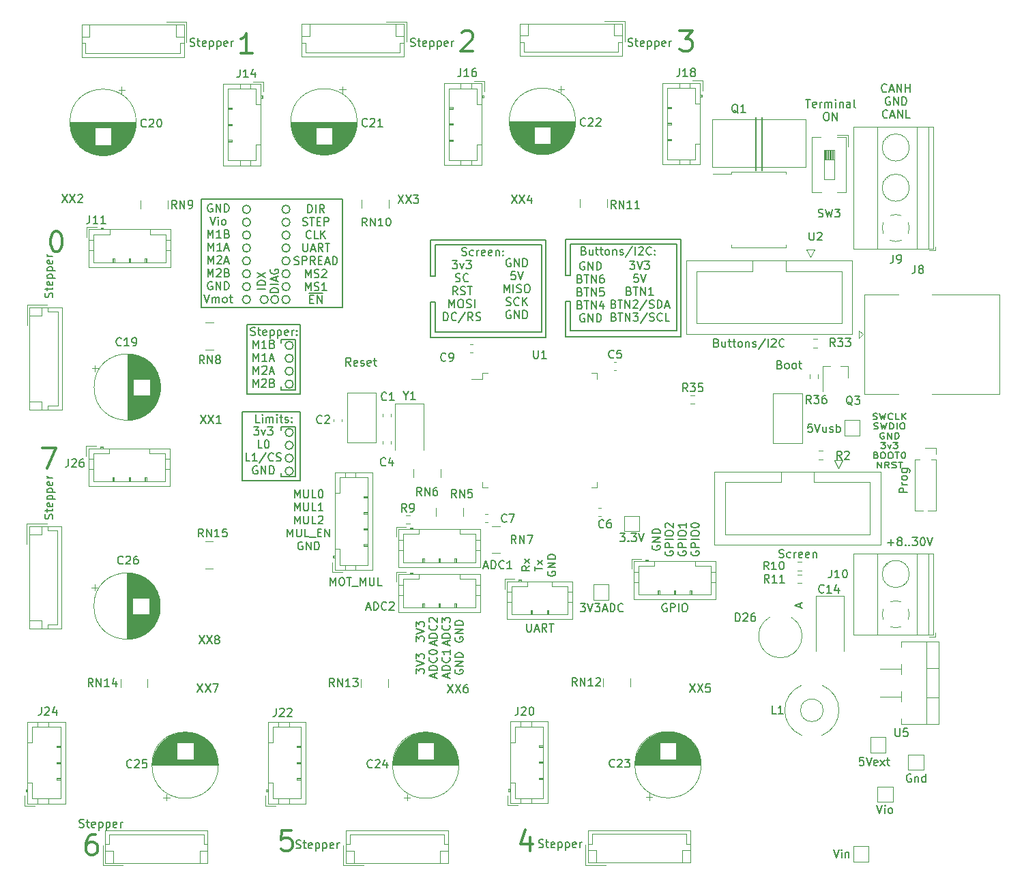
<source format=gbr>
%TF.GenerationSoftware,KiCad,Pcbnew,8.99.0-unknown*%
%TF.CreationDate,2024-03-12T14:31:13+03:00*%
%TF.ProjectId,multistepper,6d756c74-6973-4746-9570-7065722e6b69,rev?*%
%TF.SameCoordinates,Original*%
%TF.FileFunction,Legend,Top*%
%TF.FilePolarity,Positive*%
%FSLAX46Y46*%
G04 Gerber Fmt 4.6, Leading zero omitted, Abs format (unit mm)*
G04 Created by KiCad (PCBNEW 8.99.0-unknown) date 2024-03-12 14:31:13*
%MOMM*%
%LPD*%
G01*
G04 APERTURE LIST*
%ADD10C,0.150000*%
%ADD11C,0.350000*%
%ADD12C,0.120000*%
G04 APERTURE END LIST*
D10*
X122600000Y-65900000D02*
X136900000Y-65900000D01*
X89100000Y-95400000D02*
X87300000Y-95400000D01*
X122600000Y-73600000D02*
X123200000Y-73600000D01*
X82500000Y-87300000D02*
X89700000Y-87300000D01*
X89700000Y-95900000D01*
X82500000Y-95900000D01*
X82500000Y-87300000D01*
X88800000Y-94700000D02*
G75*
G02*
X87800000Y-94700000I-500000J0D01*
G01*
X87800000Y-94700000D02*
G75*
G02*
X88800000Y-94700000I500000J0D01*
G01*
X136900000Y-78000000D02*
X122600000Y-78000000D01*
X87300000Y-89600000D02*
X87300000Y-89200000D01*
X77400000Y-60900000D02*
X94900000Y-60900000D01*
X94900000Y-74400000D01*
X77400000Y-74400000D01*
X77400000Y-60900000D01*
X88800000Y-91500000D02*
G75*
G02*
X87800000Y-91500000I-500000J0D01*
G01*
X87800000Y-91500000D02*
G75*
G02*
X88800000Y-91500000I500000J0D01*
G01*
X88400000Y-67000000D02*
G75*
G02*
X87400000Y-67000000I-500000J0D01*
G01*
X87400000Y-67000000D02*
G75*
G02*
X88400000Y-67000000I500000J0D01*
G01*
X83500000Y-70200000D02*
G75*
G02*
X82500000Y-70200000I-500000J0D01*
G01*
X82500000Y-70200000D02*
G75*
G02*
X83500000Y-70200000I500000J0D01*
G01*
X87000000Y-73400000D02*
G75*
G02*
X86000000Y-73400000I-500000J0D01*
G01*
X86000000Y-73400000D02*
G75*
G02*
X87000000Y-73400000I500000J0D01*
G01*
X123200000Y-66500000D02*
X136400000Y-66500000D01*
X88400000Y-65400000D02*
G75*
G02*
X87400000Y-65400000I-500000J0D01*
G01*
X87400000Y-65400000D02*
G75*
G02*
X88400000Y-65400000I500000J0D01*
G01*
X105800000Y-66000000D02*
X120100000Y-66000000D01*
X136400000Y-77300000D02*
X123200000Y-77300000D01*
X87300000Y-84600000D02*
X87300000Y-84200000D01*
X88400000Y-63800000D02*
G75*
G02*
X87400000Y-63800000I-500000J0D01*
G01*
X87400000Y-63800000D02*
G75*
G02*
X88400000Y-63800000I500000J0D01*
G01*
X122600000Y-70400000D02*
X122600000Y-65900000D01*
X89100000Y-78400000D02*
X89100000Y-84600000D01*
X83500000Y-73400000D02*
G75*
G02*
X82500000Y-73400000I-500000J0D01*
G01*
X82500000Y-73400000D02*
G75*
G02*
X83500000Y-73400000I500000J0D01*
G01*
X136400000Y-66500000D02*
X136400000Y-77300000D01*
X88800000Y-82300000D02*
G75*
G02*
X87800000Y-82300000I-500000J0D01*
G01*
X87800000Y-82300000D02*
G75*
G02*
X88800000Y-82300000I500000J0D01*
G01*
X105800000Y-73700000D02*
X106400000Y-73700000D01*
X88400000Y-68600000D02*
G75*
G02*
X87400000Y-68600000I-500000J0D01*
G01*
X87400000Y-68600000D02*
G75*
G02*
X88400000Y-68600000I500000J0D01*
G01*
X87300000Y-89200000D02*
X89100000Y-89200000D01*
X123200000Y-70400000D02*
X123200000Y-66500000D01*
X120100000Y-66000000D02*
X120100000Y-78100000D01*
X89100000Y-89200000D02*
X89100000Y-95400000D01*
X83500000Y-62200000D02*
G75*
G02*
X82500000Y-62200000I-500000J0D01*
G01*
X82500000Y-62200000D02*
G75*
G02*
X83500000Y-62200000I500000J0D01*
G01*
X106400000Y-77400000D02*
X106400000Y-73700000D01*
X119600000Y-66600000D02*
X119600000Y-77400000D01*
X83100000Y-76500000D02*
X89700000Y-76500000D01*
X89700000Y-85100000D01*
X83100000Y-85100000D01*
X83100000Y-76500000D01*
X105800000Y-70500000D02*
X105800000Y-66000000D01*
X85700000Y-73400000D02*
G75*
G02*
X84700000Y-73400000I-500000J0D01*
G01*
X84700000Y-73400000D02*
G75*
G02*
X85700000Y-73400000I500000J0D01*
G01*
X88800000Y-93100000D02*
G75*
G02*
X87800000Y-93100000I-500000J0D01*
G01*
X87800000Y-93100000D02*
G75*
G02*
X88800000Y-93100000I500000J0D01*
G01*
X88400000Y-70200000D02*
G75*
G02*
X87400000Y-70200000I-500000J0D01*
G01*
X87400000Y-70200000D02*
G75*
G02*
X88400000Y-70200000I500000J0D01*
G01*
X83500000Y-71800000D02*
G75*
G02*
X82500000Y-71800000I-500000J0D01*
G01*
X82500000Y-71800000D02*
G75*
G02*
X83500000Y-71800000I500000J0D01*
G01*
X136900000Y-65900000D02*
X136900000Y-78000000D01*
X89100000Y-84600000D02*
X87300000Y-84600000D01*
X88800000Y-83900000D02*
G75*
G02*
X87800000Y-83900000I-500000J0D01*
G01*
X87800000Y-83900000D02*
G75*
G02*
X88800000Y-83900000I500000J0D01*
G01*
X123200000Y-70400000D02*
X122600000Y-70400000D01*
X88400000Y-73400000D02*
G75*
G02*
X87400000Y-73400000I-500000J0D01*
G01*
X87400000Y-73400000D02*
G75*
G02*
X88400000Y-73400000I500000J0D01*
G01*
X87300000Y-95400000D02*
X87300000Y-95000000D01*
X88800000Y-79100000D02*
G75*
G02*
X87800000Y-79100000I-500000J0D01*
G01*
X87800000Y-79100000D02*
G75*
G02*
X88800000Y-79100000I500000J0D01*
G01*
X88800000Y-89900000D02*
G75*
G02*
X87800000Y-89900000I-500000J0D01*
G01*
X87800000Y-89900000D02*
G75*
G02*
X88800000Y-89900000I500000J0D01*
G01*
X83500000Y-63800000D02*
G75*
G02*
X82500000Y-63800000I-500000J0D01*
G01*
X82500000Y-63800000D02*
G75*
G02*
X83500000Y-63800000I500000J0D01*
G01*
X83500000Y-67000000D02*
G75*
G02*
X82500000Y-67000000I-500000J0D01*
G01*
X82500000Y-67000000D02*
G75*
G02*
X83500000Y-67000000I500000J0D01*
G01*
X88400000Y-71800000D02*
G75*
G02*
X87400000Y-71800000I-500000J0D01*
G01*
X87400000Y-71800000D02*
G75*
G02*
X88400000Y-71800000I500000J0D01*
G01*
X87300000Y-78800000D02*
X87300000Y-78400000D01*
X106400000Y-70500000D02*
X105800000Y-70500000D01*
X83500000Y-68600000D02*
G75*
G02*
X82500000Y-68600000I-500000J0D01*
G01*
X82500000Y-68600000D02*
G75*
G02*
X83500000Y-68600000I500000J0D01*
G01*
X122600000Y-78000000D02*
X122600000Y-73600000D01*
X123200000Y-77300000D02*
X123200000Y-73600000D01*
X105800000Y-78100000D02*
X105800000Y-73700000D01*
X119600000Y-77400000D02*
X106400000Y-77400000D01*
X88800000Y-80700000D02*
G75*
G02*
X87800000Y-80700000I-500000J0D01*
G01*
X87800000Y-80700000D02*
G75*
G02*
X88800000Y-80700000I500000J0D01*
G01*
X88400000Y-62200000D02*
G75*
G02*
X87400000Y-62200000I-500000J0D01*
G01*
X87400000Y-62200000D02*
G75*
G02*
X88400000Y-62200000I500000J0D01*
G01*
X87300000Y-78400000D02*
X89100000Y-78400000D01*
X83500000Y-65400000D02*
G75*
G02*
X82500000Y-65400000I-500000J0D01*
G01*
X82500000Y-65400000D02*
G75*
G02*
X83500000Y-65400000I500000J0D01*
G01*
X106400000Y-66600000D02*
X119600000Y-66600000D01*
X120100000Y-78100000D02*
X105800000Y-78100000D01*
X106400000Y-70500000D02*
X106400000Y-66600000D01*
X83909524Y-89239903D02*
X84528571Y-89239903D01*
X84528571Y-89239903D02*
X84195238Y-89620855D01*
X84195238Y-89620855D02*
X84338095Y-89620855D01*
X84338095Y-89620855D02*
X84433333Y-89668474D01*
X84433333Y-89668474D02*
X84480952Y-89716093D01*
X84480952Y-89716093D02*
X84528571Y-89811331D01*
X84528571Y-89811331D02*
X84528571Y-90049426D01*
X84528571Y-90049426D02*
X84480952Y-90144664D01*
X84480952Y-90144664D02*
X84433333Y-90192284D01*
X84433333Y-90192284D02*
X84338095Y-90239903D01*
X84338095Y-90239903D02*
X84052381Y-90239903D01*
X84052381Y-90239903D02*
X83957143Y-90192284D01*
X83957143Y-90192284D02*
X83909524Y-90144664D01*
X84861905Y-89573236D02*
X85100000Y-90239903D01*
X85100000Y-90239903D02*
X85338095Y-89573236D01*
X85623810Y-89239903D02*
X86242857Y-89239903D01*
X86242857Y-89239903D02*
X85909524Y-89620855D01*
X85909524Y-89620855D02*
X86052381Y-89620855D01*
X86052381Y-89620855D02*
X86147619Y-89668474D01*
X86147619Y-89668474D02*
X86195238Y-89716093D01*
X86195238Y-89716093D02*
X86242857Y-89811331D01*
X86242857Y-89811331D02*
X86242857Y-90049426D01*
X86242857Y-90049426D02*
X86195238Y-90144664D01*
X86195238Y-90144664D02*
X86147619Y-90192284D01*
X86147619Y-90192284D02*
X86052381Y-90239903D01*
X86052381Y-90239903D02*
X85766667Y-90239903D01*
X85766667Y-90239903D02*
X85671429Y-90192284D01*
X85671429Y-90192284D02*
X85623810Y-90144664D01*
X84933333Y-91849847D02*
X84457143Y-91849847D01*
X84457143Y-91849847D02*
X84457143Y-90849847D01*
X85457143Y-90849847D02*
X85552381Y-90849847D01*
X85552381Y-90849847D02*
X85647619Y-90897466D01*
X85647619Y-90897466D02*
X85695238Y-90945085D01*
X85695238Y-90945085D02*
X85742857Y-91040323D01*
X85742857Y-91040323D02*
X85790476Y-91230799D01*
X85790476Y-91230799D02*
X85790476Y-91468894D01*
X85790476Y-91468894D02*
X85742857Y-91659370D01*
X85742857Y-91659370D02*
X85695238Y-91754608D01*
X85695238Y-91754608D02*
X85647619Y-91802228D01*
X85647619Y-91802228D02*
X85552381Y-91849847D01*
X85552381Y-91849847D02*
X85457143Y-91849847D01*
X85457143Y-91849847D02*
X85361905Y-91802228D01*
X85361905Y-91802228D02*
X85314286Y-91754608D01*
X85314286Y-91754608D02*
X85266667Y-91659370D01*
X85266667Y-91659370D02*
X85219048Y-91468894D01*
X85219048Y-91468894D02*
X85219048Y-91230799D01*
X85219048Y-91230799D02*
X85266667Y-91040323D01*
X85266667Y-91040323D02*
X85314286Y-90945085D01*
X85314286Y-90945085D02*
X85361905Y-90897466D01*
X85361905Y-90897466D02*
X85457143Y-90849847D01*
X83433333Y-93459791D02*
X82957143Y-93459791D01*
X82957143Y-93459791D02*
X82957143Y-92459791D01*
X84290476Y-93459791D02*
X83719048Y-93459791D01*
X84004762Y-93459791D02*
X84004762Y-92459791D01*
X84004762Y-92459791D02*
X83909524Y-92602648D01*
X83909524Y-92602648D02*
X83814286Y-92697886D01*
X83814286Y-92697886D02*
X83719048Y-92745505D01*
X85433333Y-92412172D02*
X84576191Y-93697886D01*
X86338095Y-93364552D02*
X86290476Y-93412172D01*
X86290476Y-93412172D02*
X86147619Y-93459791D01*
X86147619Y-93459791D02*
X86052381Y-93459791D01*
X86052381Y-93459791D02*
X85909524Y-93412172D01*
X85909524Y-93412172D02*
X85814286Y-93316933D01*
X85814286Y-93316933D02*
X85766667Y-93221695D01*
X85766667Y-93221695D02*
X85719048Y-93031219D01*
X85719048Y-93031219D02*
X85719048Y-92888362D01*
X85719048Y-92888362D02*
X85766667Y-92697886D01*
X85766667Y-92697886D02*
X85814286Y-92602648D01*
X85814286Y-92602648D02*
X85909524Y-92507410D01*
X85909524Y-92507410D02*
X86052381Y-92459791D01*
X86052381Y-92459791D02*
X86147619Y-92459791D01*
X86147619Y-92459791D02*
X86290476Y-92507410D01*
X86290476Y-92507410D02*
X86338095Y-92555029D01*
X86719048Y-93412172D02*
X86861905Y-93459791D01*
X86861905Y-93459791D02*
X87100000Y-93459791D01*
X87100000Y-93459791D02*
X87195238Y-93412172D01*
X87195238Y-93412172D02*
X87242857Y-93364552D01*
X87242857Y-93364552D02*
X87290476Y-93269314D01*
X87290476Y-93269314D02*
X87290476Y-93174076D01*
X87290476Y-93174076D02*
X87242857Y-93078838D01*
X87242857Y-93078838D02*
X87195238Y-93031219D01*
X87195238Y-93031219D02*
X87100000Y-92983600D01*
X87100000Y-92983600D02*
X86909524Y-92935981D01*
X86909524Y-92935981D02*
X86814286Y-92888362D01*
X86814286Y-92888362D02*
X86766667Y-92840743D01*
X86766667Y-92840743D02*
X86719048Y-92745505D01*
X86719048Y-92745505D02*
X86719048Y-92650267D01*
X86719048Y-92650267D02*
X86766667Y-92555029D01*
X86766667Y-92555029D02*
X86814286Y-92507410D01*
X86814286Y-92507410D02*
X86909524Y-92459791D01*
X86909524Y-92459791D02*
X87147619Y-92459791D01*
X87147619Y-92459791D02*
X87290476Y-92507410D01*
X84338095Y-94117354D02*
X84242857Y-94069735D01*
X84242857Y-94069735D02*
X84100000Y-94069735D01*
X84100000Y-94069735D02*
X83957143Y-94117354D01*
X83957143Y-94117354D02*
X83861905Y-94212592D01*
X83861905Y-94212592D02*
X83814286Y-94307830D01*
X83814286Y-94307830D02*
X83766667Y-94498306D01*
X83766667Y-94498306D02*
X83766667Y-94641163D01*
X83766667Y-94641163D02*
X83814286Y-94831639D01*
X83814286Y-94831639D02*
X83861905Y-94926877D01*
X83861905Y-94926877D02*
X83957143Y-95022116D01*
X83957143Y-95022116D02*
X84100000Y-95069735D01*
X84100000Y-95069735D02*
X84195238Y-95069735D01*
X84195238Y-95069735D02*
X84338095Y-95022116D01*
X84338095Y-95022116D02*
X84385714Y-94974496D01*
X84385714Y-94974496D02*
X84385714Y-94641163D01*
X84385714Y-94641163D02*
X84195238Y-94641163D01*
X84814286Y-95069735D02*
X84814286Y-94069735D01*
X84814286Y-94069735D02*
X85385714Y-95069735D01*
X85385714Y-95069735D02*
X85385714Y-94069735D01*
X85861905Y-95069735D02*
X85861905Y-94069735D01*
X85861905Y-94069735D02*
X86100000Y-94069735D01*
X86100000Y-94069735D02*
X86242857Y-94117354D01*
X86242857Y-94117354D02*
X86338095Y-94212592D01*
X86338095Y-94212592D02*
X86385714Y-94307830D01*
X86385714Y-94307830D02*
X86433333Y-94498306D01*
X86433333Y-94498306D02*
X86433333Y-94641163D01*
X86433333Y-94641163D02*
X86385714Y-94831639D01*
X86385714Y-94831639D02*
X86338095Y-94926877D01*
X86338095Y-94926877D02*
X86242857Y-95022116D01*
X86242857Y-95022116D02*
X86100000Y-95069735D01*
X86100000Y-95069735D02*
X85861905Y-95069735D01*
X83790476Y-79439903D02*
X83790476Y-78439903D01*
X83790476Y-78439903D02*
X84123809Y-79154188D01*
X84123809Y-79154188D02*
X84457142Y-78439903D01*
X84457142Y-78439903D02*
X84457142Y-79439903D01*
X85457142Y-79439903D02*
X84885714Y-79439903D01*
X85171428Y-79439903D02*
X85171428Y-78439903D01*
X85171428Y-78439903D02*
X85076190Y-78582760D01*
X85076190Y-78582760D02*
X84980952Y-78677998D01*
X84980952Y-78677998D02*
X84885714Y-78725617D01*
X86219047Y-78916093D02*
X86361904Y-78963712D01*
X86361904Y-78963712D02*
X86409523Y-79011331D01*
X86409523Y-79011331D02*
X86457142Y-79106569D01*
X86457142Y-79106569D02*
X86457142Y-79249426D01*
X86457142Y-79249426D02*
X86409523Y-79344664D01*
X86409523Y-79344664D02*
X86361904Y-79392284D01*
X86361904Y-79392284D02*
X86266666Y-79439903D01*
X86266666Y-79439903D02*
X85885714Y-79439903D01*
X85885714Y-79439903D02*
X85885714Y-78439903D01*
X85885714Y-78439903D02*
X86219047Y-78439903D01*
X86219047Y-78439903D02*
X86314285Y-78487522D01*
X86314285Y-78487522D02*
X86361904Y-78535141D01*
X86361904Y-78535141D02*
X86409523Y-78630379D01*
X86409523Y-78630379D02*
X86409523Y-78725617D01*
X86409523Y-78725617D02*
X86361904Y-78820855D01*
X86361904Y-78820855D02*
X86314285Y-78868474D01*
X86314285Y-78868474D02*
X86219047Y-78916093D01*
X86219047Y-78916093D02*
X85885714Y-78916093D01*
X83861905Y-81049847D02*
X83861905Y-80049847D01*
X83861905Y-80049847D02*
X84195238Y-80764132D01*
X84195238Y-80764132D02*
X84528571Y-80049847D01*
X84528571Y-80049847D02*
X84528571Y-81049847D01*
X85528571Y-81049847D02*
X84957143Y-81049847D01*
X85242857Y-81049847D02*
X85242857Y-80049847D01*
X85242857Y-80049847D02*
X85147619Y-80192704D01*
X85147619Y-80192704D02*
X85052381Y-80287942D01*
X85052381Y-80287942D02*
X84957143Y-80335561D01*
X85909524Y-80764132D02*
X86385714Y-80764132D01*
X85814286Y-81049847D02*
X86147619Y-80049847D01*
X86147619Y-80049847D02*
X86480952Y-81049847D01*
X83861905Y-82659791D02*
X83861905Y-81659791D01*
X83861905Y-81659791D02*
X84195238Y-82374076D01*
X84195238Y-82374076D02*
X84528571Y-81659791D01*
X84528571Y-81659791D02*
X84528571Y-82659791D01*
X84957143Y-81755029D02*
X85004762Y-81707410D01*
X85004762Y-81707410D02*
X85100000Y-81659791D01*
X85100000Y-81659791D02*
X85338095Y-81659791D01*
X85338095Y-81659791D02*
X85433333Y-81707410D01*
X85433333Y-81707410D02*
X85480952Y-81755029D01*
X85480952Y-81755029D02*
X85528571Y-81850267D01*
X85528571Y-81850267D02*
X85528571Y-81945505D01*
X85528571Y-81945505D02*
X85480952Y-82088362D01*
X85480952Y-82088362D02*
X84909524Y-82659791D01*
X84909524Y-82659791D02*
X85528571Y-82659791D01*
X85909524Y-82374076D02*
X86385714Y-82374076D01*
X85814286Y-82659791D02*
X86147619Y-81659791D01*
X86147619Y-81659791D02*
X86480952Y-82659791D01*
X83790476Y-84269735D02*
X83790476Y-83269735D01*
X83790476Y-83269735D02*
X84123809Y-83984020D01*
X84123809Y-83984020D02*
X84457142Y-83269735D01*
X84457142Y-83269735D02*
X84457142Y-84269735D01*
X84885714Y-83364973D02*
X84933333Y-83317354D01*
X84933333Y-83317354D02*
X85028571Y-83269735D01*
X85028571Y-83269735D02*
X85266666Y-83269735D01*
X85266666Y-83269735D02*
X85361904Y-83317354D01*
X85361904Y-83317354D02*
X85409523Y-83364973D01*
X85409523Y-83364973D02*
X85457142Y-83460211D01*
X85457142Y-83460211D02*
X85457142Y-83555449D01*
X85457142Y-83555449D02*
X85409523Y-83698306D01*
X85409523Y-83698306D02*
X84838095Y-84269735D01*
X84838095Y-84269735D02*
X85457142Y-84269735D01*
X86219047Y-83745925D02*
X86361904Y-83793544D01*
X86361904Y-83793544D02*
X86409523Y-83841163D01*
X86409523Y-83841163D02*
X86457142Y-83936401D01*
X86457142Y-83936401D02*
X86457142Y-84079258D01*
X86457142Y-84079258D02*
X86409523Y-84174496D01*
X86409523Y-84174496D02*
X86361904Y-84222116D01*
X86361904Y-84222116D02*
X86266666Y-84269735D01*
X86266666Y-84269735D02*
X85885714Y-84269735D01*
X85885714Y-84269735D02*
X85885714Y-83269735D01*
X85885714Y-83269735D02*
X86219047Y-83269735D01*
X86219047Y-83269735D02*
X86314285Y-83317354D01*
X86314285Y-83317354D02*
X86361904Y-83364973D01*
X86361904Y-83364973D02*
X86409523Y-83460211D01*
X86409523Y-83460211D02*
X86409523Y-83555449D01*
X86409523Y-83555449D02*
X86361904Y-83650687D01*
X86361904Y-83650687D02*
X86314285Y-83698306D01*
X86314285Y-83698306D02*
X86219047Y-83745925D01*
X86219047Y-83745925D02*
X85885714Y-83745925D01*
X104039903Y-115838094D02*
X104039903Y-115219047D01*
X104039903Y-115219047D02*
X104420855Y-115552380D01*
X104420855Y-115552380D02*
X104420855Y-115409523D01*
X104420855Y-115409523D02*
X104468474Y-115314285D01*
X104468474Y-115314285D02*
X104516093Y-115266666D01*
X104516093Y-115266666D02*
X104611331Y-115219047D01*
X104611331Y-115219047D02*
X104849426Y-115219047D01*
X104849426Y-115219047D02*
X104944664Y-115266666D01*
X104944664Y-115266666D02*
X104992284Y-115314285D01*
X104992284Y-115314285D02*
X105039903Y-115409523D01*
X105039903Y-115409523D02*
X105039903Y-115695237D01*
X105039903Y-115695237D02*
X104992284Y-115790475D01*
X104992284Y-115790475D02*
X104944664Y-115838094D01*
X104039903Y-114933332D02*
X105039903Y-114599999D01*
X105039903Y-114599999D02*
X104039903Y-114266666D01*
X104039903Y-114028570D02*
X104039903Y-113409523D01*
X104039903Y-113409523D02*
X104420855Y-113742856D01*
X104420855Y-113742856D02*
X104420855Y-113599999D01*
X104420855Y-113599999D02*
X104468474Y-113504761D01*
X104468474Y-113504761D02*
X104516093Y-113457142D01*
X104516093Y-113457142D02*
X104611331Y-113409523D01*
X104611331Y-113409523D02*
X104849426Y-113409523D01*
X104849426Y-113409523D02*
X104944664Y-113457142D01*
X104944664Y-113457142D02*
X104992284Y-113504761D01*
X104992284Y-113504761D02*
X105039903Y-113599999D01*
X105039903Y-113599999D02*
X105039903Y-113885713D01*
X105039903Y-113885713D02*
X104992284Y-113980951D01*
X104992284Y-113980951D02*
X104944664Y-114028570D01*
X106364132Y-116314285D02*
X106364132Y-115838095D01*
X106649847Y-116409523D02*
X105649847Y-116076190D01*
X105649847Y-116076190D02*
X106649847Y-115742857D01*
X106649847Y-115409523D02*
X105649847Y-115409523D01*
X105649847Y-115409523D02*
X105649847Y-115171428D01*
X105649847Y-115171428D02*
X105697466Y-115028571D01*
X105697466Y-115028571D02*
X105792704Y-114933333D01*
X105792704Y-114933333D02*
X105887942Y-114885714D01*
X105887942Y-114885714D02*
X106078418Y-114838095D01*
X106078418Y-114838095D02*
X106221275Y-114838095D01*
X106221275Y-114838095D02*
X106411751Y-114885714D01*
X106411751Y-114885714D02*
X106506989Y-114933333D01*
X106506989Y-114933333D02*
X106602228Y-115028571D01*
X106602228Y-115028571D02*
X106649847Y-115171428D01*
X106649847Y-115171428D02*
X106649847Y-115409523D01*
X106554608Y-113838095D02*
X106602228Y-113885714D01*
X106602228Y-113885714D02*
X106649847Y-114028571D01*
X106649847Y-114028571D02*
X106649847Y-114123809D01*
X106649847Y-114123809D02*
X106602228Y-114266666D01*
X106602228Y-114266666D02*
X106506989Y-114361904D01*
X106506989Y-114361904D02*
X106411751Y-114409523D01*
X106411751Y-114409523D02*
X106221275Y-114457142D01*
X106221275Y-114457142D02*
X106078418Y-114457142D01*
X106078418Y-114457142D02*
X105887942Y-114409523D01*
X105887942Y-114409523D02*
X105792704Y-114361904D01*
X105792704Y-114361904D02*
X105697466Y-114266666D01*
X105697466Y-114266666D02*
X105649847Y-114123809D01*
X105649847Y-114123809D02*
X105649847Y-114028571D01*
X105649847Y-114028571D02*
X105697466Y-113885714D01*
X105697466Y-113885714D02*
X105745085Y-113838095D01*
X105745085Y-113457142D02*
X105697466Y-113409523D01*
X105697466Y-113409523D02*
X105649847Y-113314285D01*
X105649847Y-113314285D02*
X105649847Y-113076190D01*
X105649847Y-113076190D02*
X105697466Y-112980952D01*
X105697466Y-112980952D02*
X105745085Y-112933333D01*
X105745085Y-112933333D02*
X105840323Y-112885714D01*
X105840323Y-112885714D02*
X105935561Y-112885714D01*
X105935561Y-112885714D02*
X106078418Y-112933333D01*
X106078418Y-112933333D02*
X106649847Y-113504761D01*
X106649847Y-113504761D02*
X106649847Y-112885714D01*
X107974076Y-116314285D02*
X107974076Y-115838095D01*
X108259791Y-116409523D02*
X107259791Y-116076190D01*
X107259791Y-116076190D02*
X108259791Y-115742857D01*
X108259791Y-115409523D02*
X107259791Y-115409523D01*
X107259791Y-115409523D02*
X107259791Y-115171428D01*
X107259791Y-115171428D02*
X107307410Y-115028571D01*
X107307410Y-115028571D02*
X107402648Y-114933333D01*
X107402648Y-114933333D02*
X107497886Y-114885714D01*
X107497886Y-114885714D02*
X107688362Y-114838095D01*
X107688362Y-114838095D02*
X107831219Y-114838095D01*
X107831219Y-114838095D02*
X108021695Y-114885714D01*
X108021695Y-114885714D02*
X108116933Y-114933333D01*
X108116933Y-114933333D02*
X108212172Y-115028571D01*
X108212172Y-115028571D02*
X108259791Y-115171428D01*
X108259791Y-115171428D02*
X108259791Y-115409523D01*
X108164552Y-113838095D02*
X108212172Y-113885714D01*
X108212172Y-113885714D02*
X108259791Y-114028571D01*
X108259791Y-114028571D02*
X108259791Y-114123809D01*
X108259791Y-114123809D02*
X108212172Y-114266666D01*
X108212172Y-114266666D02*
X108116933Y-114361904D01*
X108116933Y-114361904D02*
X108021695Y-114409523D01*
X108021695Y-114409523D02*
X107831219Y-114457142D01*
X107831219Y-114457142D02*
X107688362Y-114457142D01*
X107688362Y-114457142D02*
X107497886Y-114409523D01*
X107497886Y-114409523D02*
X107402648Y-114361904D01*
X107402648Y-114361904D02*
X107307410Y-114266666D01*
X107307410Y-114266666D02*
X107259791Y-114123809D01*
X107259791Y-114123809D02*
X107259791Y-114028571D01*
X107259791Y-114028571D02*
X107307410Y-113885714D01*
X107307410Y-113885714D02*
X107355029Y-113838095D01*
X107259791Y-113504761D02*
X107259791Y-112885714D01*
X107259791Y-112885714D02*
X107640743Y-113219047D01*
X107640743Y-113219047D02*
X107640743Y-113076190D01*
X107640743Y-113076190D02*
X107688362Y-112980952D01*
X107688362Y-112980952D02*
X107735981Y-112933333D01*
X107735981Y-112933333D02*
X107831219Y-112885714D01*
X107831219Y-112885714D02*
X108069314Y-112885714D01*
X108069314Y-112885714D02*
X108164552Y-112933333D01*
X108164552Y-112933333D02*
X108212172Y-112980952D01*
X108212172Y-112980952D02*
X108259791Y-113076190D01*
X108259791Y-113076190D02*
X108259791Y-113361904D01*
X108259791Y-113361904D02*
X108212172Y-113457142D01*
X108212172Y-113457142D02*
X108164552Y-113504761D01*
X108917354Y-115361904D02*
X108869735Y-115457142D01*
X108869735Y-115457142D02*
X108869735Y-115599999D01*
X108869735Y-115599999D02*
X108917354Y-115742856D01*
X108917354Y-115742856D02*
X109012592Y-115838094D01*
X109012592Y-115838094D02*
X109107830Y-115885713D01*
X109107830Y-115885713D02*
X109298306Y-115933332D01*
X109298306Y-115933332D02*
X109441163Y-115933332D01*
X109441163Y-115933332D02*
X109631639Y-115885713D01*
X109631639Y-115885713D02*
X109726877Y-115838094D01*
X109726877Y-115838094D02*
X109822116Y-115742856D01*
X109822116Y-115742856D02*
X109869735Y-115599999D01*
X109869735Y-115599999D02*
X109869735Y-115504761D01*
X109869735Y-115504761D02*
X109822116Y-115361904D01*
X109822116Y-115361904D02*
X109774496Y-115314285D01*
X109774496Y-115314285D02*
X109441163Y-115314285D01*
X109441163Y-115314285D02*
X109441163Y-115504761D01*
X109869735Y-114885713D02*
X108869735Y-114885713D01*
X108869735Y-114885713D02*
X109869735Y-114314285D01*
X109869735Y-114314285D02*
X108869735Y-114314285D01*
X109869735Y-113838094D02*
X108869735Y-113838094D01*
X108869735Y-113838094D02*
X108869735Y-113599999D01*
X108869735Y-113599999D02*
X108917354Y-113457142D01*
X108917354Y-113457142D02*
X109012592Y-113361904D01*
X109012592Y-113361904D02*
X109107830Y-113314285D01*
X109107830Y-113314285D02*
X109298306Y-113266666D01*
X109298306Y-113266666D02*
X109441163Y-113266666D01*
X109441163Y-113266666D02*
X109631639Y-113314285D01*
X109631639Y-113314285D02*
X109726877Y-113361904D01*
X109726877Y-113361904D02*
X109822116Y-113457142D01*
X109822116Y-113457142D02*
X109869735Y-113599999D01*
X109869735Y-113599999D02*
X109869735Y-113838094D01*
X152404762Y-48549847D02*
X152976190Y-48549847D01*
X152690476Y-49549847D02*
X152690476Y-48549847D01*
X153690476Y-49502228D02*
X153595238Y-49549847D01*
X153595238Y-49549847D02*
X153404762Y-49549847D01*
X153404762Y-49549847D02*
X153309524Y-49502228D01*
X153309524Y-49502228D02*
X153261905Y-49406989D01*
X153261905Y-49406989D02*
X153261905Y-49026037D01*
X153261905Y-49026037D02*
X153309524Y-48930799D01*
X153309524Y-48930799D02*
X153404762Y-48883180D01*
X153404762Y-48883180D02*
X153595238Y-48883180D01*
X153595238Y-48883180D02*
X153690476Y-48930799D01*
X153690476Y-48930799D02*
X153738095Y-49026037D01*
X153738095Y-49026037D02*
X153738095Y-49121275D01*
X153738095Y-49121275D02*
X153261905Y-49216513D01*
X154166667Y-49549847D02*
X154166667Y-48883180D01*
X154166667Y-49073656D02*
X154214286Y-48978418D01*
X154214286Y-48978418D02*
X154261905Y-48930799D01*
X154261905Y-48930799D02*
X154357143Y-48883180D01*
X154357143Y-48883180D02*
X154452381Y-48883180D01*
X154785715Y-49549847D02*
X154785715Y-48883180D01*
X154785715Y-48978418D02*
X154833334Y-48930799D01*
X154833334Y-48930799D02*
X154928572Y-48883180D01*
X154928572Y-48883180D02*
X155071429Y-48883180D01*
X155071429Y-48883180D02*
X155166667Y-48930799D01*
X155166667Y-48930799D02*
X155214286Y-49026037D01*
X155214286Y-49026037D02*
X155214286Y-49549847D01*
X155214286Y-49026037D02*
X155261905Y-48930799D01*
X155261905Y-48930799D02*
X155357143Y-48883180D01*
X155357143Y-48883180D02*
X155500000Y-48883180D01*
X155500000Y-48883180D02*
X155595239Y-48930799D01*
X155595239Y-48930799D02*
X155642858Y-49026037D01*
X155642858Y-49026037D02*
X155642858Y-49549847D01*
X156119048Y-49549847D02*
X156119048Y-48883180D01*
X156119048Y-48549847D02*
X156071429Y-48597466D01*
X156071429Y-48597466D02*
X156119048Y-48645085D01*
X156119048Y-48645085D02*
X156166667Y-48597466D01*
X156166667Y-48597466D02*
X156119048Y-48549847D01*
X156119048Y-48549847D02*
X156119048Y-48645085D01*
X156595238Y-48883180D02*
X156595238Y-49549847D01*
X156595238Y-48978418D02*
X156642857Y-48930799D01*
X156642857Y-48930799D02*
X156738095Y-48883180D01*
X156738095Y-48883180D02*
X156880952Y-48883180D01*
X156880952Y-48883180D02*
X156976190Y-48930799D01*
X156976190Y-48930799D02*
X157023809Y-49026037D01*
X157023809Y-49026037D02*
X157023809Y-49549847D01*
X157928571Y-49549847D02*
X157928571Y-49026037D01*
X157928571Y-49026037D02*
X157880952Y-48930799D01*
X157880952Y-48930799D02*
X157785714Y-48883180D01*
X157785714Y-48883180D02*
X157595238Y-48883180D01*
X157595238Y-48883180D02*
X157500000Y-48930799D01*
X157928571Y-49502228D02*
X157833333Y-49549847D01*
X157833333Y-49549847D02*
X157595238Y-49549847D01*
X157595238Y-49549847D02*
X157500000Y-49502228D01*
X157500000Y-49502228D02*
X157452381Y-49406989D01*
X157452381Y-49406989D02*
X157452381Y-49311751D01*
X157452381Y-49311751D02*
X157500000Y-49216513D01*
X157500000Y-49216513D02*
X157595238Y-49168894D01*
X157595238Y-49168894D02*
X157833333Y-49168894D01*
X157833333Y-49168894D02*
X157928571Y-49121275D01*
X158547619Y-49549847D02*
X158452381Y-49502228D01*
X158452381Y-49502228D02*
X158404762Y-49406989D01*
X158404762Y-49406989D02*
X158404762Y-48549847D01*
X154880952Y-50159791D02*
X155071428Y-50159791D01*
X155071428Y-50159791D02*
X155166666Y-50207410D01*
X155166666Y-50207410D02*
X155261904Y-50302648D01*
X155261904Y-50302648D02*
X155309523Y-50493124D01*
X155309523Y-50493124D02*
X155309523Y-50826457D01*
X155309523Y-50826457D02*
X155261904Y-51016933D01*
X155261904Y-51016933D02*
X155166666Y-51112172D01*
X155166666Y-51112172D02*
X155071428Y-51159791D01*
X155071428Y-51159791D02*
X154880952Y-51159791D01*
X154880952Y-51159791D02*
X154785714Y-51112172D01*
X154785714Y-51112172D02*
X154690476Y-51016933D01*
X154690476Y-51016933D02*
X154642857Y-50826457D01*
X154642857Y-50826457D02*
X154642857Y-50493124D01*
X154642857Y-50493124D02*
X154690476Y-50302648D01*
X154690476Y-50302648D02*
X154785714Y-50207410D01*
X154785714Y-50207410D02*
X154880952Y-50159791D01*
X155738095Y-51159791D02*
X155738095Y-50159791D01*
X155738095Y-50159791D02*
X156309523Y-51159791D01*
X156309523Y-51159791D02*
X156309523Y-50159791D01*
X124861904Y-67331009D02*
X125004761Y-67378628D01*
X125004761Y-67378628D02*
X125052380Y-67426247D01*
X125052380Y-67426247D02*
X125099999Y-67521485D01*
X125099999Y-67521485D02*
X125099999Y-67664342D01*
X125099999Y-67664342D02*
X125052380Y-67759580D01*
X125052380Y-67759580D02*
X125004761Y-67807200D01*
X125004761Y-67807200D02*
X124909523Y-67854819D01*
X124909523Y-67854819D02*
X124528571Y-67854819D01*
X124528571Y-67854819D02*
X124528571Y-66854819D01*
X124528571Y-66854819D02*
X124861904Y-66854819D01*
X124861904Y-66854819D02*
X124957142Y-66902438D01*
X124957142Y-66902438D02*
X125004761Y-66950057D01*
X125004761Y-66950057D02*
X125052380Y-67045295D01*
X125052380Y-67045295D02*
X125052380Y-67140533D01*
X125052380Y-67140533D02*
X125004761Y-67235771D01*
X125004761Y-67235771D02*
X124957142Y-67283390D01*
X124957142Y-67283390D02*
X124861904Y-67331009D01*
X124861904Y-67331009D02*
X124528571Y-67331009D01*
X125957142Y-67188152D02*
X125957142Y-67854819D01*
X125528571Y-67188152D02*
X125528571Y-67711961D01*
X125528571Y-67711961D02*
X125576190Y-67807200D01*
X125576190Y-67807200D02*
X125671428Y-67854819D01*
X125671428Y-67854819D02*
X125814285Y-67854819D01*
X125814285Y-67854819D02*
X125909523Y-67807200D01*
X125909523Y-67807200D02*
X125957142Y-67759580D01*
X126290476Y-67188152D02*
X126671428Y-67188152D01*
X126433333Y-66854819D02*
X126433333Y-67711961D01*
X126433333Y-67711961D02*
X126480952Y-67807200D01*
X126480952Y-67807200D02*
X126576190Y-67854819D01*
X126576190Y-67854819D02*
X126671428Y-67854819D01*
X126861905Y-67188152D02*
X127242857Y-67188152D01*
X127004762Y-66854819D02*
X127004762Y-67711961D01*
X127004762Y-67711961D02*
X127052381Y-67807200D01*
X127052381Y-67807200D02*
X127147619Y-67854819D01*
X127147619Y-67854819D02*
X127242857Y-67854819D01*
X127719048Y-67854819D02*
X127623810Y-67807200D01*
X127623810Y-67807200D02*
X127576191Y-67759580D01*
X127576191Y-67759580D02*
X127528572Y-67664342D01*
X127528572Y-67664342D02*
X127528572Y-67378628D01*
X127528572Y-67378628D02*
X127576191Y-67283390D01*
X127576191Y-67283390D02*
X127623810Y-67235771D01*
X127623810Y-67235771D02*
X127719048Y-67188152D01*
X127719048Y-67188152D02*
X127861905Y-67188152D01*
X127861905Y-67188152D02*
X127957143Y-67235771D01*
X127957143Y-67235771D02*
X128004762Y-67283390D01*
X128004762Y-67283390D02*
X128052381Y-67378628D01*
X128052381Y-67378628D02*
X128052381Y-67664342D01*
X128052381Y-67664342D02*
X128004762Y-67759580D01*
X128004762Y-67759580D02*
X127957143Y-67807200D01*
X127957143Y-67807200D02*
X127861905Y-67854819D01*
X127861905Y-67854819D02*
X127719048Y-67854819D01*
X128480953Y-67188152D02*
X128480953Y-67854819D01*
X128480953Y-67283390D02*
X128528572Y-67235771D01*
X128528572Y-67235771D02*
X128623810Y-67188152D01*
X128623810Y-67188152D02*
X128766667Y-67188152D01*
X128766667Y-67188152D02*
X128861905Y-67235771D01*
X128861905Y-67235771D02*
X128909524Y-67331009D01*
X128909524Y-67331009D02*
X128909524Y-67854819D01*
X129338096Y-67807200D02*
X129433334Y-67854819D01*
X129433334Y-67854819D02*
X129623810Y-67854819D01*
X129623810Y-67854819D02*
X129719048Y-67807200D01*
X129719048Y-67807200D02*
X129766667Y-67711961D01*
X129766667Y-67711961D02*
X129766667Y-67664342D01*
X129766667Y-67664342D02*
X129719048Y-67569104D01*
X129719048Y-67569104D02*
X129623810Y-67521485D01*
X129623810Y-67521485D02*
X129480953Y-67521485D01*
X129480953Y-67521485D02*
X129385715Y-67473866D01*
X129385715Y-67473866D02*
X129338096Y-67378628D01*
X129338096Y-67378628D02*
X129338096Y-67331009D01*
X129338096Y-67331009D02*
X129385715Y-67235771D01*
X129385715Y-67235771D02*
X129480953Y-67188152D01*
X129480953Y-67188152D02*
X129623810Y-67188152D01*
X129623810Y-67188152D02*
X129719048Y-67235771D01*
X130909524Y-66807200D02*
X130052382Y-68092914D01*
X131242858Y-67854819D02*
X131242858Y-66854819D01*
X131671429Y-66950057D02*
X131719048Y-66902438D01*
X131719048Y-66902438D02*
X131814286Y-66854819D01*
X131814286Y-66854819D02*
X132052381Y-66854819D01*
X132052381Y-66854819D02*
X132147619Y-66902438D01*
X132147619Y-66902438D02*
X132195238Y-66950057D01*
X132195238Y-66950057D02*
X132242857Y-67045295D01*
X132242857Y-67045295D02*
X132242857Y-67140533D01*
X132242857Y-67140533D02*
X132195238Y-67283390D01*
X132195238Y-67283390D02*
X131623810Y-67854819D01*
X131623810Y-67854819D02*
X132242857Y-67854819D01*
X133242857Y-67759580D02*
X133195238Y-67807200D01*
X133195238Y-67807200D02*
X133052381Y-67854819D01*
X133052381Y-67854819D02*
X132957143Y-67854819D01*
X132957143Y-67854819D02*
X132814286Y-67807200D01*
X132814286Y-67807200D02*
X132719048Y-67711961D01*
X132719048Y-67711961D02*
X132671429Y-67616723D01*
X132671429Y-67616723D02*
X132623810Y-67426247D01*
X132623810Y-67426247D02*
X132623810Y-67283390D01*
X132623810Y-67283390D02*
X132671429Y-67092914D01*
X132671429Y-67092914D02*
X132719048Y-66997676D01*
X132719048Y-66997676D02*
X132814286Y-66902438D01*
X132814286Y-66902438D02*
X132957143Y-66854819D01*
X132957143Y-66854819D02*
X133052381Y-66854819D01*
X133052381Y-66854819D02*
X133195238Y-66902438D01*
X133195238Y-66902438D02*
X133242857Y-66950057D01*
X133671429Y-67759580D02*
X133719048Y-67807200D01*
X133719048Y-67807200D02*
X133671429Y-67854819D01*
X133671429Y-67854819D02*
X133623810Y-67807200D01*
X133623810Y-67807200D02*
X133671429Y-67759580D01*
X133671429Y-67759580D02*
X133671429Y-67854819D01*
X133671429Y-67235771D02*
X133719048Y-67283390D01*
X133719048Y-67283390D02*
X133671429Y-67331009D01*
X133671429Y-67331009D02*
X133623810Y-67283390D01*
X133623810Y-67283390D02*
X133671429Y-67235771D01*
X133671429Y-67235771D02*
X133671429Y-67331009D01*
D11*
X59280952Y-64938347D02*
X59519047Y-64938347D01*
X59519047Y-64938347D02*
X59757143Y-65057395D01*
X59757143Y-65057395D02*
X59876190Y-65176442D01*
X59876190Y-65176442D02*
X59995238Y-65414538D01*
X59995238Y-65414538D02*
X60114285Y-65890728D01*
X60114285Y-65890728D02*
X60114285Y-66485966D01*
X60114285Y-66485966D02*
X59995238Y-66962157D01*
X59995238Y-66962157D02*
X59876190Y-67200252D01*
X59876190Y-67200252D02*
X59757143Y-67319300D01*
X59757143Y-67319300D02*
X59519047Y-67438347D01*
X59519047Y-67438347D02*
X59280952Y-67438347D01*
X59280952Y-67438347D02*
X59042857Y-67319300D01*
X59042857Y-67319300D02*
X58923809Y-67200252D01*
X58923809Y-67200252D02*
X58804762Y-66962157D01*
X58804762Y-66962157D02*
X58685714Y-66485966D01*
X58685714Y-66485966D02*
X58685714Y-65890728D01*
X58685714Y-65890728D02*
X58804762Y-65414538D01*
X58804762Y-65414538D02*
X58923809Y-65176442D01*
X58923809Y-65176442D02*
X59042857Y-65057395D01*
X59042857Y-65057395D02*
X59280952Y-64938347D01*
X83714285Y-42838347D02*
X82285714Y-42838347D01*
X83000000Y-42838347D02*
X83000000Y-40338347D01*
X83000000Y-40338347D02*
X82761904Y-40695490D01*
X82761904Y-40695490D02*
X82523809Y-40933585D01*
X82523809Y-40933585D02*
X82285714Y-41052633D01*
D10*
X85349847Y-72076189D02*
X84349847Y-72076189D01*
X85349847Y-71599999D02*
X84349847Y-71599999D01*
X84349847Y-71599999D02*
X84349847Y-71361904D01*
X84349847Y-71361904D02*
X84397466Y-71219047D01*
X84397466Y-71219047D02*
X84492704Y-71123809D01*
X84492704Y-71123809D02*
X84587942Y-71076190D01*
X84587942Y-71076190D02*
X84778418Y-71028571D01*
X84778418Y-71028571D02*
X84921275Y-71028571D01*
X84921275Y-71028571D02*
X85111751Y-71076190D01*
X85111751Y-71076190D02*
X85206989Y-71123809D01*
X85206989Y-71123809D02*
X85302228Y-71219047D01*
X85302228Y-71219047D02*
X85349847Y-71361904D01*
X85349847Y-71361904D02*
X85349847Y-71599999D01*
X84349847Y-70695237D02*
X85349847Y-70028571D01*
X84349847Y-70028571D02*
X85349847Y-70695237D01*
X86959791Y-72528570D02*
X85959791Y-72528570D01*
X85959791Y-72528570D02*
X85959791Y-72290475D01*
X85959791Y-72290475D02*
X86007410Y-72147618D01*
X86007410Y-72147618D02*
X86102648Y-72052380D01*
X86102648Y-72052380D02*
X86197886Y-72004761D01*
X86197886Y-72004761D02*
X86388362Y-71957142D01*
X86388362Y-71957142D02*
X86531219Y-71957142D01*
X86531219Y-71957142D02*
X86721695Y-72004761D01*
X86721695Y-72004761D02*
X86816933Y-72052380D01*
X86816933Y-72052380D02*
X86912172Y-72147618D01*
X86912172Y-72147618D02*
X86959791Y-72290475D01*
X86959791Y-72290475D02*
X86959791Y-72528570D01*
X86959791Y-71528570D02*
X85959791Y-71528570D01*
X86674076Y-71099999D02*
X86674076Y-70623809D01*
X86959791Y-71195237D02*
X85959791Y-70861904D01*
X85959791Y-70861904D02*
X86959791Y-70528571D01*
X86007410Y-69671428D02*
X85959791Y-69766666D01*
X85959791Y-69766666D02*
X85959791Y-69909523D01*
X85959791Y-69909523D02*
X86007410Y-70052380D01*
X86007410Y-70052380D02*
X86102648Y-70147618D01*
X86102648Y-70147618D02*
X86197886Y-70195237D01*
X86197886Y-70195237D02*
X86388362Y-70242856D01*
X86388362Y-70242856D02*
X86531219Y-70242856D01*
X86531219Y-70242856D02*
X86721695Y-70195237D01*
X86721695Y-70195237D02*
X86816933Y-70147618D01*
X86816933Y-70147618D02*
X86912172Y-70052380D01*
X86912172Y-70052380D02*
X86959791Y-69909523D01*
X86959791Y-69909523D02*
X86959791Y-69814285D01*
X86959791Y-69814285D02*
X86912172Y-69671428D01*
X86912172Y-69671428D02*
X86864552Y-69623809D01*
X86864552Y-69623809D02*
X86531219Y-69623809D01*
X86531219Y-69623809D02*
X86531219Y-69814285D01*
X83519047Y-77807200D02*
X83661904Y-77854819D01*
X83661904Y-77854819D02*
X83899999Y-77854819D01*
X83899999Y-77854819D02*
X83995237Y-77807200D01*
X83995237Y-77807200D02*
X84042856Y-77759580D01*
X84042856Y-77759580D02*
X84090475Y-77664342D01*
X84090475Y-77664342D02*
X84090475Y-77569104D01*
X84090475Y-77569104D02*
X84042856Y-77473866D01*
X84042856Y-77473866D02*
X83995237Y-77426247D01*
X83995237Y-77426247D02*
X83899999Y-77378628D01*
X83899999Y-77378628D02*
X83709523Y-77331009D01*
X83709523Y-77331009D02*
X83614285Y-77283390D01*
X83614285Y-77283390D02*
X83566666Y-77235771D01*
X83566666Y-77235771D02*
X83519047Y-77140533D01*
X83519047Y-77140533D02*
X83519047Y-77045295D01*
X83519047Y-77045295D02*
X83566666Y-76950057D01*
X83566666Y-76950057D02*
X83614285Y-76902438D01*
X83614285Y-76902438D02*
X83709523Y-76854819D01*
X83709523Y-76854819D02*
X83947618Y-76854819D01*
X83947618Y-76854819D02*
X84090475Y-76902438D01*
X84376190Y-77188152D02*
X84757142Y-77188152D01*
X84519047Y-76854819D02*
X84519047Y-77711961D01*
X84519047Y-77711961D02*
X84566666Y-77807200D01*
X84566666Y-77807200D02*
X84661904Y-77854819D01*
X84661904Y-77854819D02*
X84757142Y-77854819D01*
X85471428Y-77807200D02*
X85376190Y-77854819D01*
X85376190Y-77854819D02*
X85185714Y-77854819D01*
X85185714Y-77854819D02*
X85090476Y-77807200D01*
X85090476Y-77807200D02*
X85042857Y-77711961D01*
X85042857Y-77711961D02*
X85042857Y-77331009D01*
X85042857Y-77331009D02*
X85090476Y-77235771D01*
X85090476Y-77235771D02*
X85185714Y-77188152D01*
X85185714Y-77188152D02*
X85376190Y-77188152D01*
X85376190Y-77188152D02*
X85471428Y-77235771D01*
X85471428Y-77235771D02*
X85519047Y-77331009D01*
X85519047Y-77331009D02*
X85519047Y-77426247D01*
X85519047Y-77426247D02*
X85042857Y-77521485D01*
X85947619Y-77188152D02*
X85947619Y-78188152D01*
X85947619Y-77235771D02*
X86042857Y-77188152D01*
X86042857Y-77188152D02*
X86233333Y-77188152D01*
X86233333Y-77188152D02*
X86328571Y-77235771D01*
X86328571Y-77235771D02*
X86376190Y-77283390D01*
X86376190Y-77283390D02*
X86423809Y-77378628D01*
X86423809Y-77378628D02*
X86423809Y-77664342D01*
X86423809Y-77664342D02*
X86376190Y-77759580D01*
X86376190Y-77759580D02*
X86328571Y-77807200D01*
X86328571Y-77807200D02*
X86233333Y-77854819D01*
X86233333Y-77854819D02*
X86042857Y-77854819D01*
X86042857Y-77854819D02*
X85947619Y-77807200D01*
X86852381Y-77188152D02*
X86852381Y-78188152D01*
X86852381Y-77235771D02*
X86947619Y-77188152D01*
X86947619Y-77188152D02*
X87138095Y-77188152D01*
X87138095Y-77188152D02*
X87233333Y-77235771D01*
X87233333Y-77235771D02*
X87280952Y-77283390D01*
X87280952Y-77283390D02*
X87328571Y-77378628D01*
X87328571Y-77378628D02*
X87328571Y-77664342D01*
X87328571Y-77664342D02*
X87280952Y-77759580D01*
X87280952Y-77759580D02*
X87233333Y-77807200D01*
X87233333Y-77807200D02*
X87138095Y-77854819D01*
X87138095Y-77854819D02*
X86947619Y-77854819D01*
X86947619Y-77854819D02*
X86852381Y-77807200D01*
X88138095Y-77807200D02*
X88042857Y-77854819D01*
X88042857Y-77854819D02*
X87852381Y-77854819D01*
X87852381Y-77854819D02*
X87757143Y-77807200D01*
X87757143Y-77807200D02*
X87709524Y-77711961D01*
X87709524Y-77711961D02*
X87709524Y-77331009D01*
X87709524Y-77331009D02*
X87757143Y-77235771D01*
X87757143Y-77235771D02*
X87852381Y-77188152D01*
X87852381Y-77188152D02*
X88042857Y-77188152D01*
X88042857Y-77188152D02*
X88138095Y-77235771D01*
X88138095Y-77235771D02*
X88185714Y-77331009D01*
X88185714Y-77331009D02*
X88185714Y-77426247D01*
X88185714Y-77426247D02*
X87709524Y-77521485D01*
X88614286Y-77854819D02*
X88614286Y-77188152D01*
X88614286Y-77378628D02*
X88661905Y-77283390D01*
X88661905Y-77283390D02*
X88709524Y-77235771D01*
X88709524Y-77235771D02*
X88804762Y-77188152D01*
X88804762Y-77188152D02*
X88900000Y-77188152D01*
X89233334Y-77759580D02*
X89280953Y-77807200D01*
X89280953Y-77807200D02*
X89233334Y-77854819D01*
X89233334Y-77854819D02*
X89185715Y-77807200D01*
X89185715Y-77807200D02*
X89233334Y-77759580D01*
X89233334Y-77759580D02*
X89233334Y-77854819D01*
X89233334Y-77235771D02*
X89280953Y-77283390D01*
X89280953Y-77283390D02*
X89233334Y-77331009D01*
X89233334Y-77331009D02*
X89185715Y-77283390D01*
X89185715Y-77283390D02*
X89233334Y-77235771D01*
X89233334Y-77235771D02*
X89233334Y-77331009D01*
D11*
X88595238Y-139338347D02*
X87404762Y-139338347D01*
X87404762Y-139338347D02*
X87285714Y-140528823D01*
X87285714Y-140528823D02*
X87404762Y-140409776D01*
X87404762Y-140409776D02*
X87642857Y-140290728D01*
X87642857Y-140290728D02*
X88238095Y-140290728D01*
X88238095Y-140290728D02*
X88476190Y-140409776D01*
X88476190Y-140409776D02*
X88595238Y-140528823D01*
X88595238Y-140528823D02*
X88714285Y-140766919D01*
X88714285Y-140766919D02*
X88714285Y-141362157D01*
X88714285Y-141362157D02*
X88595238Y-141600252D01*
X88595238Y-141600252D02*
X88476190Y-141719300D01*
X88476190Y-141719300D02*
X88238095Y-141838347D01*
X88238095Y-141838347D02*
X87642857Y-141838347D01*
X87642857Y-141838347D02*
X87404762Y-141719300D01*
X87404762Y-141719300D02*
X87285714Y-141600252D01*
X118176190Y-140171680D02*
X118176190Y-141838347D01*
X117580952Y-139219300D02*
X116985714Y-141005014D01*
X116985714Y-141005014D02*
X118533333Y-141005014D01*
D10*
X162585715Y-103573866D02*
X163347620Y-103573866D01*
X162966667Y-103954819D02*
X162966667Y-103192914D01*
X163966667Y-103383390D02*
X163871429Y-103335771D01*
X163871429Y-103335771D02*
X163823810Y-103288152D01*
X163823810Y-103288152D02*
X163776191Y-103192914D01*
X163776191Y-103192914D02*
X163776191Y-103145295D01*
X163776191Y-103145295D02*
X163823810Y-103050057D01*
X163823810Y-103050057D02*
X163871429Y-103002438D01*
X163871429Y-103002438D02*
X163966667Y-102954819D01*
X163966667Y-102954819D02*
X164157143Y-102954819D01*
X164157143Y-102954819D02*
X164252381Y-103002438D01*
X164252381Y-103002438D02*
X164300000Y-103050057D01*
X164300000Y-103050057D02*
X164347619Y-103145295D01*
X164347619Y-103145295D02*
X164347619Y-103192914D01*
X164347619Y-103192914D02*
X164300000Y-103288152D01*
X164300000Y-103288152D02*
X164252381Y-103335771D01*
X164252381Y-103335771D02*
X164157143Y-103383390D01*
X164157143Y-103383390D02*
X163966667Y-103383390D01*
X163966667Y-103383390D02*
X163871429Y-103431009D01*
X163871429Y-103431009D02*
X163823810Y-103478628D01*
X163823810Y-103478628D02*
X163776191Y-103573866D01*
X163776191Y-103573866D02*
X163776191Y-103764342D01*
X163776191Y-103764342D02*
X163823810Y-103859580D01*
X163823810Y-103859580D02*
X163871429Y-103907200D01*
X163871429Y-103907200D02*
X163966667Y-103954819D01*
X163966667Y-103954819D02*
X164157143Y-103954819D01*
X164157143Y-103954819D02*
X164252381Y-103907200D01*
X164252381Y-103907200D02*
X164300000Y-103859580D01*
X164300000Y-103859580D02*
X164347619Y-103764342D01*
X164347619Y-103764342D02*
X164347619Y-103573866D01*
X164347619Y-103573866D02*
X164300000Y-103478628D01*
X164300000Y-103478628D02*
X164252381Y-103431009D01*
X164252381Y-103431009D02*
X164157143Y-103383390D01*
X164776191Y-103859580D02*
X164823810Y-103907200D01*
X164823810Y-103907200D02*
X164776191Y-103954819D01*
X164776191Y-103954819D02*
X164728572Y-103907200D01*
X164728572Y-103907200D02*
X164776191Y-103859580D01*
X164776191Y-103859580D02*
X164776191Y-103954819D01*
X165252381Y-103859580D02*
X165300000Y-103907200D01*
X165300000Y-103907200D02*
X165252381Y-103954819D01*
X165252381Y-103954819D02*
X165204762Y-103907200D01*
X165204762Y-103907200D02*
X165252381Y-103859580D01*
X165252381Y-103859580D02*
X165252381Y-103954819D01*
X165633333Y-102954819D02*
X166252380Y-102954819D01*
X166252380Y-102954819D02*
X165919047Y-103335771D01*
X165919047Y-103335771D02*
X166061904Y-103335771D01*
X166061904Y-103335771D02*
X166157142Y-103383390D01*
X166157142Y-103383390D02*
X166204761Y-103431009D01*
X166204761Y-103431009D02*
X166252380Y-103526247D01*
X166252380Y-103526247D02*
X166252380Y-103764342D01*
X166252380Y-103764342D02*
X166204761Y-103859580D01*
X166204761Y-103859580D02*
X166157142Y-103907200D01*
X166157142Y-103907200D02*
X166061904Y-103954819D01*
X166061904Y-103954819D02*
X165776190Y-103954819D01*
X165776190Y-103954819D02*
X165680952Y-103907200D01*
X165680952Y-103907200D02*
X165633333Y-103859580D01*
X166871428Y-102954819D02*
X166966666Y-102954819D01*
X166966666Y-102954819D02*
X167061904Y-103002438D01*
X167061904Y-103002438D02*
X167109523Y-103050057D01*
X167109523Y-103050057D02*
X167157142Y-103145295D01*
X167157142Y-103145295D02*
X167204761Y-103335771D01*
X167204761Y-103335771D02*
X167204761Y-103573866D01*
X167204761Y-103573866D02*
X167157142Y-103764342D01*
X167157142Y-103764342D02*
X167109523Y-103859580D01*
X167109523Y-103859580D02*
X167061904Y-103907200D01*
X167061904Y-103907200D02*
X166966666Y-103954819D01*
X166966666Y-103954819D02*
X166871428Y-103954819D01*
X166871428Y-103954819D02*
X166776190Y-103907200D01*
X166776190Y-103907200D02*
X166728571Y-103859580D01*
X166728571Y-103859580D02*
X166680952Y-103764342D01*
X166680952Y-103764342D02*
X166633333Y-103573866D01*
X166633333Y-103573866D02*
X166633333Y-103335771D01*
X166633333Y-103335771D02*
X166680952Y-103145295D01*
X166680952Y-103145295D02*
X166728571Y-103050057D01*
X166728571Y-103050057D02*
X166776190Y-103002438D01*
X166776190Y-103002438D02*
X166871428Y-102954819D01*
X167490476Y-102954819D02*
X167823809Y-103954819D01*
X167823809Y-103954819D02*
X168157142Y-102954819D01*
D11*
X64276190Y-139838347D02*
X63800000Y-139838347D01*
X63800000Y-139838347D02*
X63561904Y-139957395D01*
X63561904Y-139957395D02*
X63442857Y-140076442D01*
X63442857Y-140076442D02*
X63204762Y-140433585D01*
X63204762Y-140433585D02*
X63085714Y-140909776D01*
X63085714Y-140909776D02*
X63085714Y-141862157D01*
X63085714Y-141862157D02*
X63204762Y-142100252D01*
X63204762Y-142100252D02*
X63323809Y-142219300D01*
X63323809Y-142219300D02*
X63561904Y-142338347D01*
X63561904Y-142338347D02*
X64038095Y-142338347D01*
X64038095Y-142338347D02*
X64276190Y-142219300D01*
X64276190Y-142219300D02*
X64395238Y-142100252D01*
X64395238Y-142100252D02*
X64514285Y-141862157D01*
X64514285Y-141862157D02*
X64514285Y-141266919D01*
X64514285Y-141266919D02*
X64395238Y-141028823D01*
X64395238Y-141028823D02*
X64276190Y-140909776D01*
X64276190Y-140909776D02*
X64038095Y-140790728D01*
X64038095Y-140790728D02*
X63561904Y-140790728D01*
X63561904Y-140790728D02*
X63323809Y-140909776D01*
X63323809Y-140909776D02*
X63204762Y-141028823D01*
X63204762Y-141028823D02*
X63085714Y-141266919D01*
D10*
X160752886Y-88242205D02*
X160881458Y-88277919D01*
X160881458Y-88277919D02*
X161095743Y-88277919D01*
X161095743Y-88277919D02*
X161181458Y-88242205D01*
X161181458Y-88242205D02*
X161224315Y-88206490D01*
X161224315Y-88206490D02*
X161267172Y-88135062D01*
X161267172Y-88135062D02*
X161267172Y-88063633D01*
X161267172Y-88063633D02*
X161224315Y-87992205D01*
X161224315Y-87992205D02*
X161181458Y-87956490D01*
X161181458Y-87956490D02*
X161095743Y-87920776D01*
X161095743Y-87920776D02*
X160924315Y-87885062D01*
X160924315Y-87885062D02*
X160838600Y-87849347D01*
X160838600Y-87849347D02*
X160795743Y-87813633D01*
X160795743Y-87813633D02*
X160752886Y-87742205D01*
X160752886Y-87742205D02*
X160752886Y-87670776D01*
X160752886Y-87670776D02*
X160795743Y-87599347D01*
X160795743Y-87599347D02*
X160838600Y-87563633D01*
X160838600Y-87563633D02*
X160924315Y-87527919D01*
X160924315Y-87527919D02*
X161138600Y-87527919D01*
X161138600Y-87527919D02*
X161267172Y-87563633D01*
X161567172Y-87527919D02*
X161781458Y-88277919D01*
X161781458Y-88277919D02*
X161952886Y-87742205D01*
X161952886Y-87742205D02*
X162124315Y-88277919D01*
X162124315Y-88277919D02*
X162338601Y-87527919D01*
X163195743Y-88206490D02*
X163152886Y-88242205D01*
X163152886Y-88242205D02*
X163024314Y-88277919D01*
X163024314Y-88277919D02*
X162938600Y-88277919D01*
X162938600Y-88277919D02*
X162810029Y-88242205D01*
X162810029Y-88242205D02*
X162724314Y-88170776D01*
X162724314Y-88170776D02*
X162681457Y-88099347D01*
X162681457Y-88099347D02*
X162638600Y-87956490D01*
X162638600Y-87956490D02*
X162638600Y-87849347D01*
X162638600Y-87849347D02*
X162681457Y-87706490D01*
X162681457Y-87706490D02*
X162724314Y-87635062D01*
X162724314Y-87635062D02*
X162810029Y-87563633D01*
X162810029Y-87563633D02*
X162938600Y-87527919D01*
X162938600Y-87527919D02*
X163024314Y-87527919D01*
X163024314Y-87527919D02*
X163152886Y-87563633D01*
X163152886Y-87563633D02*
X163195743Y-87599347D01*
X164010029Y-88277919D02*
X163581457Y-88277919D01*
X163581457Y-88277919D02*
X163581457Y-87527919D01*
X164310028Y-88277919D02*
X164310028Y-87527919D01*
X164824314Y-88277919D02*
X164438600Y-87849347D01*
X164824314Y-87527919D02*
X164310028Y-87956490D01*
X160881457Y-89449663D02*
X161010029Y-89485377D01*
X161010029Y-89485377D02*
X161224314Y-89485377D01*
X161224314Y-89485377D02*
X161310029Y-89449663D01*
X161310029Y-89449663D02*
X161352886Y-89413948D01*
X161352886Y-89413948D02*
X161395743Y-89342520D01*
X161395743Y-89342520D02*
X161395743Y-89271091D01*
X161395743Y-89271091D02*
X161352886Y-89199663D01*
X161352886Y-89199663D02*
X161310029Y-89163948D01*
X161310029Y-89163948D02*
X161224314Y-89128234D01*
X161224314Y-89128234D02*
X161052886Y-89092520D01*
X161052886Y-89092520D02*
X160967171Y-89056805D01*
X160967171Y-89056805D02*
X160924314Y-89021091D01*
X160924314Y-89021091D02*
X160881457Y-88949663D01*
X160881457Y-88949663D02*
X160881457Y-88878234D01*
X160881457Y-88878234D02*
X160924314Y-88806805D01*
X160924314Y-88806805D02*
X160967171Y-88771091D01*
X160967171Y-88771091D02*
X161052886Y-88735377D01*
X161052886Y-88735377D02*
X161267171Y-88735377D01*
X161267171Y-88735377D02*
X161395743Y-88771091D01*
X161695743Y-88735377D02*
X161910029Y-89485377D01*
X161910029Y-89485377D02*
X162081457Y-88949663D01*
X162081457Y-88949663D02*
X162252886Y-89485377D01*
X162252886Y-89485377D02*
X162467172Y-88735377D01*
X162810028Y-89485377D02*
X162810028Y-88735377D01*
X162810028Y-88735377D02*
X163024314Y-88735377D01*
X163024314Y-88735377D02*
X163152885Y-88771091D01*
X163152885Y-88771091D02*
X163238600Y-88842520D01*
X163238600Y-88842520D02*
X163281457Y-88913948D01*
X163281457Y-88913948D02*
X163324314Y-89056805D01*
X163324314Y-89056805D02*
X163324314Y-89163948D01*
X163324314Y-89163948D02*
X163281457Y-89306805D01*
X163281457Y-89306805D02*
X163238600Y-89378234D01*
X163238600Y-89378234D02*
X163152885Y-89449663D01*
X163152885Y-89449663D02*
X163024314Y-89485377D01*
X163024314Y-89485377D02*
X162810028Y-89485377D01*
X163710028Y-89485377D02*
X163710028Y-88735377D01*
X164310028Y-88735377D02*
X164481456Y-88735377D01*
X164481456Y-88735377D02*
X164567171Y-88771091D01*
X164567171Y-88771091D02*
X164652885Y-88842520D01*
X164652885Y-88842520D02*
X164695742Y-88985377D01*
X164695742Y-88985377D02*
X164695742Y-89235377D01*
X164695742Y-89235377D02*
X164652885Y-89378234D01*
X164652885Y-89378234D02*
X164567171Y-89449663D01*
X164567171Y-89449663D02*
X164481456Y-89485377D01*
X164481456Y-89485377D02*
X164310028Y-89485377D01*
X164310028Y-89485377D02*
X164224314Y-89449663D01*
X164224314Y-89449663D02*
X164138599Y-89378234D01*
X164138599Y-89378234D02*
X164095742Y-89235377D01*
X164095742Y-89235377D02*
X164095742Y-88985377D01*
X164095742Y-88985377D02*
X164138599Y-88842520D01*
X164138599Y-88842520D02*
X164224314Y-88771091D01*
X164224314Y-88771091D02*
X164310028Y-88735377D01*
X162102886Y-89978549D02*
X162017172Y-89942835D01*
X162017172Y-89942835D02*
X161888600Y-89942835D01*
X161888600Y-89942835D02*
X161760029Y-89978549D01*
X161760029Y-89978549D02*
X161674314Y-90049978D01*
X161674314Y-90049978D02*
X161631457Y-90121406D01*
X161631457Y-90121406D02*
X161588600Y-90264263D01*
X161588600Y-90264263D02*
X161588600Y-90371406D01*
X161588600Y-90371406D02*
X161631457Y-90514263D01*
X161631457Y-90514263D02*
X161674314Y-90585692D01*
X161674314Y-90585692D02*
X161760029Y-90657121D01*
X161760029Y-90657121D02*
X161888600Y-90692835D01*
X161888600Y-90692835D02*
X161974314Y-90692835D01*
X161974314Y-90692835D02*
X162102886Y-90657121D01*
X162102886Y-90657121D02*
X162145743Y-90621406D01*
X162145743Y-90621406D02*
X162145743Y-90371406D01*
X162145743Y-90371406D02*
X161974314Y-90371406D01*
X162531457Y-90692835D02*
X162531457Y-89942835D01*
X162531457Y-89942835D02*
X163045743Y-90692835D01*
X163045743Y-90692835D02*
X163045743Y-89942835D01*
X163474314Y-90692835D02*
X163474314Y-89942835D01*
X163474314Y-89942835D02*
X163688600Y-89942835D01*
X163688600Y-89942835D02*
X163817171Y-89978549D01*
X163817171Y-89978549D02*
X163902886Y-90049978D01*
X163902886Y-90049978D02*
X163945743Y-90121406D01*
X163945743Y-90121406D02*
X163988600Y-90264263D01*
X163988600Y-90264263D02*
X163988600Y-90371406D01*
X163988600Y-90371406D02*
X163945743Y-90514263D01*
X163945743Y-90514263D02*
X163902886Y-90585692D01*
X163902886Y-90585692D02*
X163817171Y-90657121D01*
X163817171Y-90657121D02*
X163688600Y-90692835D01*
X163688600Y-90692835D02*
X163474314Y-90692835D01*
X161717171Y-91150293D02*
X162274314Y-91150293D01*
X162274314Y-91150293D02*
X161974314Y-91436007D01*
X161974314Y-91436007D02*
X162102885Y-91436007D01*
X162102885Y-91436007D02*
X162188600Y-91471721D01*
X162188600Y-91471721D02*
X162231457Y-91507436D01*
X162231457Y-91507436D02*
X162274314Y-91578864D01*
X162274314Y-91578864D02*
X162274314Y-91757436D01*
X162274314Y-91757436D02*
X162231457Y-91828864D01*
X162231457Y-91828864D02*
X162188600Y-91864579D01*
X162188600Y-91864579D02*
X162102885Y-91900293D01*
X162102885Y-91900293D02*
X161845742Y-91900293D01*
X161845742Y-91900293D02*
X161760028Y-91864579D01*
X161760028Y-91864579D02*
X161717171Y-91828864D01*
X162574314Y-91400293D02*
X162788600Y-91900293D01*
X162788600Y-91900293D02*
X163002885Y-91400293D01*
X163260028Y-91150293D02*
X163817171Y-91150293D01*
X163817171Y-91150293D02*
X163517171Y-91436007D01*
X163517171Y-91436007D02*
X163645742Y-91436007D01*
X163645742Y-91436007D02*
X163731457Y-91471721D01*
X163731457Y-91471721D02*
X163774314Y-91507436D01*
X163774314Y-91507436D02*
X163817171Y-91578864D01*
X163817171Y-91578864D02*
X163817171Y-91757436D01*
X163817171Y-91757436D02*
X163774314Y-91828864D01*
X163774314Y-91828864D02*
X163731457Y-91864579D01*
X163731457Y-91864579D02*
X163645742Y-91900293D01*
X163645742Y-91900293D02*
X163388599Y-91900293D01*
X163388599Y-91900293D02*
X163302885Y-91864579D01*
X163302885Y-91864579D02*
X163260028Y-91828864D01*
X161138600Y-92714894D02*
X161267172Y-92750608D01*
X161267172Y-92750608D02*
X161310029Y-92786322D01*
X161310029Y-92786322D02*
X161352886Y-92857751D01*
X161352886Y-92857751D02*
X161352886Y-92964894D01*
X161352886Y-92964894D02*
X161310029Y-93036322D01*
X161310029Y-93036322D02*
X161267172Y-93072037D01*
X161267172Y-93072037D02*
X161181457Y-93107751D01*
X161181457Y-93107751D02*
X160838600Y-93107751D01*
X160838600Y-93107751D02*
X160838600Y-92357751D01*
X160838600Y-92357751D02*
X161138600Y-92357751D01*
X161138600Y-92357751D02*
X161224315Y-92393465D01*
X161224315Y-92393465D02*
X161267172Y-92429179D01*
X161267172Y-92429179D02*
X161310029Y-92500608D01*
X161310029Y-92500608D02*
X161310029Y-92572037D01*
X161310029Y-92572037D02*
X161267172Y-92643465D01*
X161267172Y-92643465D02*
X161224315Y-92679179D01*
X161224315Y-92679179D02*
X161138600Y-92714894D01*
X161138600Y-92714894D02*
X160838600Y-92714894D01*
X161910029Y-92357751D02*
X162081457Y-92357751D01*
X162081457Y-92357751D02*
X162167172Y-92393465D01*
X162167172Y-92393465D02*
X162252886Y-92464894D01*
X162252886Y-92464894D02*
X162295743Y-92607751D01*
X162295743Y-92607751D02*
X162295743Y-92857751D01*
X162295743Y-92857751D02*
X162252886Y-93000608D01*
X162252886Y-93000608D02*
X162167172Y-93072037D01*
X162167172Y-93072037D02*
X162081457Y-93107751D01*
X162081457Y-93107751D02*
X161910029Y-93107751D01*
X161910029Y-93107751D02*
X161824315Y-93072037D01*
X161824315Y-93072037D02*
X161738600Y-93000608D01*
X161738600Y-93000608D02*
X161695743Y-92857751D01*
X161695743Y-92857751D02*
X161695743Y-92607751D01*
X161695743Y-92607751D02*
X161738600Y-92464894D01*
X161738600Y-92464894D02*
X161824315Y-92393465D01*
X161824315Y-92393465D02*
X161910029Y-92357751D01*
X162852886Y-92357751D02*
X163024314Y-92357751D01*
X163024314Y-92357751D02*
X163110029Y-92393465D01*
X163110029Y-92393465D02*
X163195743Y-92464894D01*
X163195743Y-92464894D02*
X163238600Y-92607751D01*
X163238600Y-92607751D02*
X163238600Y-92857751D01*
X163238600Y-92857751D02*
X163195743Y-93000608D01*
X163195743Y-93000608D02*
X163110029Y-93072037D01*
X163110029Y-93072037D02*
X163024314Y-93107751D01*
X163024314Y-93107751D02*
X162852886Y-93107751D01*
X162852886Y-93107751D02*
X162767172Y-93072037D01*
X162767172Y-93072037D02*
X162681457Y-93000608D01*
X162681457Y-93000608D02*
X162638600Y-92857751D01*
X162638600Y-92857751D02*
X162638600Y-92607751D01*
X162638600Y-92607751D02*
X162681457Y-92464894D01*
X162681457Y-92464894D02*
X162767172Y-92393465D01*
X162767172Y-92393465D02*
X162852886Y-92357751D01*
X163495743Y-92357751D02*
X164010029Y-92357751D01*
X163752886Y-93107751D02*
X163752886Y-92357751D01*
X164481457Y-92357751D02*
X164567171Y-92357751D01*
X164567171Y-92357751D02*
X164652885Y-92393465D01*
X164652885Y-92393465D02*
X164695743Y-92429179D01*
X164695743Y-92429179D02*
X164738600Y-92500608D01*
X164738600Y-92500608D02*
X164781457Y-92643465D01*
X164781457Y-92643465D02*
X164781457Y-92822037D01*
X164781457Y-92822037D02*
X164738600Y-92964894D01*
X164738600Y-92964894D02*
X164695743Y-93036322D01*
X164695743Y-93036322D02*
X164652885Y-93072037D01*
X164652885Y-93072037D02*
X164567171Y-93107751D01*
X164567171Y-93107751D02*
X164481457Y-93107751D01*
X164481457Y-93107751D02*
X164395743Y-93072037D01*
X164395743Y-93072037D02*
X164352885Y-93036322D01*
X164352885Y-93036322D02*
X164310028Y-92964894D01*
X164310028Y-92964894D02*
X164267171Y-92822037D01*
X164267171Y-92822037D02*
X164267171Y-92643465D01*
X164267171Y-92643465D02*
X164310028Y-92500608D01*
X164310028Y-92500608D02*
X164352885Y-92429179D01*
X164352885Y-92429179D02*
X164395743Y-92393465D01*
X164395743Y-92393465D02*
X164481457Y-92357751D01*
X161310028Y-94315209D02*
X161310028Y-93565209D01*
X161310028Y-93565209D02*
X161824314Y-94315209D01*
X161824314Y-94315209D02*
X161824314Y-93565209D01*
X162767171Y-94315209D02*
X162467171Y-93958066D01*
X162252885Y-94315209D02*
X162252885Y-93565209D01*
X162252885Y-93565209D02*
X162595742Y-93565209D01*
X162595742Y-93565209D02*
X162681457Y-93600923D01*
X162681457Y-93600923D02*
X162724314Y-93636637D01*
X162724314Y-93636637D02*
X162767171Y-93708066D01*
X162767171Y-93708066D02*
X162767171Y-93815209D01*
X162767171Y-93815209D02*
X162724314Y-93886637D01*
X162724314Y-93886637D02*
X162681457Y-93922352D01*
X162681457Y-93922352D02*
X162595742Y-93958066D01*
X162595742Y-93958066D02*
X162252885Y-93958066D01*
X163110028Y-94279495D02*
X163238600Y-94315209D01*
X163238600Y-94315209D02*
X163452885Y-94315209D01*
X163452885Y-94315209D02*
X163538600Y-94279495D01*
X163538600Y-94279495D02*
X163581457Y-94243780D01*
X163581457Y-94243780D02*
X163624314Y-94172352D01*
X163624314Y-94172352D02*
X163624314Y-94100923D01*
X163624314Y-94100923D02*
X163581457Y-94029495D01*
X163581457Y-94029495D02*
X163538600Y-93993780D01*
X163538600Y-93993780D02*
X163452885Y-93958066D01*
X163452885Y-93958066D02*
X163281457Y-93922352D01*
X163281457Y-93922352D02*
X163195742Y-93886637D01*
X163195742Y-93886637D02*
X163152885Y-93850923D01*
X163152885Y-93850923D02*
X163110028Y-93779495D01*
X163110028Y-93779495D02*
X163110028Y-93708066D01*
X163110028Y-93708066D02*
X163152885Y-93636637D01*
X163152885Y-93636637D02*
X163195742Y-93600923D01*
X163195742Y-93600923D02*
X163281457Y-93565209D01*
X163281457Y-93565209D02*
X163495742Y-93565209D01*
X163495742Y-93565209D02*
X163624314Y-93600923D01*
X163881457Y-93565209D02*
X164395743Y-93565209D01*
X164138600Y-94315209D02*
X164138600Y-93565209D01*
X162433333Y-47549636D02*
X162385714Y-47597256D01*
X162385714Y-47597256D02*
X162242857Y-47644875D01*
X162242857Y-47644875D02*
X162147619Y-47644875D01*
X162147619Y-47644875D02*
X162004762Y-47597256D01*
X162004762Y-47597256D02*
X161909524Y-47502017D01*
X161909524Y-47502017D02*
X161861905Y-47406779D01*
X161861905Y-47406779D02*
X161814286Y-47216303D01*
X161814286Y-47216303D02*
X161814286Y-47073446D01*
X161814286Y-47073446D02*
X161861905Y-46882970D01*
X161861905Y-46882970D02*
X161909524Y-46787732D01*
X161909524Y-46787732D02*
X162004762Y-46692494D01*
X162004762Y-46692494D02*
X162147619Y-46644875D01*
X162147619Y-46644875D02*
X162242857Y-46644875D01*
X162242857Y-46644875D02*
X162385714Y-46692494D01*
X162385714Y-46692494D02*
X162433333Y-46740113D01*
X162814286Y-47359160D02*
X163290476Y-47359160D01*
X162719048Y-47644875D02*
X163052381Y-46644875D01*
X163052381Y-46644875D02*
X163385714Y-47644875D01*
X163719048Y-47644875D02*
X163719048Y-46644875D01*
X163719048Y-46644875D02*
X164290476Y-47644875D01*
X164290476Y-47644875D02*
X164290476Y-46644875D01*
X164766667Y-47644875D02*
X164766667Y-46644875D01*
X164766667Y-47121065D02*
X165338095Y-47121065D01*
X165338095Y-47644875D02*
X165338095Y-46644875D01*
X162838095Y-48302438D02*
X162742857Y-48254819D01*
X162742857Y-48254819D02*
X162600000Y-48254819D01*
X162600000Y-48254819D02*
X162457143Y-48302438D01*
X162457143Y-48302438D02*
X162361905Y-48397676D01*
X162361905Y-48397676D02*
X162314286Y-48492914D01*
X162314286Y-48492914D02*
X162266667Y-48683390D01*
X162266667Y-48683390D02*
X162266667Y-48826247D01*
X162266667Y-48826247D02*
X162314286Y-49016723D01*
X162314286Y-49016723D02*
X162361905Y-49111961D01*
X162361905Y-49111961D02*
X162457143Y-49207200D01*
X162457143Y-49207200D02*
X162600000Y-49254819D01*
X162600000Y-49254819D02*
X162695238Y-49254819D01*
X162695238Y-49254819D02*
X162838095Y-49207200D01*
X162838095Y-49207200D02*
X162885714Y-49159580D01*
X162885714Y-49159580D02*
X162885714Y-48826247D01*
X162885714Y-48826247D02*
X162695238Y-48826247D01*
X163314286Y-49254819D02*
X163314286Y-48254819D01*
X163314286Y-48254819D02*
X163885714Y-49254819D01*
X163885714Y-49254819D02*
X163885714Y-48254819D01*
X164361905Y-49254819D02*
X164361905Y-48254819D01*
X164361905Y-48254819D02*
X164600000Y-48254819D01*
X164600000Y-48254819D02*
X164742857Y-48302438D01*
X164742857Y-48302438D02*
X164838095Y-48397676D01*
X164838095Y-48397676D02*
X164885714Y-48492914D01*
X164885714Y-48492914D02*
X164933333Y-48683390D01*
X164933333Y-48683390D02*
X164933333Y-48826247D01*
X164933333Y-48826247D02*
X164885714Y-49016723D01*
X164885714Y-49016723D02*
X164838095Y-49111961D01*
X164838095Y-49111961D02*
X164742857Y-49207200D01*
X164742857Y-49207200D02*
X164600000Y-49254819D01*
X164600000Y-49254819D02*
X164361905Y-49254819D01*
X162552380Y-50769524D02*
X162504761Y-50817144D01*
X162504761Y-50817144D02*
X162361904Y-50864763D01*
X162361904Y-50864763D02*
X162266666Y-50864763D01*
X162266666Y-50864763D02*
X162123809Y-50817144D01*
X162123809Y-50817144D02*
X162028571Y-50721905D01*
X162028571Y-50721905D02*
X161980952Y-50626667D01*
X161980952Y-50626667D02*
X161933333Y-50436191D01*
X161933333Y-50436191D02*
X161933333Y-50293334D01*
X161933333Y-50293334D02*
X161980952Y-50102858D01*
X161980952Y-50102858D02*
X162028571Y-50007620D01*
X162028571Y-50007620D02*
X162123809Y-49912382D01*
X162123809Y-49912382D02*
X162266666Y-49864763D01*
X162266666Y-49864763D02*
X162361904Y-49864763D01*
X162361904Y-49864763D02*
X162504761Y-49912382D01*
X162504761Y-49912382D02*
X162552380Y-49960001D01*
X162933333Y-50579048D02*
X163409523Y-50579048D01*
X162838095Y-50864763D02*
X163171428Y-49864763D01*
X163171428Y-49864763D02*
X163504761Y-50864763D01*
X163838095Y-50864763D02*
X163838095Y-49864763D01*
X163838095Y-49864763D02*
X164409523Y-50864763D01*
X164409523Y-50864763D02*
X164409523Y-49864763D01*
X165361904Y-50864763D02*
X164885714Y-50864763D01*
X164885714Y-50864763D02*
X164885714Y-49864763D01*
X133387522Y-103961904D02*
X133339903Y-104057142D01*
X133339903Y-104057142D02*
X133339903Y-104199999D01*
X133339903Y-104199999D02*
X133387522Y-104342856D01*
X133387522Y-104342856D02*
X133482760Y-104438094D01*
X133482760Y-104438094D02*
X133577998Y-104485713D01*
X133577998Y-104485713D02*
X133768474Y-104533332D01*
X133768474Y-104533332D02*
X133911331Y-104533332D01*
X133911331Y-104533332D02*
X134101807Y-104485713D01*
X134101807Y-104485713D02*
X134197045Y-104438094D01*
X134197045Y-104438094D02*
X134292284Y-104342856D01*
X134292284Y-104342856D02*
X134339903Y-104199999D01*
X134339903Y-104199999D02*
X134339903Y-104104761D01*
X134339903Y-104104761D02*
X134292284Y-103961904D01*
X134292284Y-103961904D02*
X134244664Y-103914285D01*
X134244664Y-103914285D02*
X133911331Y-103914285D01*
X133911331Y-103914285D02*
X133911331Y-104104761D01*
X134339903Y-103485713D02*
X133339903Y-103485713D01*
X133339903Y-103485713D02*
X134339903Y-102914285D01*
X134339903Y-102914285D02*
X133339903Y-102914285D01*
X134339903Y-102438094D02*
X133339903Y-102438094D01*
X133339903Y-102438094D02*
X133339903Y-102199999D01*
X133339903Y-102199999D02*
X133387522Y-102057142D01*
X133387522Y-102057142D02*
X133482760Y-101961904D01*
X133482760Y-101961904D02*
X133577998Y-101914285D01*
X133577998Y-101914285D02*
X133768474Y-101866666D01*
X133768474Y-101866666D02*
X133911331Y-101866666D01*
X133911331Y-101866666D02*
X134101807Y-101914285D01*
X134101807Y-101914285D02*
X134197045Y-101961904D01*
X134197045Y-101961904D02*
X134292284Y-102057142D01*
X134292284Y-102057142D02*
X134339903Y-102199999D01*
X134339903Y-102199999D02*
X134339903Y-102438094D01*
X134997466Y-104676190D02*
X134949847Y-104771428D01*
X134949847Y-104771428D02*
X134949847Y-104914285D01*
X134949847Y-104914285D02*
X134997466Y-105057142D01*
X134997466Y-105057142D02*
X135092704Y-105152380D01*
X135092704Y-105152380D02*
X135187942Y-105199999D01*
X135187942Y-105199999D02*
X135378418Y-105247618D01*
X135378418Y-105247618D02*
X135521275Y-105247618D01*
X135521275Y-105247618D02*
X135711751Y-105199999D01*
X135711751Y-105199999D02*
X135806989Y-105152380D01*
X135806989Y-105152380D02*
X135902228Y-105057142D01*
X135902228Y-105057142D02*
X135949847Y-104914285D01*
X135949847Y-104914285D02*
X135949847Y-104819047D01*
X135949847Y-104819047D02*
X135902228Y-104676190D01*
X135902228Y-104676190D02*
X135854608Y-104628571D01*
X135854608Y-104628571D02*
X135521275Y-104628571D01*
X135521275Y-104628571D02*
X135521275Y-104819047D01*
X135949847Y-104199999D02*
X134949847Y-104199999D01*
X134949847Y-104199999D02*
X134949847Y-103819047D01*
X134949847Y-103819047D02*
X134997466Y-103723809D01*
X134997466Y-103723809D02*
X135045085Y-103676190D01*
X135045085Y-103676190D02*
X135140323Y-103628571D01*
X135140323Y-103628571D02*
X135283180Y-103628571D01*
X135283180Y-103628571D02*
X135378418Y-103676190D01*
X135378418Y-103676190D02*
X135426037Y-103723809D01*
X135426037Y-103723809D02*
X135473656Y-103819047D01*
X135473656Y-103819047D02*
X135473656Y-104199999D01*
X135949847Y-103199999D02*
X134949847Y-103199999D01*
X134949847Y-102533333D02*
X134949847Y-102342857D01*
X134949847Y-102342857D02*
X134997466Y-102247619D01*
X134997466Y-102247619D02*
X135092704Y-102152381D01*
X135092704Y-102152381D02*
X135283180Y-102104762D01*
X135283180Y-102104762D02*
X135616513Y-102104762D01*
X135616513Y-102104762D02*
X135806989Y-102152381D01*
X135806989Y-102152381D02*
X135902228Y-102247619D01*
X135902228Y-102247619D02*
X135949847Y-102342857D01*
X135949847Y-102342857D02*
X135949847Y-102533333D01*
X135949847Y-102533333D02*
X135902228Y-102628571D01*
X135902228Y-102628571D02*
X135806989Y-102723809D01*
X135806989Y-102723809D02*
X135616513Y-102771428D01*
X135616513Y-102771428D02*
X135283180Y-102771428D01*
X135283180Y-102771428D02*
X135092704Y-102723809D01*
X135092704Y-102723809D02*
X134997466Y-102628571D01*
X134997466Y-102628571D02*
X134949847Y-102533333D01*
X135045085Y-101723809D02*
X134997466Y-101676190D01*
X134997466Y-101676190D02*
X134949847Y-101580952D01*
X134949847Y-101580952D02*
X134949847Y-101342857D01*
X134949847Y-101342857D02*
X134997466Y-101247619D01*
X134997466Y-101247619D02*
X135045085Y-101200000D01*
X135045085Y-101200000D02*
X135140323Y-101152381D01*
X135140323Y-101152381D02*
X135235561Y-101152381D01*
X135235561Y-101152381D02*
X135378418Y-101200000D01*
X135378418Y-101200000D02*
X135949847Y-101771428D01*
X135949847Y-101771428D02*
X135949847Y-101152381D01*
X136607410Y-104676190D02*
X136559791Y-104771428D01*
X136559791Y-104771428D02*
X136559791Y-104914285D01*
X136559791Y-104914285D02*
X136607410Y-105057142D01*
X136607410Y-105057142D02*
X136702648Y-105152380D01*
X136702648Y-105152380D02*
X136797886Y-105199999D01*
X136797886Y-105199999D02*
X136988362Y-105247618D01*
X136988362Y-105247618D02*
X137131219Y-105247618D01*
X137131219Y-105247618D02*
X137321695Y-105199999D01*
X137321695Y-105199999D02*
X137416933Y-105152380D01*
X137416933Y-105152380D02*
X137512172Y-105057142D01*
X137512172Y-105057142D02*
X137559791Y-104914285D01*
X137559791Y-104914285D02*
X137559791Y-104819047D01*
X137559791Y-104819047D02*
X137512172Y-104676190D01*
X137512172Y-104676190D02*
X137464552Y-104628571D01*
X137464552Y-104628571D02*
X137131219Y-104628571D01*
X137131219Y-104628571D02*
X137131219Y-104819047D01*
X137559791Y-104199999D02*
X136559791Y-104199999D01*
X136559791Y-104199999D02*
X136559791Y-103819047D01*
X136559791Y-103819047D02*
X136607410Y-103723809D01*
X136607410Y-103723809D02*
X136655029Y-103676190D01*
X136655029Y-103676190D02*
X136750267Y-103628571D01*
X136750267Y-103628571D02*
X136893124Y-103628571D01*
X136893124Y-103628571D02*
X136988362Y-103676190D01*
X136988362Y-103676190D02*
X137035981Y-103723809D01*
X137035981Y-103723809D02*
X137083600Y-103819047D01*
X137083600Y-103819047D02*
X137083600Y-104199999D01*
X137559791Y-103199999D02*
X136559791Y-103199999D01*
X136559791Y-102533333D02*
X136559791Y-102342857D01*
X136559791Y-102342857D02*
X136607410Y-102247619D01*
X136607410Y-102247619D02*
X136702648Y-102152381D01*
X136702648Y-102152381D02*
X136893124Y-102104762D01*
X136893124Y-102104762D02*
X137226457Y-102104762D01*
X137226457Y-102104762D02*
X137416933Y-102152381D01*
X137416933Y-102152381D02*
X137512172Y-102247619D01*
X137512172Y-102247619D02*
X137559791Y-102342857D01*
X137559791Y-102342857D02*
X137559791Y-102533333D01*
X137559791Y-102533333D02*
X137512172Y-102628571D01*
X137512172Y-102628571D02*
X137416933Y-102723809D01*
X137416933Y-102723809D02*
X137226457Y-102771428D01*
X137226457Y-102771428D02*
X136893124Y-102771428D01*
X136893124Y-102771428D02*
X136702648Y-102723809D01*
X136702648Y-102723809D02*
X136607410Y-102628571D01*
X136607410Y-102628571D02*
X136559791Y-102533333D01*
X137559791Y-101152381D02*
X137559791Y-101723809D01*
X137559791Y-101438095D02*
X136559791Y-101438095D01*
X136559791Y-101438095D02*
X136702648Y-101533333D01*
X136702648Y-101533333D02*
X136797886Y-101628571D01*
X136797886Y-101628571D02*
X136845505Y-101723809D01*
X138217354Y-104676190D02*
X138169735Y-104771428D01*
X138169735Y-104771428D02*
X138169735Y-104914285D01*
X138169735Y-104914285D02*
X138217354Y-105057142D01*
X138217354Y-105057142D02*
X138312592Y-105152380D01*
X138312592Y-105152380D02*
X138407830Y-105199999D01*
X138407830Y-105199999D02*
X138598306Y-105247618D01*
X138598306Y-105247618D02*
X138741163Y-105247618D01*
X138741163Y-105247618D02*
X138931639Y-105199999D01*
X138931639Y-105199999D02*
X139026877Y-105152380D01*
X139026877Y-105152380D02*
X139122116Y-105057142D01*
X139122116Y-105057142D02*
X139169735Y-104914285D01*
X139169735Y-104914285D02*
X139169735Y-104819047D01*
X139169735Y-104819047D02*
X139122116Y-104676190D01*
X139122116Y-104676190D02*
X139074496Y-104628571D01*
X139074496Y-104628571D02*
X138741163Y-104628571D01*
X138741163Y-104628571D02*
X138741163Y-104819047D01*
X139169735Y-104199999D02*
X138169735Y-104199999D01*
X138169735Y-104199999D02*
X138169735Y-103819047D01*
X138169735Y-103819047D02*
X138217354Y-103723809D01*
X138217354Y-103723809D02*
X138264973Y-103676190D01*
X138264973Y-103676190D02*
X138360211Y-103628571D01*
X138360211Y-103628571D02*
X138503068Y-103628571D01*
X138503068Y-103628571D02*
X138598306Y-103676190D01*
X138598306Y-103676190D02*
X138645925Y-103723809D01*
X138645925Y-103723809D02*
X138693544Y-103819047D01*
X138693544Y-103819047D02*
X138693544Y-104199999D01*
X139169735Y-103199999D02*
X138169735Y-103199999D01*
X138169735Y-102533333D02*
X138169735Y-102342857D01*
X138169735Y-102342857D02*
X138217354Y-102247619D01*
X138217354Y-102247619D02*
X138312592Y-102152381D01*
X138312592Y-102152381D02*
X138503068Y-102104762D01*
X138503068Y-102104762D02*
X138836401Y-102104762D01*
X138836401Y-102104762D02*
X139026877Y-102152381D01*
X139026877Y-102152381D02*
X139122116Y-102247619D01*
X139122116Y-102247619D02*
X139169735Y-102342857D01*
X139169735Y-102342857D02*
X139169735Y-102533333D01*
X139169735Y-102533333D02*
X139122116Y-102628571D01*
X139122116Y-102628571D02*
X139026877Y-102723809D01*
X139026877Y-102723809D02*
X138836401Y-102771428D01*
X138836401Y-102771428D02*
X138503068Y-102771428D01*
X138503068Y-102771428D02*
X138312592Y-102723809D01*
X138312592Y-102723809D02*
X138217354Y-102628571D01*
X138217354Y-102628571D02*
X138169735Y-102533333D01*
X138169735Y-101485714D02*
X138169735Y-101390476D01*
X138169735Y-101390476D02*
X138217354Y-101295238D01*
X138217354Y-101295238D02*
X138264973Y-101247619D01*
X138264973Y-101247619D02*
X138360211Y-101200000D01*
X138360211Y-101200000D02*
X138550687Y-101152381D01*
X138550687Y-101152381D02*
X138788782Y-101152381D01*
X138788782Y-101152381D02*
X138979258Y-101200000D01*
X138979258Y-101200000D02*
X139074496Y-101247619D01*
X139074496Y-101247619D02*
X139122116Y-101295238D01*
X139122116Y-101295238D02*
X139169735Y-101390476D01*
X139169735Y-101390476D02*
X139169735Y-101485714D01*
X139169735Y-101485714D02*
X139122116Y-101580952D01*
X139122116Y-101580952D02*
X139074496Y-101628571D01*
X139074496Y-101628571D02*
X138979258Y-101676190D01*
X138979258Y-101676190D02*
X138788782Y-101723809D01*
X138788782Y-101723809D02*
X138550687Y-101723809D01*
X138550687Y-101723809D02*
X138360211Y-101676190D01*
X138360211Y-101676190D02*
X138264973Y-101628571D01*
X138264973Y-101628571D02*
X138217354Y-101580952D01*
X138217354Y-101580952D02*
X138169735Y-101485714D01*
D11*
X57666666Y-91838347D02*
X59333333Y-91838347D01*
X59333333Y-91838347D02*
X58261904Y-94338347D01*
D10*
X130561905Y-68634931D02*
X131180952Y-68634931D01*
X131180952Y-68634931D02*
X130847619Y-69015883D01*
X130847619Y-69015883D02*
X130990476Y-69015883D01*
X130990476Y-69015883D02*
X131085714Y-69063502D01*
X131085714Y-69063502D02*
X131133333Y-69111121D01*
X131133333Y-69111121D02*
X131180952Y-69206359D01*
X131180952Y-69206359D02*
X131180952Y-69444454D01*
X131180952Y-69444454D02*
X131133333Y-69539692D01*
X131133333Y-69539692D02*
X131085714Y-69587312D01*
X131085714Y-69587312D02*
X130990476Y-69634931D01*
X130990476Y-69634931D02*
X130704762Y-69634931D01*
X130704762Y-69634931D02*
X130609524Y-69587312D01*
X130609524Y-69587312D02*
X130561905Y-69539692D01*
X131466667Y-68634931D02*
X131800000Y-69634931D01*
X131800000Y-69634931D02*
X132133333Y-68634931D01*
X132371429Y-68634931D02*
X132990476Y-68634931D01*
X132990476Y-68634931D02*
X132657143Y-69015883D01*
X132657143Y-69015883D02*
X132800000Y-69015883D01*
X132800000Y-69015883D02*
X132895238Y-69063502D01*
X132895238Y-69063502D02*
X132942857Y-69111121D01*
X132942857Y-69111121D02*
X132990476Y-69206359D01*
X132990476Y-69206359D02*
X132990476Y-69444454D01*
X132990476Y-69444454D02*
X132942857Y-69539692D01*
X132942857Y-69539692D02*
X132895238Y-69587312D01*
X132895238Y-69587312D02*
X132800000Y-69634931D01*
X132800000Y-69634931D02*
X132514286Y-69634931D01*
X132514286Y-69634931D02*
X132419048Y-69587312D01*
X132419048Y-69587312D02*
X132371429Y-69539692D01*
X131609523Y-70244875D02*
X131133333Y-70244875D01*
X131133333Y-70244875D02*
X131085714Y-70721065D01*
X131085714Y-70721065D02*
X131133333Y-70673446D01*
X131133333Y-70673446D02*
X131228571Y-70625827D01*
X131228571Y-70625827D02*
X131466666Y-70625827D01*
X131466666Y-70625827D02*
X131561904Y-70673446D01*
X131561904Y-70673446D02*
X131609523Y-70721065D01*
X131609523Y-70721065D02*
X131657142Y-70816303D01*
X131657142Y-70816303D02*
X131657142Y-71054398D01*
X131657142Y-71054398D02*
X131609523Y-71149636D01*
X131609523Y-71149636D02*
X131561904Y-71197256D01*
X131561904Y-71197256D02*
X131466666Y-71244875D01*
X131466666Y-71244875D02*
X131228571Y-71244875D01*
X131228571Y-71244875D02*
X131133333Y-71197256D01*
X131133333Y-71197256D02*
X131085714Y-71149636D01*
X131942857Y-70244875D02*
X132276190Y-71244875D01*
X132276190Y-71244875D02*
X132609523Y-70244875D01*
X130490476Y-72331009D02*
X130633333Y-72378628D01*
X130633333Y-72378628D02*
X130680952Y-72426247D01*
X130680952Y-72426247D02*
X130728571Y-72521485D01*
X130728571Y-72521485D02*
X130728571Y-72664342D01*
X130728571Y-72664342D02*
X130680952Y-72759580D01*
X130680952Y-72759580D02*
X130633333Y-72807200D01*
X130633333Y-72807200D02*
X130538095Y-72854819D01*
X130538095Y-72854819D02*
X130157143Y-72854819D01*
X130157143Y-72854819D02*
X130157143Y-71854819D01*
X130157143Y-71854819D02*
X130490476Y-71854819D01*
X130490476Y-71854819D02*
X130585714Y-71902438D01*
X130585714Y-71902438D02*
X130633333Y-71950057D01*
X130633333Y-71950057D02*
X130680952Y-72045295D01*
X130680952Y-72045295D02*
X130680952Y-72140533D01*
X130680952Y-72140533D02*
X130633333Y-72235771D01*
X130633333Y-72235771D02*
X130585714Y-72283390D01*
X130585714Y-72283390D02*
X130490476Y-72331009D01*
X130490476Y-72331009D02*
X130157143Y-72331009D01*
X131014286Y-71854819D02*
X131585714Y-71854819D01*
X131300000Y-72854819D02*
X131300000Y-71854819D01*
X131919048Y-72854819D02*
X131919048Y-71854819D01*
X131919048Y-71854819D02*
X132490476Y-72854819D01*
X132490476Y-72854819D02*
X132490476Y-71854819D01*
X133490476Y-72854819D02*
X132919048Y-72854819D01*
X133204762Y-72854819D02*
X133204762Y-71854819D01*
X133204762Y-71854819D02*
X133109524Y-71997676D01*
X133109524Y-71997676D02*
X133014286Y-72092914D01*
X133014286Y-72092914D02*
X132919048Y-72140533D01*
X128561904Y-73940953D02*
X128704761Y-73988572D01*
X128704761Y-73988572D02*
X128752380Y-74036191D01*
X128752380Y-74036191D02*
X128799999Y-74131429D01*
X128799999Y-74131429D02*
X128799999Y-74274286D01*
X128799999Y-74274286D02*
X128752380Y-74369524D01*
X128752380Y-74369524D02*
X128704761Y-74417144D01*
X128704761Y-74417144D02*
X128609523Y-74464763D01*
X128609523Y-74464763D02*
X128228571Y-74464763D01*
X128228571Y-74464763D02*
X128228571Y-73464763D01*
X128228571Y-73464763D02*
X128561904Y-73464763D01*
X128561904Y-73464763D02*
X128657142Y-73512382D01*
X128657142Y-73512382D02*
X128704761Y-73560001D01*
X128704761Y-73560001D02*
X128752380Y-73655239D01*
X128752380Y-73655239D02*
X128752380Y-73750477D01*
X128752380Y-73750477D02*
X128704761Y-73845715D01*
X128704761Y-73845715D02*
X128657142Y-73893334D01*
X128657142Y-73893334D02*
X128561904Y-73940953D01*
X128561904Y-73940953D02*
X128228571Y-73940953D01*
X129085714Y-73464763D02*
X129657142Y-73464763D01*
X129371428Y-74464763D02*
X129371428Y-73464763D01*
X129990476Y-74464763D02*
X129990476Y-73464763D01*
X129990476Y-73464763D02*
X130561904Y-74464763D01*
X130561904Y-74464763D02*
X130561904Y-73464763D01*
X130990476Y-73560001D02*
X131038095Y-73512382D01*
X131038095Y-73512382D02*
X131133333Y-73464763D01*
X131133333Y-73464763D02*
X131371428Y-73464763D01*
X131371428Y-73464763D02*
X131466666Y-73512382D01*
X131466666Y-73512382D02*
X131514285Y-73560001D01*
X131514285Y-73560001D02*
X131561904Y-73655239D01*
X131561904Y-73655239D02*
X131561904Y-73750477D01*
X131561904Y-73750477D02*
X131514285Y-73893334D01*
X131514285Y-73893334D02*
X130942857Y-74464763D01*
X130942857Y-74464763D02*
X131561904Y-74464763D01*
X132704761Y-73417144D02*
X131847619Y-74702858D01*
X132990476Y-74417144D02*
X133133333Y-74464763D01*
X133133333Y-74464763D02*
X133371428Y-74464763D01*
X133371428Y-74464763D02*
X133466666Y-74417144D01*
X133466666Y-74417144D02*
X133514285Y-74369524D01*
X133514285Y-74369524D02*
X133561904Y-74274286D01*
X133561904Y-74274286D02*
X133561904Y-74179048D01*
X133561904Y-74179048D02*
X133514285Y-74083810D01*
X133514285Y-74083810D02*
X133466666Y-74036191D01*
X133466666Y-74036191D02*
X133371428Y-73988572D01*
X133371428Y-73988572D02*
X133180952Y-73940953D01*
X133180952Y-73940953D02*
X133085714Y-73893334D01*
X133085714Y-73893334D02*
X133038095Y-73845715D01*
X133038095Y-73845715D02*
X132990476Y-73750477D01*
X132990476Y-73750477D02*
X132990476Y-73655239D01*
X132990476Y-73655239D02*
X133038095Y-73560001D01*
X133038095Y-73560001D02*
X133085714Y-73512382D01*
X133085714Y-73512382D02*
X133180952Y-73464763D01*
X133180952Y-73464763D02*
X133419047Y-73464763D01*
X133419047Y-73464763D02*
X133561904Y-73512382D01*
X133990476Y-74464763D02*
X133990476Y-73464763D01*
X133990476Y-73464763D02*
X134228571Y-73464763D01*
X134228571Y-73464763D02*
X134371428Y-73512382D01*
X134371428Y-73512382D02*
X134466666Y-73607620D01*
X134466666Y-73607620D02*
X134514285Y-73702858D01*
X134514285Y-73702858D02*
X134561904Y-73893334D01*
X134561904Y-73893334D02*
X134561904Y-74036191D01*
X134561904Y-74036191D02*
X134514285Y-74226667D01*
X134514285Y-74226667D02*
X134466666Y-74321905D01*
X134466666Y-74321905D02*
X134371428Y-74417144D01*
X134371428Y-74417144D02*
X134228571Y-74464763D01*
X134228571Y-74464763D02*
X133990476Y-74464763D01*
X134942857Y-74179048D02*
X135419047Y-74179048D01*
X134847619Y-74464763D02*
X135180952Y-73464763D01*
X135180952Y-73464763D02*
X135514285Y-74464763D01*
X128585714Y-75550897D02*
X128728571Y-75598516D01*
X128728571Y-75598516D02*
X128776190Y-75646135D01*
X128776190Y-75646135D02*
X128823809Y-75741373D01*
X128823809Y-75741373D02*
X128823809Y-75884230D01*
X128823809Y-75884230D02*
X128776190Y-75979468D01*
X128776190Y-75979468D02*
X128728571Y-76027088D01*
X128728571Y-76027088D02*
X128633333Y-76074707D01*
X128633333Y-76074707D02*
X128252381Y-76074707D01*
X128252381Y-76074707D02*
X128252381Y-75074707D01*
X128252381Y-75074707D02*
X128585714Y-75074707D01*
X128585714Y-75074707D02*
X128680952Y-75122326D01*
X128680952Y-75122326D02*
X128728571Y-75169945D01*
X128728571Y-75169945D02*
X128776190Y-75265183D01*
X128776190Y-75265183D02*
X128776190Y-75360421D01*
X128776190Y-75360421D02*
X128728571Y-75455659D01*
X128728571Y-75455659D02*
X128680952Y-75503278D01*
X128680952Y-75503278D02*
X128585714Y-75550897D01*
X128585714Y-75550897D02*
X128252381Y-75550897D01*
X129109524Y-75074707D02*
X129680952Y-75074707D01*
X129395238Y-76074707D02*
X129395238Y-75074707D01*
X130014286Y-76074707D02*
X130014286Y-75074707D01*
X130014286Y-75074707D02*
X130585714Y-76074707D01*
X130585714Y-76074707D02*
X130585714Y-75074707D01*
X130966667Y-75074707D02*
X131585714Y-75074707D01*
X131585714Y-75074707D02*
X131252381Y-75455659D01*
X131252381Y-75455659D02*
X131395238Y-75455659D01*
X131395238Y-75455659D02*
X131490476Y-75503278D01*
X131490476Y-75503278D02*
X131538095Y-75550897D01*
X131538095Y-75550897D02*
X131585714Y-75646135D01*
X131585714Y-75646135D02*
X131585714Y-75884230D01*
X131585714Y-75884230D02*
X131538095Y-75979468D01*
X131538095Y-75979468D02*
X131490476Y-76027088D01*
X131490476Y-76027088D02*
X131395238Y-76074707D01*
X131395238Y-76074707D02*
X131109524Y-76074707D01*
X131109524Y-76074707D02*
X131014286Y-76027088D01*
X131014286Y-76027088D02*
X130966667Y-75979468D01*
X132728571Y-75027088D02*
X131871429Y-76312802D01*
X133014286Y-76027088D02*
X133157143Y-76074707D01*
X133157143Y-76074707D02*
X133395238Y-76074707D01*
X133395238Y-76074707D02*
X133490476Y-76027088D01*
X133490476Y-76027088D02*
X133538095Y-75979468D01*
X133538095Y-75979468D02*
X133585714Y-75884230D01*
X133585714Y-75884230D02*
X133585714Y-75788992D01*
X133585714Y-75788992D02*
X133538095Y-75693754D01*
X133538095Y-75693754D02*
X133490476Y-75646135D01*
X133490476Y-75646135D02*
X133395238Y-75598516D01*
X133395238Y-75598516D02*
X133204762Y-75550897D01*
X133204762Y-75550897D02*
X133109524Y-75503278D01*
X133109524Y-75503278D02*
X133061905Y-75455659D01*
X133061905Y-75455659D02*
X133014286Y-75360421D01*
X133014286Y-75360421D02*
X133014286Y-75265183D01*
X133014286Y-75265183D02*
X133061905Y-75169945D01*
X133061905Y-75169945D02*
X133109524Y-75122326D01*
X133109524Y-75122326D02*
X133204762Y-75074707D01*
X133204762Y-75074707D02*
X133442857Y-75074707D01*
X133442857Y-75074707D02*
X133585714Y-75122326D01*
X134585714Y-75979468D02*
X134538095Y-76027088D01*
X134538095Y-76027088D02*
X134395238Y-76074707D01*
X134395238Y-76074707D02*
X134300000Y-76074707D01*
X134300000Y-76074707D02*
X134157143Y-76027088D01*
X134157143Y-76027088D02*
X134061905Y-75931849D01*
X134061905Y-75931849D02*
X134014286Y-75836611D01*
X134014286Y-75836611D02*
X133966667Y-75646135D01*
X133966667Y-75646135D02*
X133966667Y-75503278D01*
X133966667Y-75503278D02*
X134014286Y-75312802D01*
X134014286Y-75312802D02*
X134061905Y-75217564D01*
X134061905Y-75217564D02*
X134157143Y-75122326D01*
X134157143Y-75122326D02*
X134300000Y-75074707D01*
X134300000Y-75074707D02*
X134395238Y-75074707D01*
X134395238Y-75074707D02*
X134538095Y-75122326D01*
X134538095Y-75122326D02*
X134585714Y-75169945D01*
X135490476Y-76074707D02*
X135014286Y-76074707D01*
X135014286Y-76074707D02*
X135014286Y-75074707D01*
X88961905Y-98034931D02*
X88961905Y-97034931D01*
X88961905Y-97034931D02*
X89295238Y-97749216D01*
X89295238Y-97749216D02*
X89628571Y-97034931D01*
X89628571Y-97034931D02*
X89628571Y-98034931D01*
X90104762Y-97034931D02*
X90104762Y-97844454D01*
X90104762Y-97844454D02*
X90152381Y-97939692D01*
X90152381Y-97939692D02*
X90200000Y-97987312D01*
X90200000Y-97987312D02*
X90295238Y-98034931D01*
X90295238Y-98034931D02*
X90485714Y-98034931D01*
X90485714Y-98034931D02*
X90580952Y-97987312D01*
X90580952Y-97987312D02*
X90628571Y-97939692D01*
X90628571Y-97939692D02*
X90676190Y-97844454D01*
X90676190Y-97844454D02*
X90676190Y-97034931D01*
X91628571Y-98034931D02*
X91152381Y-98034931D01*
X91152381Y-98034931D02*
X91152381Y-97034931D01*
X92152381Y-97034931D02*
X92247619Y-97034931D01*
X92247619Y-97034931D02*
X92342857Y-97082550D01*
X92342857Y-97082550D02*
X92390476Y-97130169D01*
X92390476Y-97130169D02*
X92438095Y-97225407D01*
X92438095Y-97225407D02*
X92485714Y-97415883D01*
X92485714Y-97415883D02*
X92485714Y-97653978D01*
X92485714Y-97653978D02*
X92438095Y-97844454D01*
X92438095Y-97844454D02*
X92390476Y-97939692D01*
X92390476Y-97939692D02*
X92342857Y-97987312D01*
X92342857Y-97987312D02*
X92247619Y-98034931D01*
X92247619Y-98034931D02*
X92152381Y-98034931D01*
X92152381Y-98034931D02*
X92057143Y-97987312D01*
X92057143Y-97987312D02*
X92009524Y-97939692D01*
X92009524Y-97939692D02*
X91961905Y-97844454D01*
X91961905Y-97844454D02*
X91914286Y-97653978D01*
X91914286Y-97653978D02*
X91914286Y-97415883D01*
X91914286Y-97415883D02*
X91961905Y-97225407D01*
X91961905Y-97225407D02*
X92009524Y-97130169D01*
X92009524Y-97130169D02*
X92057143Y-97082550D01*
X92057143Y-97082550D02*
X92152381Y-97034931D01*
X88961905Y-99644875D02*
X88961905Y-98644875D01*
X88961905Y-98644875D02*
X89295238Y-99359160D01*
X89295238Y-99359160D02*
X89628571Y-98644875D01*
X89628571Y-98644875D02*
X89628571Y-99644875D01*
X90104762Y-98644875D02*
X90104762Y-99454398D01*
X90104762Y-99454398D02*
X90152381Y-99549636D01*
X90152381Y-99549636D02*
X90200000Y-99597256D01*
X90200000Y-99597256D02*
X90295238Y-99644875D01*
X90295238Y-99644875D02*
X90485714Y-99644875D01*
X90485714Y-99644875D02*
X90580952Y-99597256D01*
X90580952Y-99597256D02*
X90628571Y-99549636D01*
X90628571Y-99549636D02*
X90676190Y-99454398D01*
X90676190Y-99454398D02*
X90676190Y-98644875D01*
X91628571Y-99644875D02*
X91152381Y-99644875D01*
X91152381Y-99644875D02*
X91152381Y-98644875D01*
X92485714Y-99644875D02*
X91914286Y-99644875D01*
X92200000Y-99644875D02*
X92200000Y-98644875D01*
X92200000Y-98644875D02*
X92104762Y-98787732D01*
X92104762Y-98787732D02*
X92009524Y-98882970D01*
X92009524Y-98882970D02*
X91914286Y-98930589D01*
X88961905Y-101254819D02*
X88961905Y-100254819D01*
X88961905Y-100254819D02*
X89295238Y-100969104D01*
X89295238Y-100969104D02*
X89628571Y-100254819D01*
X89628571Y-100254819D02*
X89628571Y-101254819D01*
X90104762Y-100254819D02*
X90104762Y-101064342D01*
X90104762Y-101064342D02*
X90152381Y-101159580D01*
X90152381Y-101159580D02*
X90200000Y-101207200D01*
X90200000Y-101207200D02*
X90295238Y-101254819D01*
X90295238Y-101254819D02*
X90485714Y-101254819D01*
X90485714Y-101254819D02*
X90580952Y-101207200D01*
X90580952Y-101207200D02*
X90628571Y-101159580D01*
X90628571Y-101159580D02*
X90676190Y-101064342D01*
X90676190Y-101064342D02*
X90676190Y-100254819D01*
X91628571Y-101254819D02*
X91152381Y-101254819D01*
X91152381Y-101254819D02*
X91152381Y-100254819D01*
X91914286Y-100350057D02*
X91961905Y-100302438D01*
X91961905Y-100302438D02*
X92057143Y-100254819D01*
X92057143Y-100254819D02*
X92295238Y-100254819D01*
X92295238Y-100254819D02*
X92390476Y-100302438D01*
X92390476Y-100302438D02*
X92438095Y-100350057D01*
X92438095Y-100350057D02*
X92485714Y-100445295D01*
X92485714Y-100445295D02*
X92485714Y-100540533D01*
X92485714Y-100540533D02*
X92438095Y-100683390D01*
X92438095Y-100683390D02*
X91866667Y-101254819D01*
X91866667Y-101254819D02*
X92485714Y-101254819D01*
X88080952Y-102864763D02*
X88080952Y-101864763D01*
X88080952Y-101864763D02*
X88414285Y-102579048D01*
X88414285Y-102579048D02*
X88747618Y-101864763D01*
X88747618Y-101864763D02*
X88747618Y-102864763D01*
X89223809Y-101864763D02*
X89223809Y-102674286D01*
X89223809Y-102674286D02*
X89271428Y-102769524D01*
X89271428Y-102769524D02*
X89319047Y-102817144D01*
X89319047Y-102817144D02*
X89414285Y-102864763D01*
X89414285Y-102864763D02*
X89604761Y-102864763D01*
X89604761Y-102864763D02*
X89699999Y-102817144D01*
X89699999Y-102817144D02*
X89747618Y-102769524D01*
X89747618Y-102769524D02*
X89795237Y-102674286D01*
X89795237Y-102674286D02*
X89795237Y-101864763D01*
X90747618Y-102864763D02*
X90271428Y-102864763D01*
X90271428Y-102864763D02*
X90271428Y-101864763D01*
X90842857Y-102960001D02*
X91604761Y-102960001D01*
X91842857Y-102340953D02*
X92176190Y-102340953D01*
X92319047Y-102864763D02*
X91842857Y-102864763D01*
X91842857Y-102864763D02*
X91842857Y-101864763D01*
X91842857Y-101864763D02*
X92319047Y-101864763D01*
X92747619Y-102864763D02*
X92747619Y-101864763D01*
X92747619Y-101864763D02*
X93319047Y-102864763D01*
X93319047Y-102864763D02*
X93319047Y-101864763D01*
X89938095Y-103522326D02*
X89842857Y-103474707D01*
X89842857Y-103474707D02*
X89700000Y-103474707D01*
X89700000Y-103474707D02*
X89557143Y-103522326D01*
X89557143Y-103522326D02*
X89461905Y-103617564D01*
X89461905Y-103617564D02*
X89414286Y-103712802D01*
X89414286Y-103712802D02*
X89366667Y-103903278D01*
X89366667Y-103903278D02*
X89366667Y-104046135D01*
X89366667Y-104046135D02*
X89414286Y-104236611D01*
X89414286Y-104236611D02*
X89461905Y-104331849D01*
X89461905Y-104331849D02*
X89557143Y-104427088D01*
X89557143Y-104427088D02*
X89700000Y-104474707D01*
X89700000Y-104474707D02*
X89795238Y-104474707D01*
X89795238Y-104474707D02*
X89938095Y-104427088D01*
X89938095Y-104427088D02*
X89985714Y-104379468D01*
X89985714Y-104379468D02*
X89985714Y-104046135D01*
X89985714Y-104046135D02*
X89795238Y-104046135D01*
X90414286Y-104474707D02*
X90414286Y-103474707D01*
X90414286Y-103474707D02*
X90985714Y-104474707D01*
X90985714Y-104474707D02*
X90985714Y-103474707D01*
X91461905Y-104474707D02*
X91461905Y-103474707D01*
X91461905Y-103474707D02*
X91700000Y-103474707D01*
X91700000Y-103474707D02*
X91842857Y-103522326D01*
X91842857Y-103522326D02*
X91938095Y-103617564D01*
X91938095Y-103617564D02*
X91985714Y-103712802D01*
X91985714Y-103712802D02*
X92033333Y-103903278D01*
X92033333Y-103903278D02*
X92033333Y-104046135D01*
X92033333Y-104046135D02*
X91985714Y-104236611D01*
X91985714Y-104236611D02*
X91938095Y-104331849D01*
X91938095Y-104331849D02*
X91842857Y-104427088D01*
X91842857Y-104427088D02*
X91700000Y-104474707D01*
X91700000Y-104474707D02*
X91461905Y-104474707D01*
X115773295Y-68367750D02*
X115678057Y-68320131D01*
X115678057Y-68320131D02*
X115535200Y-68320131D01*
X115535200Y-68320131D02*
X115392343Y-68367750D01*
X115392343Y-68367750D02*
X115297105Y-68462988D01*
X115297105Y-68462988D02*
X115249486Y-68558226D01*
X115249486Y-68558226D02*
X115201867Y-68748702D01*
X115201867Y-68748702D02*
X115201867Y-68891559D01*
X115201867Y-68891559D02*
X115249486Y-69082035D01*
X115249486Y-69082035D02*
X115297105Y-69177273D01*
X115297105Y-69177273D02*
X115392343Y-69272512D01*
X115392343Y-69272512D02*
X115535200Y-69320131D01*
X115535200Y-69320131D02*
X115630438Y-69320131D01*
X115630438Y-69320131D02*
X115773295Y-69272512D01*
X115773295Y-69272512D02*
X115820914Y-69224892D01*
X115820914Y-69224892D02*
X115820914Y-68891559D01*
X115820914Y-68891559D02*
X115630438Y-68891559D01*
X116249486Y-69320131D02*
X116249486Y-68320131D01*
X116249486Y-68320131D02*
X116820914Y-69320131D01*
X116820914Y-69320131D02*
X116820914Y-68320131D01*
X117297105Y-69320131D02*
X117297105Y-68320131D01*
X117297105Y-68320131D02*
X117535200Y-68320131D01*
X117535200Y-68320131D02*
X117678057Y-68367750D01*
X117678057Y-68367750D02*
X117773295Y-68462988D01*
X117773295Y-68462988D02*
X117820914Y-68558226D01*
X117820914Y-68558226D02*
X117868533Y-68748702D01*
X117868533Y-68748702D02*
X117868533Y-68891559D01*
X117868533Y-68891559D02*
X117820914Y-69082035D01*
X117820914Y-69082035D02*
X117773295Y-69177273D01*
X117773295Y-69177273D02*
X117678057Y-69272512D01*
X117678057Y-69272512D02*
X117535200Y-69320131D01*
X117535200Y-69320131D02*
X117297105Y-69320131D01*
X116344723Y-69930075D02*
X115868533Y-69930075D01*
X115868533Y-69930075D02*
X115820914Y-70406265D01*
X115820914Y-70406265D02*
X115868533Y-70358646D01*
X115868533Y-70358646D02*
X115963771Y-70311027D01*
X115963771Y-70311027D02*
X116201866Y-70311027D01*
X116201866Y-70311027D02*
X116297104Y-70358646D01*
X116297104Y-70358646D02*
X116344723Y-70406265D01*
X116344723Y-70406265D02*
X116392342Y-70501503D01*
X116392342Y-70501503D02*
X116392342Y-70739598D01*
X116392342Y-70739598D02*
X116344723Y-70834836D01*
X116344723Y-70834836D02*
X116297104Y-70882456D01*
X116297104Y-70882456D02*
X116201866Y-70930075D01*
X116201866Y-70930075D02*
X115963771Y-70930075D01*
X115963771Y-70930075D02*
X115868533Y-70882456D01*
X115868533Y-70882456D02*
X115820914Y-70834836D01*
X116678057Y-69930075D02*
X117011390Y-70930075D01*
X117011390Y-70930075D02*
X117344723Y-69930075D01*
X114963772Y-72540019D02*
X114963772Y-71540019D01*
X114963772Y-71540019D02*
X115297105Y-72254304D01*
X115297105Y-72254304D02*
X115630438Y-71540019D01*
X115630438Y-71540019D02*
X115630438Y-72540019D01*
X116106629Y-72540019D02*
X116106629Y-71540019D01*
X116535200Y-72492400D02*
X116678057Y-72540019D01*
X116678057Y-72540019D02*
X116916152Y-72540019D01*
X116916152Y-72540019D02*
X117011390Y-72492400D01*
X117011390Y-72492400D02*
X117059009Y-72444780D01*
X117059009Y-72444780D02*
X117106628Y-72349542D01*
X117106628Y-72349542D02*
X117106628Y-72254304D01*
X117106628Y-72254304D02*
X117059009Y-72159066D01*
X117059009Y-72159066D02*
X117011390Y-72111447D01*
X117011390Y-72111447D02*
X116916152Y-72063828D01*
X116916152Y-72063828D02*
X116725676Y-72016209D01*
X116725676Y-72016209D02*
X116630438Y-71968590D01*
X116630438Y-71968590D02*
X116582819Y-71920971D01*
X116582819Y-71920971D02*
X116535200Y-71825733D01*
X116535200Y-71825733D02*
X116535200Y-71730495D01*
X116535200Y-71730495D02*
X116582819Y-71635257D01*
X116582819Y-71635257D02*
X116630438Y-71587638D01*
X116630438Y-71587638D02*
X116725676Y-71540019D01*
X116725676Y-71540019D02*
X116963771Y-71540019D01*
X116963771Y-71540019D02*
X117106628Y-71587638D01*
X117725676Y-71540019D02*
X117916152Y-71540019D01*
X117916152Y-71540019D02*
X118011390Y-71587638D01*
X118011390Y-71587638D02*
X118106628Y-71682876D01*
X118106628Y-71682876D02*
X118154247Y-71873352D01*
X118154247Y-71873352D02*
X118154247Y-72206685D01*
X118154247Y-72206685D02*
X118106628Y-72397161D01*
X118106628Y-72397161D02*
X118011390Y-72492400D01*
X118011390Y-72492400D02*
X117916152Y-72540019D01*
X117916152Y-72540019D02*
X117725676Y-72540019D01*
X117725676Y-72540019D02*
X117630438Y-72492400D01*
X117630438Y-72492400D02*
X117535200Y-72397161D01*
X117535200Y-72397161D02*
X117487581Y-72206685D01*
X117487581Y-72206685D02*
X117487581Y-71873352D01*
X117487581Y-71873352D02*
X117535200Y-71682876D01*
X117535200Y-71682876D02*
X117630438Y-71587638D01*
X117630438Y-71587638D02*
X117725676Y-71540019D01*
X115249486Y-74102344D02*
X115392343Y-74149963D01*
X115392343Y-74149963D02*
X115630438Y-74149963D01*
X115630438Y-74149963D02*
X115725676Y-74102344D01*
X115725676Y-74102344D02*
X115773295Y-74054724D01*
X115773295Y-74054724D02*
X115820914Y-73959486D01*
X115820914Y-73959486D02*
X115820914Y-73864248D01*
X115820914Y-73864248D02*
X115773295Y-73769010D01*
X115773295Y-73769010D02*
X115725676Y-73721391D01*
X115725676Y-73721391D02*
X115630438Y-73673772D01*
X115630438Y-73673772D02*
X115439962Y-73626153D01*
X115439962Y-73626153D02*
X115344724Y-73578534D01*
X115344724Y-73578534D02*
X115297105Y-73530915D01*
X115297105Y-73530915D02*
X115249486Y-73435677D01*
X115249486Y-73435677D02*
X115249486Y-73340439D01*
X115249486Y-73340439D02*
X115297105Y-73245201D01*
X115297105Y-73245201D02*
X115344724Y-73197582D01*
X115344724Y-73197582D02*
X115439962Y-73149963D01*
X115439962Y-73149963D02*
X115678057Y-73149963D01*
X115678057Y-73149963D02*
X115820914Y-73197582D01*
X116820914Y-74054724D02*
X116773295Y-74102344D01*
X116773295Y-74102344D02*
X116630438Y-74149963D01*
X116630438Y-74149963D02*
X116535200Y-74149963D01*
X116535200Y-74149963D02*
X116392343Y-74102344D01*
X116392343Y-74102344D02*
X116297105Y-74007105D01*
X116297105Y-74007105D02*
X116249486Y-73911867D01*
X116249486Y-73911867D02*
X116201867Y-73721391D01*
X116201867Y-73721391D02*
X116201867Y-73578534D01*
X116201867Y-73578534D02*
X116249486Y-73388058D01*
X116249486Y-73388058D02*
X116297105Y-73292820D01*
X116297105Y-73292820D02*
X116392343Y-73197582D01*
X116392343Y-73197582D02*
X116535200Y-73149963D01*
X116535200Y-73149963D02*
X116630438Y-73149963D01*
X116630438Y-73149963D02*
X116773295Y-73197582D01*
X116773295Y-73197582D02*
X116820914Y-73245201D01*
X117249486Y-74149963D02*
X117249486Y-73149963D01*
X117820914Y-74149963D02*
X117392343Y-73578534D01*
X117820914Y-73149963D02*
X117249486Y-73721391D01*
X115773295Y-74807526D02*
X115678057Y-74759907D01*
X115678057Y-74759907D02*
X115535200Y-74759907D01*
X115535200Y-74759907D02*
X115392343Y-74807526D01*
X115392343Y-74807526D02*
X115297105Y-74902764D01*
X115297105Y-74902764D02*
X115249486Y-74998002D01*
X115249486Y-74998002D02*
X115201867Y-75188478D01*
X115201867Y-75188478D02*
X115201867Y-75331335D01*
X115201867Y-75331335D02*
X115249486Y-75521811D01*
X115249486Y-75521811D02*
X115297105Y-75617049D01*
X115297105Y-75617049D02*
X115392343Y-75712288D01*
X115392343Y-75712288D02*
X115535200Y-75759907D01*
X115535200Y-75759907D02*
X115630438Y-75759907D01*
X115630438Y-75759907D02*
X115773295Y-75712288D01*
X115773295Y-75712288D02*
X115820914Y-75664668D01*
X115820914Y-75664668D02*
X115820914Y-75331335D01*
X115820914Y-75331335D02*
X115630438Y-75331335D01*
X116249486Y-75759907D02*
X116249486Y-74759907D01*
X116249486Y-74759907D02*
X116820914Y-75759907D01*
X116820914Y-75759907D02*
X116820914Y-74759907D01*
X117297105Y-75759907D02*
X117297105Y-74759907D01*
X117297105Y-74759907D02*
X117535200Y-74759907D01*
X117535200Y-74759907D02*
X117678057Y-74807526D01*
X117678057Y-74807526D02*
X117773295Y-74902764D01*
X117773295Y-74902764D02*
X117820914Y-74998002D01*
X117820914Y-74998002D02*
X117868533Y-75188478D01*
X117868533Y-75188478D02*
X117868533Y-75331335D01*
X117868533Y-75331335D02*
X117820914Y-75521811D01*
X117820914Y-75521811D02*
X117773295Y-75617049D01*
X117773295Y-75617049D02*
X117678057Y-75712288D01*
X117678057Y-75712288D02*
X117535200Y-75759907D01*
X117535200Y-75759907D02*
X117297105Y-75759907D01*
X124938095Y-68782550D02*
X124842857Y-68734931D01*
X124842857Y-68734931D02*
X124700000Y-68734931D01*
X124700000Y-68734931D02*
X124557143Y-68782550D01*
X124557143Y-68782550D02*
X124461905Y-68877788D01*
X124461905Y-68877788D02*
X124414286Y-68973026D01*
X124414286Y-68973026D02*
X124366667Y-69163502D01*
X124366667Y-69163502D02*
X124366667Y-69306359D01*
X124366667Y-69306359D02*
X124414286Y-69496835D01*
X124414286Y-69496835D02*
X124461905Y-69592073D01*
X124461905Y-69592073D02*
X124557143Y-69687312D01*
X124557143Y-69687312D02*
X124700000Y-69734931D01*
X124700000Y-69734931D02*
X124795238Y-69734931D01*
X124795238Y-69734931D02*
X124938095Y-69687312D01*
X124938095Y-69687312D02*
X124985714Y-69639692D01*
X124985714Y-69639692D02*
X124985714Y-69306359D01*
X124985714Y-69306359D02*
X124795238Y-69306359D01*
X125414286Y-69734931D02*
X125414286Y-68734931D01*
X125414286Y-68734931D02*
X125985714Y-69734931D01*
X125985714Y-69734931D02*
X125985714Y-68734931D01*
X126461905Y-69734931D02*
X126461905Y-68734931D01*
X126461905Y-68734931D02*
X126700000Y-68734931D01*
X126700000Y-68734931D02*
X126842857Y-68782550D01*
X126842857Y-68782550D02*
X126938095Y-68877788D01*
X126938095Y-68877788D02*
X126985714Y-68973026D01*
X126985714Y-68973026D02*
X127033333Y-69163502D01*
X127033333Y-69163502D02*
X127033333Y-69306359D01*
X127033333Y-69306359D02*
X126985714Y-69496835D01*
X126985714Y-69496835D02*
X126938095Y-69592073D01*
X126938095Y-69592073D02*
X126842857Y-69687312D01*
X126842857Y-69687312D02*
X126700000Y-69734931D01*
X126700000Y-69734931D02*
X126461905Y-69734931D01*
X124390476Y-70821065D02*
X124533333Y-70868684D01*
X124533333Y-70868684D02*
X124580952Y-70916303D01*
X124580952Y-70916303D02*
X124628571Y-71011541D01*
X124628571Y-71011541D02*
X124628571Y-71154398D01*
X124628571Y-71154398D02*
X124580952Y-71249636D01*
X124580952Y-71249636D02*
X124533333Y-71297256D01*
X124533333Y-71297256D02*
X124438095Y-71344875D01*
X124438095Y-71344875D02*
X124057143Y-71344875D01*
X124057143Y-71344875D02*
X124057143Y-70344875D01*
X124057143Y-70344875D02*
X124390476Y-70344875D01*
X124390476Y-70344875D02*
X124485714Y-70392494D01*
X124485714Y-70392494D02*
X124533333Y-70440113D01*
X124533333Y-70440113D02*
X124580952Y-70535351D01*
X124580952Y-70535351D02*
X124580952Y-70630589D01*
X124580952Y-70630589D02*
X124533333Y-70725827D01*
X124533333Y-70725827D02*
X124485714Y-70773446D01*
X124485714Y-70773446D02*
X124390476Y-70821065D01*
X124390476Y-70821065D02*
X124057143Y-70821065D01*
X124914286Y-70344875D02*
X125485714Y-70344875D01*
X125200000Y-71344875D02*
X125200000Y-70344875D01*
X125819048Y-71344875D02*
X125819048Y-70344875D01*
X125819048Y-70344875D02*
X126390476Y-71344875D01*
X126390476Y-71344875D02*
X126390476Y-70344875D01*
X127295238Y-70344875D02*
X127104762Y-70344875D01*
X127104762Y-70344875D02*
X127009524Y-70392494D01*
X127009524Y-70392494D02*
X126961905Y-70440113D01*
X126961905Y-70440113D02*
X126866667Y-70582970D01*
X126866667Y-70582970D02*
X126819048Y-70773446D01*
X126819048Y-70773446D02*
X126819048Y-71154398D01*
X126819048Y-71154398D02*
X126866667Y-71249636D01*
X126866667Y-71249636D02*
X126914286Y-71297256D01*
X126914286Y-71297256D02*
X127009524Y-71344875D01*
X127009524Y-71344875D02*
X127200000Y-71344875D01*
X127200000Y-71344875D02*
X127295238Y-71297256D01*
X127295238Y-71297256D02*
X127342857Y-71249636D01*
X127342857Y-71249636D02*
X127390476Y-71154398D01*
X127390476Y-71154398D02*
X127390476Y-70916303D01*
X127390476Y-70916303D02*
X127342857Y-70821065D01*
X127342857Y-70821065D02*
X127295238Y-70773446D01*
X127295238Y-70773446D02*
X127200000Y-70725827D01*
X127200000Y-70725827D02*
X127009524Y-70725827D01*
X127009524Y-70725827D02*
X126914286Y-70773446D01*
X126914286Y-70773446D02*
X126866667Y-70821065D01*
X126866667Y-70821065D02*
X126819048Y-70916303D01*
X124390476Y-72431009D02*
X124533333Y-72478628D01*
X124533333Y-72478628D02*
X124580952Y-72526247D01*
X124580952Y-72526247D02*
X124628571Y-72621485D01*
X124628571Y-72621485D02*
X124628571Y-72764342D01*
X124628571Y-72764342D02*
X124580952Y-72859580D01*
X124580952Y-72859580D02*
X124533333Y-72907200D01*
X124533333Y-72907200D02*
X124438095Y-72954819D01*
X124438095Y-72954819D02*
X124057143Y-72954819D01*
X124057143Y-72954819D02*
X124057143Y-71954819D01*
X124057143Y-71954819D02*
X124390476Y-71954819D01*
X124390476Y-71954819D02*
X124485714Y-72002438D01*
X124485714Y-72002438D02*
X124533333Y-72050057D01*
X124533333Y-72050057D02*
X124580952Y-72145295D01*
X124580952Y-72145295D02*
X124580952Y-72240533D01*
X124580952Y-72240533D02*
X124533333Y-72335771D01*
X124533333Y-72335771D02*
X124485714Y-72383390D01*
X124485714Y-72383390D02*
X124390476Y-72431009D01*
X124390476Y-72431009D02*
X124057143Y-72431009D01*
X124914286Y-71954819D02*
X125485714Y-71954819D01*
X125200000Y-72954819D02*
X125200000Y-71954819D01*
X125819048Y-72954819D02*
X125819048Y-71954819D01*
X125819048Y-71954819D02*
X126390476Y-72954819D01*
X126390476Y-72954819D02*
X126390476Y-71954819D01*
X127342857Y-71954819D02*
X126866667Y-71954819D01*
X126866667Y-71954819D02*
X126819048Y-72431009D01*
X126819048Y-72431009D02*
X126866667Y-72383390D01*
X126866667Y-72383390D02*
X126961905Y-72335771D01*
X126961905Y-72335771D02*
X127200000Y-72335771D01*
X127200000Y-72335771D02*
X127295238Y-72383390D01*
X127295238Y-72383390D02*
X127342857Y-72431009D01*
X127342857Y-72431009D02*
X127390476Y-72526247D01*
X127390476Y-72526247D02*
X127390476Y-72764342D01*
X127390476Y-72764342D02*
X127342857Y-72859580D01*
X127342857Y-72859580D02*
X127295238Y-72907200D01*
X127295238Y-72907200D02*
X127200000Y-72954819D01*
X127200000Y-72954819D02*
X126961905Y-72954819D01*
X126961905Y-72954819D02*
X126866667Y-72907200D01*
X126866667Y-72907200D02*
X126819048Y-72859580D01*
X124390476Y-74040953D02*
X124533333Y-74088572D01*
X124533333Y-74088572D02*
X124580952Y-74136191D01*
X124580952Y-74136191D02*
X124628571Y-74231429D01*
X124628571Y-74231429D02*
X124628571Y-74374286D01*
X124628571Y-74374286D02*
X124580952Y-74469524D01*
X124580952Y-74469524D02*
X124533333Y-74517144D01*
X124533333Y-74517144D02*
X124438095Y-74564763D01*
X124438095Y-74564763D02*
X124057143Y-74564763D01*
X124057143Y-74564763D02*
X124057143Y-73564763D01*
X124057143Y-73564763D02*
X124390476Y-73564763D01*
X124390476Y-73564763D02*
X124485714Y-73612382D01*
X124485714Y-73612382D02*
X124533333Y-73660001D01*
X124533333Y-73660001D02*
X124580952Y-73755239D01*
X124580952Y-73755239D02*
X124580952Y-73850477D01*
X124580952Y-73850477D02*
X124533333Y-73945715D01*
X124533333Y-73945715D02*
X124485714Y-73993334D01*
X124485714Y-73993334D02*
X124390476Y-74040953D01*
X124390476Y-74040953D02*
X124057143Y-74040953D01*
X124914286Y-73564763D02*
X125485714Y-73564763D01*
X125200000Y-74564763D02*
X125200000Y-73564763D01*
X125819048Y-74564763D02*
X125819048Y-73564763D01*
X125819048Y-73564763D02*
X126390476Y-74564763D01*
X126390476Y-74564763D02*
X126390476Y-73564763D01*
X127295238Y-73898096D02*
X127295238Y-74564763D01*
X127057143Y-73517144D02*
X126819048Y-74231429D01*
X126819048Y-74231429D02*
X127438095Y-74231429D01*
X124938095Y-75222326D02*
X124842857Y-75174707D01*
X124842857Y-75174707D02*
X124700000Y-75174707D01*
X124700000Y-75174707D02*
X124557143Y-75222326D01*
X124557143Y-75222326D02*
X124461905Y-75317564D01*
X124461905Y-75317564D02*
X124414286Y-75412802D01*
X124414286Y-75412802D02*
X124366667Y-75603278D01*
X124366667Y-75603278D02*
X124366667Y-75746135D01*
X124366667Y-75746135D02*
X124414286Y-75936611D01*
X124414286Y-75936611D02*
X124461905Y-76031849D01*
X124461905Y-76031849D02*
X124557143Y-76127088D01*
X124557143Y-76127088D02*
X124700000Y-76174707D01*
X124700000Y-76174707D02*
X124795238Y-76174707D01*
X124795238Y-76174707D02*
X124938095Y-76127088D01*
X124938095Y-76127088D02*
X124985714Y-76079468D01*
X124985714Y-76079468D02*
X124985714Y-75746135D01*
X124985714Y-75746135D02*
X124795238Y-75746135D01*
X125414286Y-76174707D02*
X125414286Y-75174707D01*
X125414286Y-75174707D02*
X125985714Y-76174707D01*
X125985714Y-76174707D02*
X125985714Y-75174707D01*
X126461905Y-76174707D02*
X126461905Y-75174707D01*
X126461905Y-75174707D02*
X126700000Y-75174707D01*
X126700000Y-75174707D02*
X126842857Y-75222326D01*
X126842857Y-75222326D02*
X126938095Y-75317564D01*
X126938095Y-75317564D02*
X126985714Y-75412802D01*
X126985714Y-75412802D02*
X127033333Y-75603278D01*
X127033333Y-75603278D02*
X127033333Y-75746135D01*
X127033333Y-75746135D02*
X126985714Y-75936611D01*
X126985714Y-75936611D02*
X126938095Y-76031849D01*
X126938095Y-76031849D02*
X126842857Y-76127088D01*
X126842857Y-76127088D02*
X126700000Y-76174707D01*
X126700000Y-76174707D02*
X126461905Y-76174707D01*
D11*
X136766666Y-40038347D02*
X138314285Y-40038347D01*
X138314285Y-40038347D02*
X137480952Y-40990728D01*
X137480952Y-40990728D02*
X137838095Y-40990728D01*
X137838095Y-40990728D02*
X138076190Y-41109776D01*
X138076190Y-41109776D02*
X138195238Y-41228823D01*
X138195238Y-41228823D02*
X138314285Y-41466919D01*
X138314285Y-41466919D02*
X138314285Y-42062157D01*
X138314285Y-42062157D02*
X138195238Y-42300252D01*
X138195238Y-42300252D02*
X138076190Y-42419300D01*
X138076190Y-42419300D02*
X137838095Y-42538347D01*
X137838095Y-42538347D02*
X137123809Y-42538347D01*
X137123809Y-42538347D02*
X136885714Y-42419300D01*
X136885714Y-42419300D02*
X136766666Y-42300252D01*
D10*
X108537524Y-68574131D02*
X109156571Y-68574131D01*
X109156571Y-68574131D02*
X108823238Y-68955083D01*
X108823238Y-68955083D02*
X108966095Y-68955083D01*
X108966095Y-68955083D02*
X109061333Y-69002702D01*
X109061333Y-69002702D02*
X109108952Y-69050321D01*
X109108952Y-69050321D02*
X109156571Y-69145559D01*
X109156571Y-69145559D02*
X109156571Y-69383654D01*
X109156571Y-69383654D02*
X109108952Y-69478892D01*
X109108952Y-69478892D02*
X109061333Y-69526512D01*
X109061333Y-69526512D02*
X108966095Y-69574131D01*
X108966095Y-69574131D02*
X108680381Y-69574131D01*
X108680381Y-69574131D02*
X108585143Y-69526512D01*
X108585143Y-69526512D02*
X108537524Y-69478892D01*
X109489905Y-68907464D02*
X109728000Y-69574131D01*
X109728000Y-69574131D02*
X109966095Y-68907464D01*
X110251810Y-68574131D02*
X110870857Y-68574131D01*
X110870857Y-68574131D02*
X110537524Y-68955083D01*
X110537524Y-68955083D02*
X110680381Y-68955083D01*
X110680381Y-68955083D02*
X110775619Y-69002702D01*
X110775619Y-69002702D02*
X110823238Y-69050321D01*
X110823238Y-69050321D02*
X110870857Y-69145559D01*
X110870857Y-69145559D02*
X110870857Y-69383654D01*
X110870857Y-69383654D02*
X110823238Y-69478892D01*
X110823238Y-69478892D02*
X110775619Y-69526512D01*
X110775619Y-69526512D02*
X110680381Y-69574131D01*
X110680381Y-69574131D02*
X110394667Y-69574131D01*
X110394667Y-69574131D02*
X110299429Y-69526512D01*
X110299429Y-69526512D02*
X110251810Y-69478892D01*
X108942286Y-71136456D02*
X109085143Y-71184075D01*
X109085143Y-71184075D02*
X109323238Y-71184075D01*
X109323238Y-71184075D02*
X109418476Y-71136456D01*
X109418476Y-71136456D02*
X109466095Y-71088836D01*
X109466095Y-71088836D02*
X109513714Y-70993598D01*
X109513714Y-70993598D02*
X109513714Y-70898360D01*
X109513714Y-70898360D02*
X109466095Y-70803122D01*
X109466095Y-70803122D02*
X109418476Y-70755503D01*
X109418476Y-70755503D02*
X109323238Y-70707884D01*
X109323238Y-70707884D02*
X109132762Y-70660265D01*
X109132762Y-70660265D02*
X109037524Y-70612646D01*
X109037524Y-70612646D02*
X108989905Y-70565027D01*
X108989905Y-70565027D02*
X108942286Y-70469789D01*
X108942286Y-70469789D02*
X108942286Y-70374551D01*
X108942286Y-70374551D02*
X108989905Y-70279313D01*
X108989905Y-70279313D02*
X109037524Y-70231694D01*
X109037524Y-70231694D02*
X109132762Y-70184075D01*
X109132762Y-70184075D02*
X109370857Y-70184075D01*
X109370857Y-70184075D02*
X109513714Y-70231694D01*
X110513714Y-71088836D02*
X110466095Y-71136456D01*
X110466095Y-71136456D02*
X110323238Y-71184075D01*
X110323238Y-71184075D02*
X110228000Y-71184075D01*
X110228000Y-71184075D02*
X110085143Y-71136456D01*
X110085143Y-71136456D02*
X109989905Y-71041217D01*
X109989905Y-71041217D02*
X109942286Y-70945979D01*
X109942286Y-70945979D02*
X109894667Y-70755503D01*
X109894667Y-70755503D02*
X109894667Y-70612646D01*
X109894667Y-70612646D02*
X109942286Y-70422170D01*
X109942286Y-70422170D02*
X109989905Y-70326932D01*
X109989905Y-70326932D02*
X110085143Y-70231694D01*
X110085143Y-70231694D02*
X110228000Y-70184075D01*
X110228000Y-70184075D02*
X110323238Y-70184075D01*
X110323238Y-70184075D02*
X110466095Y-70231694D01*
X110466095Y-70231694D02*
X110513714Y-70279313D01*
X109180380Y-72794019D02*
X108847047Y-72317828D01*
X108608952Y-72794019D02*
X108608952Y-71794019D01*
X108608952Y-71794019D02*
X108989904Y-71794019D01*
X108989904Y-71794019D02*
X109085142Y-71841638D01*
X109085142Y-71841638D02*
X109132761Y-71889257D01*
X109132761Y-71889257D02*
X109180380Y-71984495D01*
X109180380Y-71984495D02*
X109180380Y-72127352D01*
X109180380Y-72127352D02*
X109132761Y-72222590D01*
X109132761Y-72222590D02*
X109085142Y-72270209D01*
X109085142Y-72270209D02*
X108989904Y-72317828D01*
X108989904Y-72317828D02*
X108608952Y-72317828D01*
X109561333Y-72746400D02*
X109704190Y-72794019D01*
X109704190Y-72794019D02*
X109942285Y-72794019D01*
X109942285Y-72794019D02*
X110037523Y-72746400D01*
X110037523Y-72746400D02*
X110085142Y-72698780D01*
X110085142Y-72698780D02*
X110132761Y-72603542D01*
X110132761Y-72603542D02*
X110132761Y-72508304D01*
X110132761Y-72508304D02*
X110085142Y-72413066D01*
X110085142Y-72413066D02*
X110037523Y-72365447D01*
X110037523Y-72365447D02*
X109942285Y-72317828D01*
X109942285Y-72317828D02*
X109751809Y-72270209D01*
X109751809Y-72270209D02*
X109656571Y-72222590D01*
X109656571Y-72222590D02*
X109608952Y-72174971D01*
X109608952Y-72174971D02*
X109561333Y-72079733D01*
X109561333Y-72079733D02*
X109561333Y-71984495D01*
X109561333Y-71984495D02*
X109608952Y-71889257D01*
X109608952Y-71889257D02*
X109656571Y-71841638D01*
X109656571Y-71841638D02*
X109751809Y-71794019D01*
X109751809Y-71794019D02*
X109989904Y-71794019D01*
X109989904Y-71794019D02*
X110132761Y-71841638D01*
X110418476Y-71794019D02*
X110989904Y-71794019D01*
X110704190Y-72794019D02*
X110704190Y-71794019D01*
X108156572Y-74403963D02*
X108156572Y-73403963D01*
X108156572Y-73403963D02*
X108489905Y-74118248D01*
X108489905Y-74118248D02*
X108823238Y-73403963D01*
X108823238Y-73403963D02*
X108823238Y-74403963D01*
X109489905Y-73403963D02*
X109680381Y-73403963D01*
X109680381Y-73403963D02*
X109775619Y-73451582D01*
X109775619Y-73451582D02*
X109870857Y-73546820D01*
X109870857Y-73546820D02*
X109918476Y-73737296D01*
X109918476Y-73737296D02*
X109918476Y-74070629D01*
X109918476Y-74070629D02*
X109870857Y-74261105D01*
X109870857Y-74261105D02*
X109775619Y-74356344D01*
X109775619Y-74356344D02*
X109680381Y-74403963D01*
X109680381Y-74403963D02*
X109489905Y-74403963D01*
X109489905Y-74403963D02*
X109394667Y-74356344D01*
X109394667Y-74356344D02*
X109299429Y-74261105D01*
X109299429Y-74261105D02*
X109251810Y-74070629D01*
X109251810Y-74070629D02*
X109251810Y-73737296D01*
X109251810Y-73737296D02*
X109299429Y-73546820D01*
X109299429Y-73546820D02*
X109394667Y-73451582D01*
X109394667Y-73451582D02*
X109489905Y-73403963D01*
X110299429Y-74356344D02*
X110442286Y-74403963D01*
X110442286Y-74403963D02*
X110680381Y-74403963D01*
X110680381Y-74403963D02*
X110775619Y-74356344D01*
X110775619Y-74356344D02*
X110823238Y-74308724D01*
X110823238Y-74308724D02*
X110870857Y-74213486D01*
X110870857Y-74213486D02*
X110870857Y-74118248D01*
X110870857Y-74118248D02*
X110823238Y-74023010D01*
X110823238Y-74023010D02*
X110775619Y-73975391D01*
X110775619Y-73975391D02*
X110680381Y-73927772D01*
X110680381Y-73927772D02*
X110489905Y-73880153D01*
X110489905Y-73880153D02*
X110394667Y-73832534D01*
X110394667Y-73832534D02*
X110347048Y-73784915D01*
X110347048Y-73784915D02*
X110299429Y-73689677D01*
X110299429Y-73689677D02*
X110299429Y-73594439D01*
X110299429Y-73594439D02*
X110347048Y-73499201D01*
X110347048Y-73499201D02*
X110394667Y-73451582D01*
X110394667Y-73451582D02*
X110489905Y-73403963D01*
X110489905Y-73403963D02*
X110728000Y-73403963D01*
X110728000Y-73403963D02*
X110870857Y-73451582D01*
X111299429Y-74403963D02*
X111299429Y-73403963D01*
X107466095Y-76013907D02*
X107466095Y-75013907D01*
X107466095Y-75013907D02*
X107704190Y-75013907D01*
X107704190Y-75013907D02*
X107847047Y-75061526D01*
X107847047Y-75061526D02*
X107942285Y-75156764D01*
X107942285Y-75156764D02*
X107989904Y-75252002D01*
X107989904Y-75252002D02*
X108037523Y-75442478D01*
X108037523Y-75442478D02*
X108037523Y-75585335D01*
X108037523Y-75585335D02*
X107989904Y-75775811D01*
X107989904Y-75775811D02*
X107942285Y-75871049D01*
X107942285Y-75871049D02*
X107847047Y-75966288D01*
X107847047Y-75966288D02*
X107704190Y-76013907D01*
X107704190Y-76013907D02*
X107466095Y-76013907D01*
X109037523Y-75918668D02*
X108989904Y-75966288D01*
X108989904Y-75966288D02*
X108847047Y-76013907D01*
X108847047Y-76013907D02*
X108751809Y-76013907D01*
X108751809Y-76013907D02*
X108608952Y-75966288D01*
X108608952Y-75966288D02*
X108513714Y-75871049D01*
X108513714Y-75871049D02*
X108466095Y-75775811D01*
X108466095Y-75775811D02*
X108418476Y-75585335D01*
X108418476Y-75585335D02*
X108418476Y-75442478D01*
X108418476Y-75442478D02*
X108466095Y-75252002D01*
X108466095Y-75252002D02*
X108513714Y-75156764D01*
X108513714Y-75156764D02*
X108608952Y-75061526D01*
X108608952Y-75061526D02*
X108751809Y-75013907D01*
X108751809Y-75013907D02*
X108847047Y-75013907D01*
X108847047Y-75013907D02*
X108989904Y-75061526D01*
X108989904Y-75061526D02*
X109037523Y-75109145D01*
X110180380Y-74966288D02*
X109323238Y-76252002D01*
X111085142Y-76013907D02*
X110751809Y-75537716D01*
X110513714Y-76013907D02*
X110513714Y-75013907D01*
X110513714Y-75013907D02*
X110894666Y-75013907D01*
X110894666Y-75013907D02*
X110989904Y-75061526D01*
X110989904Y-75061526D02*
X111037523Y-75109145D01*
X111037523Y-75109145D02*
X111085142Y-75204383D01*
X111085142Y-75204383D02*
X111085142Y-75347240D01*
X111085142Y-75347240D02*
X111037523Y-75442478D01*
X111037523Y-75442478D02*
X110989904Y-75490097D01*
X110989904Y-75490097D02*
X110894666Y-75537716D01*
X110894666Y-75537716D02*
X110513714Y-75537716D01*
X111466095Y-75966288D02*
X111608952Y-76013907D01*
X111608952Y-76013907D02*
X111847047Y-76013907D01*
X111847047Y-76013907D02*
X111942285Y-75966288D01*
X111942285Y-75966288D02*
X111989904Y-75918668D01*
X111989904Y-75918668D02*
X112037523Y-75823430D01*
X112037523Y-75823430D02*
X112037523Y-75728192D01*
X112037523Y-75728192D02*
X111989904Y-75632954D01*
X111989904Y-75632954D02*
X111942285Y-75585335D01*
X111942285Y-75585335D02*
X111847047Y-75537716D01*
X111847047Y-75537716D02*
X111656571Y-75490097D01*
X111656571Y-75490097D02*
X111561333Y-75442478D01*
X111561333Y-75442478D02*
X111513714Y-75394859D01*
X111513714Y-75394859D02*
X111466095Y-75299621D01*
X111466095Y-75299621D02*
X111466095Y-75204383D01*
X111466095Y-75204383D02*
X111513714Y-75109145D01*
X111513714Y-75109145D02*
X111561333Y-75061526D01*
X111561333Y-75061526D02*
X111656571Y-75013907D01*
X111656571Y-75013907D02*
X111894666Y-75013907D01*
X111894666Y-75013907D02*
X112037523Y-75061526D01*
X118144875Y-106495238D02*
X117668684Y-106828571D01*
X118144875Y-107066666D02*
X117144875Y-107066666D01*
X117144875Y-107066666D02*
X117144875Y-106685714D01*
X117144875Y-106685714D02*
X117192494Y-106590476D01*
X117192494Y-106590476D02*
X117240113Y-106542857D01*
X117240113Y-106542857D02*
X117335351Y-106495238D01*
X117335351Y-106495238D02*
X117478208Y-106495238D01*
X117478208Y-106495238D02*
X117573446Y-106542857D01*
X117573446Y-106542857D02*
X117621065Y-106590476D01*
X117621065Y-106590476D02*
X117668684Y-106685714D01*
X117668684Y-106685714D02*
X117668684Y-107066666D01*
X118144875Y-106161904D02*
X117478208Y-105638095D01*
X117478208Y-106161904D02*
X118144875Y-105638095D01*
X118754819Y-107090475D02*
X118754819Y-106519047D01*
X119754819Y-106804761D02*
X118754819Y-106804761D01*
X119754819Y-106280951D02*
X119088152Y-105757142D01*
X119088152Y-106280951D02*
X119754819Y-105757142D01*
X120412382Y-107161904D02*
X120364763Y-107257142D01*
X120364763Y-107257142D02*
X120364763Y-107399999D01*
X120364763Y-107399999D02*
X120412382Y-107542856D01*
X120412382Y-107542856D02*
X120507620Y-107638094D01*
X120507620Y-107638094D02*
X120602858Y-107685713D01*
X120602858Y-107685713D02*
X120793334Y-107733332D01*
X120793334Y-107733332D02*
X120936191Y-107733332D01*
X120936191Y-107733332D02*
X121126667Y-107685713D01*
X121126667Y-107685713D02*
X121221905Y-107638094D01*
X121221905Y-107638094D02*
X121317144Y-107542856D01*
X121317144Y-107542856D02*
X121364763Y-107399999D01*
X121364763Y-107399999D02*
X121364763Y-107304761D01*
X121364763Y-107304761D02*
X121317144Y-107161904D01*
X121317144Y-107161904D02*
X121269524Y-107114285D01*
X121269524Y-107114285D02*
X120936191Y-107114285D01*
X120936191Y-107114285D02*
X120936191Y-107304761D01*
X121364763Y-106685713D02*
X120364763Y-106685713D01*
X120364763Y-106685713D02*
X121364763Y-106114285D01*
X121364763Y-106114285D02*
X120364763Y-106114285D01*
X121364763Y-105638094D02*
X120364763Y-105638094D01*
X120364763Y-105638094D02*
X120364763Y-105399999D01*
X120364763Y-105399999D02*
X120412382Y-105257142D01*
X120412382Y-105257142D02*
X120507620Y-105161904D01*
X120507620Y-105161904D02*
X120602858Y-105114285D01*
X120602858Y-105114285D02*
X120793334Y-105066666D01*
X120793334Y-105066666D02*
X120936191Y-105066666D01*
X120936191Y-105066666D02*
X121126667Y-105114285D01*
X121126667Y-105114285D02*
X121221905Y-105161904D01*
X121221905Y-105161904D02*
X121317144Y-105257142D01*
X121317144Y-105257142D02*
X121364763Y-105399999D01*
X121364763Y-105399999D02*
X121364763Y-105638094D01*
X109728571Y-67907200D02*
X109871428Y-67954819D01*
X109871428Y-67954819D02*
X110109523Y-67954819D01*
X110109523Y-67954819D02*
X110204761Y-67907200D01*
X110204761Y-67907200D02*
X110252380Y-67859580D01*
X110252380Y-67859580D02*
X110299999Y-67764342D01*
X110299999Y-67764342D02*
X110299999Y-67669104D01*
X110299999Y-67669104D02*
X110252380Y-67573866D01*
X110252380Y-67573866D02*
X110204761Y-67526247D01*
X110204761Y-67526247D02*
X110109523Y-67478628D01*
X110109523Y-67478628D02*
X109919047Y-67431009D01*
X109919047Y-67431009D02*
X109823809Y-67383390D01*
X109823809Y-67383390D02*
X109776190Y-67335771D01*
X109776190Y-67335771D02*
X109728571Y-67240533D01*
X109728571Y-67240533D02*
X109728571Y-67145295D01*
X109728571Y-67145295D02*
X109776190Y-67050057D01*
X109776190Y-67050057D02*
X109823809Y-67002438D01*
X109823809Y-67002438D02*
X109919047Y-66954819D01*
X109919047Y-66954819D02*
X110157142Y-66954819D01*
X110157142Y-66954819D02*
X110299999Y-67002438D01*
X111157142Y-67907200D02*
X111061904Y-67954819D01*
X111061904Y-67954819D02*
X110871428Y-67954819D01*
X110871428Y-67954819D02*
X110776190Y-67907200D01*
X110776190Y-67907200D02*
X110728571Y-67859580D01*
X110728571Y-67859580D02*
X110680952Y-67764342D01*
X110680952Y-67764342D02*
X110680952Y-67478628D01*
X110680952Y-67478628D02*
X110728571Y-67383390D01*
X110728571Y-67383390D02*
X110776190Y-67335771D01*
X110776190Y-67335771D02*
X110871428Y-67288152D01*
X110871428Y-67288152D02*
X111061904Y-67288152D01*
X111061904Y-67288152D02*
X111157142Y-67335771D01*
X111585714Y-67954819D02*
X111585714Y-67288152D01*
X111585714Y-67478628D02*
X111633333Y-67383390D01*
X111633333Y-67383390D02*
X111680952Y-67335771D01*
X111680952Y-67335771D02*
X111776190Y-67288152D01*
X111776190Y-67288152D02*
X111871428Y-67288152D01*
X112585714Y-67907200D02*
X112490476Y-67954819D01*
X112490476Y-67954819D02*
X112300000Y-67954819D01*
X112300000Y-67954819D02*
X112204762Y-67907200D01*
X112204762Y-67907200D02*
X112157143Y-67811961D01*
X112157143Y-67811961D02*
X112157143Y-67431009D01*
X112157143Y-67431009D02*
X112204762Y-67335771D01*
X112204762Y-67335771D02*
X112300000Y-67288152D01*
X112300000Y-67288152D02*
X112490476Y-67288152D01*
X112490476Y-67288152D02*
X112585714Y-67335771D01*
X112585714Y-67335771D02*
X112633333Y-67431009D01*
X112633333Y-67431009D02*
X112633333Y-67526247D01*
X112633333Y-67526247D02*
X112157143Y-67621485D01*
X113442857Y-67907200D02*
X113347619Y-67954819D01*
X113347619Y-67954819D02*
X113157143Y-67954819D01*
X113157143Y-67954819D02*
X113061905Y-67907200D01*
X113061905Y-67907200D02*
X113014286Y-67811961D01*
X113014286Y-67811961D02*
X113014286Y-67431009D01*
X113014286Y-67431009D02*
X113061905Y-67335771D01*
X113061905Y-67335771D02*
X113157143Y-67288152D01*
X113157143Y-67288152D02*
X113347619Y-67288152D01*
X113347619Y-67288152D02*
X113442857Y-67335771D01*
X113442857Y-67335771D02*
X113490476Y-67431009D01*
X113490476Y-67431009D02*
X113490476Y-67526247D01*
X113490476Y-67526247D02*
X113014286Y-67621485D01*
X113919048Y-67288152D02*
X113919048Y-67954819D01*
X113919048Y-67383390D02*
X113966667Y-67335771D01*
X113966667Y-67335771D02*
X114061905Y-67288152D01*
X114061905Y-67288152D02*
X114204762Y-67288152D01*
X114204762Y-67288152D02*
X114300000Y-67335771D01*
X114300000Y-67335771D02*
X114347619Y-67431009D01*
X114347619Y-67431009D02*
X114347619Y-67954819D01*
X114823810Y-67859580D02*
X114871429Y-67907200D01*
X114871429Y-67907200D02*
X114823810Y-67954819D01*
X114823810Y-67954819D02*
X114776191Y-67907200D01*
X114776191Y-67907200D02*
X114823810Y-67859580D01*
X114823810Y-67859580D02*
X114823810Y-67954819D01*
X114823810Y-67335771D02*
X114871429Y-67383390D01*
X114871429Y-67383390D02*
X114823810Y-67431009D01*
X114823810Y-67431009D02*
X114776191Y-67383390D01*
X114776191Y-67383390D02*
X114823810Y-67335771D01*
X114823810Y-67335771D02*
X114823810Y-67431009D01*
X104039903Y-119838094D02*
X104039903Y-119219047D01*
X104039903Y-119219047D02*
X104420855Y-119552380D01*
X104420855Y-119552380D02*
X104420855Y-119409523D01*
X104420855Y-119409523D02*
X104468474Y-119314285D01*
X104468474Y-119314285D02*
X104516093Y-119266666D01*
X104516093Y-119266666D02*
X104611331Y-119219047D01*
X104611331Y-119219047D02*
X104849426Y-119219047D01*
X104849426Y-119219047D02*
X104944664Y-119266666D01*
X104944664Y-119266666D02*
X104992284Y-119314285D01*
X104992284Y-119314285D02*
X105039903Y-119409523D01*
X105039903Y-119409523D02*
X105039903Y-119695237D01*
X105039903Y-119695237D02*
X104992284Y-119790475D01*
X104992284Y-119790475D02*
X104944664Y-119838094D01*
X104039903Y-118933332D02*
X105039903Y-118599999D01*
X105039903Y-118599999D02*
X104039903Y-118266666D01*
X104039903Y-118028570D02*
X104039903Y-117409523D01*
X104039903Y-117409523D02*
X104420855Y-117742856D01*
X104420855Y-117742856D02*
X104420855Y-117599999D01*
X104420855Y-117599999D02*
X104468474Y-117504761D01*
X104468474Y-117504761D02*
X104516093Y-117457142D01*
X104516093Y-117457142D02*
X104611331Y-117409523D01*
X104611331Y-117409523D02*
X104849426Y-117409523D01*
X104849426Y-117409523D02*
X104944664Y-117457142D01*
X104944664Y-117457142D02*
X104992284Y-117504761D01*
X104992284Y-117504761D02*
X105039903Y-117599999D01*
X105039903Y-117599999D02*
X105039903Y-117885713D01*
X105039903Y-117885713D02*
X104992284Y-117980951D01*
X104992284Y-117980951D02*
X104944664Y-118028570D01*
X106364132Y-120314285D02*
X106364132Y-119838095D01*
X106649847Y-120409523D02*
X105649847Y-120076190D01*
X105649847Y-120076190D02*
X106649847Y-119742857D01*
X106649847Y-119409523D02*
X105649847Y-119409523D01*
X105649847Y-119409523D02*
X105649847Y-119171428D01*
X105649847Y-119171428D02*
X105697466Y-119028571D01*
X105697466Y-119028571D02*
X105792704Y-118933333D01*
X105792704Y-118933333D02*
X105887942Y-118885714D01*
X105887942Y-118885714D02*
X106078418Y-118838095D01*
X106078418Y-118838095D02*
X106221275Y-118838095D01*
X106221275Y-118838095D02*
X106411751Y-118885714D01*
X106411751Y-118885714D02*
X106506989Y-118933333D01*
X106506989Y-118933333D02*
X106602228Y-119028571D01*
X106602228Y-119028571D02*
X106649847Y-119171428D01*
X106649847Y-119171428D02*
X106649847Y-119409523D01*
X106554608Y-117838095D02*
X106602228Y-117885714D01*
X106602228Y-117885714D02*
X106649847Y-118028571D01*
X106649847Y-118028571D02*
X106649847Y-118123809D01*
X106649847Y-118123809D02*
X106602228Y-118266666D01*
X106602228Y-118266666D02*
X106506989Y-118361904D01*
X106506989Y-118361904D02*
X106411751Y-118409523D01*
X106411751Y-118409523D02*
X106221275Y-118457142D01*
X106221275Y-118457142D02*
X106078418Y-118457142D01*
X106078418Y-118457142D02*
X105887942Y-118409523D01*
X105887942Y-118409523D02*
X105792704Y-118361904D01*
X105792704Y-118361904D02*
X105697466Y-118266666D01*
X105697466Y-118266666D02*
X105649847Y-118123809D01*
X105649847Y-118123809D02*
X105649847Y-118028571D01*
X105649847Y-118028571D02*
X105697466Y-117885714D01*
X105697466Y-117885714D02*
X105745085Y-117838095D01*
X105649847Y-117219047D02*
X105649847Y-117123809D01*
X105649847Y-117123809D02*
X105697466Y-117028571D01*
X105697466Y-117028571D02*
X105745085Y-116980952D01*
X105745085Y-116980952D02*
X105840323Y-116933333D01*
X105840323Y-116933333D02*
X106030799Y-116885714D01*
X106030799Y-116885714D02*
X106268894Y-116885714D01*
X106268894Y-116885714D02*
X106459370Y-116933333D01*
X106459370Y-116933333D02*
X106554608Y-116980952D01*
X106554608Y-116980952D02*
X106602228Y-117028571D01*
X106602228Y-117028571D02*
X106649847Y-117123809D01*
X106649847Y-117123809D02*
X106649847Y-117219047D01*
X106649847Y-117219047D02*
X106602228Y-117314285D01*
X106602228Y-117314285D02*
X106554608Y-117361904D01*
X106554608Y-117361904D02*
X106459370Y-117409523D01*
X106459370Y-117409523D02*
X106268894Y-117457142D01*
X106268894Y-117457142D02*
X106030799Y-117457142D01*
X106030799Y-117457142D02*
X105840323Y-117409523D01*
X105840323Y-117409523D02*
X105745085Y-117361904D01*
X105745085Y-117361904D02*
X105697466Y-117314285D01*
X105697466Y-117314285D02*
X105649847Y-117219047D01*
X107974076Y-120314285D02*
X107974076Y-119838095D01*
X108259791Y-120409523D02*
X107259791Y-120076190D01*
X107259791Y-120076190D02*
X108259791Y-119742857D01*
X108259791Y-119409523D02*
X107259791Y-119409523D01*
X107259791Y-119409523D02*
X107259791Y-119171428D01*
X107259791Y-119171428D02*
X107307410Y-119028571D01*
X107307410Y-119028571D02*
X107402648Y-118933333D01*
X107402648Y-118933333D02*
X107497886Y-118885714D01*
X107497886Y-118885714D02*
X107688362Y-118838095D01*
X107688362Y-118838095D02*
X107831219Y-118838095D01*
X107831219Y-118838095D02*
X108021695Y-118885714D01*
X108021695Y-118885714D02*
X108116933Y-118933333D01*
X108116933Y-118933333D02*
X108212172Y-119028571D01*
X108212172Y-119028571D02*
X108259791Y-119171428D01*
X108259791Y-119171428D02*
X108259791Y-119409523D01*
X108164552Y-117838095D02*
X108212172Y-117885714D01*
X108212172Y-117885714D02*
X108259791Y-118028571D01*
X108259791Y-118028571D02*
X108259791Y-118123809D01*
X108259791Y-118123809D02*
X108212172Y-118266666D01*
X108212172Y-118266666D02*
X108116933Y-118361904D01*
X108116933Y-118361904D02*
X108021695Y-118409523D01*
X108021695Y-118409523D02*
X107831219Y-118457142D01*
X107831219Y-118457142D02*
X107688362Y-118457142D01*
X107688362Y-118457142D02*
X107497886Y-118409523D01*
X107497886Y-118409523D02*
X107402648Y-118361904D01*
X107402648Y-118361904D02*
X107307410Y-118266666D01*
X107307410Y-118266666D02*
X107259791Y-118123809D01*
X107259791Y-118123809D02*
X107259791Y-118028571D01*
X107259791Y-118028571D02*
X107307410Y-117885714D01*
X107307410Y-117885714D02*
X107355029Y-117838095D01*
X108259791Y-116885714D02*
X108259791Y-117457142D01*
X108259791Y-117171428D02*
X107259791Y-117171428D01*
X107259791Y-117171428D02*
X107402648Y-117266666D01*
X107402648Y-117266666D02*
X107497886Y-117361904D01*
X107497886Y-117361904D02*
X107545505Y-117457142D01*
X108917354Y-119361904D02*
X108869735Y-119457142D01*
X108869735Y-119457142D02*
X108869735Y-119599999D01*
X108869735Y-119599999D02*
X108917354Y-119742856D01*
X108917354Y-119742856D02*
X109012592Y-119838094D01*
X109012592Y-119838094D02*
X109107830Y-119885713D01*
X109107830Y-119885713D02*
X109298306Y-119933332D01*
X109298306Y-119933332D02*
X109441163Y-119933332D01*
X109441163Y-119933332D02*
X109631639Y-119885713D01*
X109631639Y-119885713D02*
X109726877Y-119838094D01*
X109726877Y-119838094D02*
X109822116Y-119742856D01*
X109822116Y-119742856D02*
X109869735Y-119599999D01*
X109869735Y-119599999D02*
X109869735Y-119504761D01*
X109869735Y-119504761D02*
X109822116Y-119361904D01*
X109822116Y-119361904D02*
X109774496Y-119314285D01*
X109774496Y-119314285D02*
X109441163Y-119314285D01*
X109441163Y-119314285D02*
X109441163Y-119504761D01*
X109869735Y-118885713D02*
X108869735Y-118885713D01*
X108869735Y-118885713D02*
X109869735Y-118314285D01*
X109869735Y-118314285D02*
X108869735Y-118314285D01*
X109869735Y-117838094D02*
X108869735Y-117838094D01*
X108869735Y-117838094D02*
X108869735Y-117599999D01*
X108869735Y-117599999D02*
X108917354Y-117457142D01*
X108917354Y-117457142D02*
X109012592Y-117361904D01*
X109012592Y-117361904D02*
X109107830Y-117314285D01*
X109107830Y-117314285D02*
X109298306Y-117266666D01*
X109298306Y-117266666D02*
X109441163Y-117266666D01*
X109441163Y-117266666D02*
X109631639Y-117314285D01*
X109631639Y-117314285D02*
X109726877Y-117361904D01*
X109726877Y-117361904D02*
X109822116Y-117457142D01*
X109822116Y-117457142D02*
X109869735Y-117599999D01*
X109869735Y-117599999D02*
X109869735Y-117838094D01*
X78738095Y-61567634D02*
X78642857Y-61520015D01*
X78642857Y-61520015D02*
X78500000Y-61520015D01*
X78500000Y-61520015D02*
X78357143Y-61567634D01*
X78357143Y-61567634D02*
X78261905Y-61662872D01*
X78261905Y-61662872D02*
X78214286Y-61758110D01*
X78214286Y-61758110D02*
X78166667Y-61948586D01*
X78166667Y-61948586D02*
X78166667Y-62091443D01*
X78166667Y-62091443D02*
X78214286Y-62281919D01*
X78214286Y-62281919D02*
X78261905Y-62377157D01*
X78261905Y-62377157D02*
X78357143Y-62472396D01*
X78357143Y-62472396D02*
X78500000Y-62520015D01*
X78500000Y-62520015D02*
X78595238Y-62520015D01*
X78595238Y-62520015D02*
X78738095Y-62472396D01*
X78738095Y-62472396D02*
X78785714Y-62424776D01*
X78785714Y-62424776D02*
X78785714Y-62091443D01*
X78785714Y-62091443D02*
X78595238Y-62091443D01*
X79214286Y-62520015D02*
X79214286Y-61520015D01*
X79214286Y-61520015D02*
X79785714Y-62520015D01*
X79785714Y-62520015D02*
X79785714Y-61520015D01*
X80261905Y-62520015D02*
X80261905Y-61520015D01*
X80261905Y-61520015D02*
X80500000Y-61520015D01*
X80500000Y-61520015D02*
X80642857Y-61567634D01*
X80642857Y-61567634D02*
X80738095Y-61662872D01*
X80738095Y-61662872D02*
X80785714Y-61758110D01*
X80785714Y-61758110D02*
X80833333Y-61948586D01*
X80833333Y-61948586D02*
X80833333Y-62091443D01*
X80833333Y-62091443D02*
X80785714Y-62281919D01*
X80785714Y-62281919D02*
X80738095Y-62377157D01*
X80738095Y-62377157D02*
X80642857Y-62472396D01*
X80642857Y-62472396D02*
X80500000Y-62520015D01*
X80500000Y-62520015D02*
X80261905Y-62520015D01*
X78476191Y-63129959D02*
X78809524Y-64129959D01*
X78809524Y-64129959D02*
X79142857Y-63129959D01*
X79476191Y-64129959D02*
X79476191Y-63463292D01*
X79476191Y-63129959D02*
X79428572Y-63177578D01*
X79428572Y-63177578D02*
X79476191Y-63225197D01*
X79476191Y-63225197D02*
X79523810Y-63177578D01*
X79523810Y-63177578D02*
X79476191Y-63129959D01*
X79476191Y-63129959D02*
X79476191Y-63225197D01*
X80095238Y-64129959D02*
X80000000Y-64082340D01*
X80000000Y-64082340D02*
X79952381Y-64034720D01*
X79952381Y-64034720D02*
X79904762Y-63939482D01*
X79904762Y-63939482D02*
X79904762Y-63653768D01*
X79904762Y-63653768D02*
X79952381Y-63558530D01*
X79952381Y-63558530D02*
X80000000Y-63510911D01*
X80000000Y-63510911D02*
X80095238Y-63463292D01*
X80095238Y-63463292D02*
X80238095Y-63463292D01*
X80238095Y-63463292D02*
X80333333Y-63510911D01*
X80333333Y-63510911D02*
X80380952Y-63558530D01*
X80380952Y-63558530D02*
X80428571Y-63653768D01*
X80428571Y-63653768D02*
X80428571Y-63939482D01*
X80428571Y-63939482D02*
X80380952Y-64034720D01*
X80380952Y-64034720D02*
X80333333Y-64082340D01*
X80333333Y-64082340D02*
X80238095Y-64129959D01*
X80238095Y-64129959D02*
X80095238Y-64129959D01*
X78190476Y-65739903D02*
X78190476Y-64739903D01*
X78190476Y-64739903D02*
X78523809Y-65454188D01*
X78523809Y-65454188D02*
X78857142Y-64739903D01*
X78857142Y-64739903D02*
X78857142Y-65739903D01*
X79857142Y-65739903D02*
X79285714Y-65739903D01*
X79571428Y-65739903D02*
X79571428Y-64739903D01*
X79571428Y-64739903D02*
X79476190Y-64882760D01*
X79476190Y-64882760D02*
X79380952Y-64977998D01*
X79380952Y-64977998D02*
X79285714Y-65025617D01*
X80619047Y-65216093D02*
X80761904Y-65263712D01*
X80761904Y-65263712D02*
X80809523Y-65311331D01*
X80809523Y-65311331D02*
X80857142Y-65406569D01*
X80857142Y-65406569D02*
X80857142Y-65549426D01*
X80857142Y-65549426D02*
X80809523Y-65644664D01*
X80809523Y-65644664D02*
X80761904Y-65692284D01*
X80761904Y-65692284D02*
X80666666Y-65739903D01*
X80666666Y-65739903D02*
X80285714Y-65739903D01*
X80285714Y-65739903D02*
X80285714Y-64739903D01*
X80285714Y-64739903D02*
X80619047Y-64739903D01*
X80619047Y-64739903D02*
X80714285Y-64787522D01*
X80714285Y-64787522D02*
X80761904Y-64835141D01*
X80761904Y-64835141D02*
X80809523Y-64930379D01*
X80809523Y-64930379D02*
X80809523Y-65025617D01*
X80809523Y-65025617D02*
X80761904Y-65120855D01*
X80761904Y-65120855D02*
X80714285Y-65168474D01*
X80714285Y-65168474D02*
X80619047Y-65216093D01*
X80619047Y-65216093D02*
X80285714Y-65216093D01*
X78261905Y-67349847D02*
X78261905Y-66349847D01*
X78261905Y-66349847D02*
X78595238Y-67064132D01*
X78595238Y-67064132D02*
X78928571Y-66349847D01*
X78928571Y-66349847D02*
X78928571Y-67349847D01*
X79928571Y-67349847D02*
X79357143Y-67349847D01*
X79642857Y-67349847D02*
X79642857Y-66349847D01*
X79642857Y-66349847D02*
X79547619Y-66492704D01*
X79547619Y-66492704D02*
X79452381Y-66587942D01*
X79452381Y-66587942D02*
X79357143Y-66635561D01*
X80309524Y-67064132D02*
X80785714Y-67064132D01*
X80214286Y-67349847D02*
X80547619Y-66349847D01*
X80547619Y-66349847D02*
X80880952Y-67349847D01*
X78261905Y-68959791D02*
X78261905Y-67959791D01*
X78261905Y-67959791D02*
X78595238Y-68674076D01*
X78595238Y-68674076D02*
X78928571Y-67959791D01*
X78928571Y-67959791D02*
X78928571Y-68959791D01*
X79357143Y-68055029D02*
X79404762Y-68007410D01*
X79404762Y-68007410D02*
X79500000Y-67959791D01*
X79500000Y-67959791D02*
X79738095Y-67959791D01*
X79738095Y-67959791D02*
X79833333Y-68007410D01*
X79833333Y-68007410D02*
X79880952Y-68055029D01*
X79880952Y-68055029D02*
X79928571Y-68150267D01*
X79928571Y-68150267D02*
X79928571Y-68245505D01*
X79928571Y-68245505D02*
X79880952Y-68388362D01*
X79880952Y-68388362D02*
X79309524Y-68959791D01*
X79309524Y-68959791D02*
X79928571Y-68959791D01*
X80309524Y-68674076D02*
X80785714Y-68674076D01*
X80214286Y-68959791D02*
X80547619Y-67959791D01*
X80547619Y-67959791D02*
X80880952Y-68959791D01*
X78190476Y-70569735D02*
X78190476Y-69569735D01*
X78190476Y-69569735D02*
X78523809Y-70284020D01*
X78523809Y-70284020D02*
X78857142Y-69569735D01*
X78857142Y-69569735D02*
X78857142Y-70569735D01*
X79285714Y-69664973D02*
X79333333Y-69617354D01*
X79333333Y-69617354D02*
X79428571Y-69569735D01*
X79428571Y-69569735D02*
X79666666Y-69569735D01*
X79666666Y-69569735D02*
X79761904Y-69617354D01*
X79761904Y-69617354D02*
X79809523Y-69664973D01*
X79809523Y-69664973D02*
X79857142Y-69760211D01*
X79857142Y-69760211D02*
X79857142Y-69855449D01*
X79857142Y-69855449D02*
X79809523Y-69998306D01*
X79809523Y-69998306D02*
X79238095Y-70569735D01*
X79238095Y-70569735D02*
X79857142Y-70569735D01*
X80619047Y-70045925D02*
X80761904Y-70093544D01*
X80761904Y-70093544D02*
X80809523Y-70141163D01*
X80809523Y-70141163D02*
X80857142Y-70236401D01*
X80857142Y-70236401D02*
X80857142Y-70379258D01*
X80857142Y-70379258D02*
X80809523Y-70474496D01*
X80809523Y-70474496D02*
X80761904Y-70522116D01*
X80761904Y-70522116D02*
X80666666Y-70569735D01*
X80666666Y-70569735D02*
X80285714Y-70569735D01*
X80285714Y-70569735D02*
X80285714Y-69569735D01*
X80285714Y-69569735D02*
X80619047Y-69569735D01*
X80619047Y-69569735D02*
X80714285Y-69617354D01*
X80714285Y-69617354D02*
X80761904Y-69664973D01*
X80761904Y-69664973D02*
X80809523Y-69760211D01*
X80809523Y-69760211D02*
X80809523Y-69855449D01*
X80809523Y-69855449D02*
X80761904Y-69950687D01*
X80761904Y-69950687D02*
X80714285Y-69998306D01*
X80714285Y-69998306D02*
X80619047Y-70045925D01*
X80619047Y-70045925D02*
X80285714Y-70045925D01*
X78738095Y-71227298D02*
X78642857Y-71179679D01*
X78642857Y-71179679D02*
X78500000Y-71179679D01*
X78500000Y-71179679D02*
X78357143Y-71227298D01*
X78357143Y-71227298D02*
X78261905Y-71322536D01*
X78261905Y-71322536D02*
X78214286Y-71417774D01*
X78214286Y-71417774D02*
X78166667Y-71608250D01*
X78166667Y-71608250D02*
X78166667Y-71751107D01*
X78166667Y-71751107D02*
X78214286Y-71941583D01*
X78214286Y-71941583D02*
X78261905Y-72036821D01*
X78261905Y-72036821D02*
X78357143Y-72132060D01*
X78357143Y-72132060D02*
X78500000Y-72179679D01*
X78500000Y-72179679D02*
X78595238Y-72179679D01*
X78595238Y-72179679D02*
X78738095Y-72132060D01*
X78738095Y-72132060D02*
X78785714Y-72084440D01*
X78785714Y-72084440D02*
X78785714Y-71751107D01*
X78785714Y-71751107D02*
X78595238Y-71751107D01*
X79214286Y-72179679D02*
X79214286Y-71179679D01*
X79214286Y-71179679D02*
X79785714Y-72179679D01*
X79785714Y-72179679D02*
X79785714Y-71179679D01*
X80261905Y-72179679D02*
X80261905Y-71179679D01*
X80261905Y-71179679D02*
X80500000Y-71179679D01*
X80500000Y-71179679D02*
X80642857Y-71227298D01*
X80642857Y-71227298D02*
X80738095Y-71322536D01*
X80738095Y-71322536D02*
X80785714Y-71417774D01*
X80785714Y-71417774D02*
X80833333Y-71608250D01*
X80833333Y-71608250D02*
X80833333Y-71751107D01*
X80833333Y-71751107D02*
X80785714Y-71941583D01*
X80785714Y-71941583D02*
X80738095Y-72036821D01*
X80738095Y-72036821D02*
X80642857Y-72132060D01*
X80642857Y-72132060D02*
X80500000Y-72179679D01*
X80500000Y-72179679D02*
X80261905Y-72179679D01*
X77761905Y-72789623D02*
X78095238Y-73789623D01*
X78095238Y-73789623D02*
X78428571Y-72789623D01*
X78761905Y-73789623D02*
X78761905Y-73122956D01*
X78761905Y-73218194D02*
X78809524Y-73170575D01*
X78809524Y-73170575D02*
X78904762Y-73122956D01*
X78904762Y-73122956D02*
X79047619Y-73122956D01*
X79047619Y-73122956D02*
X79142857Y-73170575D01*
X79142857Y-73170575D02*
X79190476Y-73265813D01*
X79190476Y-73265813D02*
X79190476Y-73789623D01*
X79190476Y-73265813D02*
X79238095Y-73170575D01*
X79238095Y-73170575D02*
X79333333Y-73122956D01*
X79333333Y-73122956D02*
X79476190Y-73122956D01*
X79476190Y-73122956D02*
X79571429Y-73170575D01*
X79571429Y-73170575D02*
X79619048Y-73265813D01*
X79619048Y-73265813D02*
X79619048Y-73789623D01*
X80238095Y-73789623D02*
X80142857Y-73742004D01*
X80142857Y-73742004D02*
X80095238Y-73694384D01*
X80095238Y-73694384D02*
X80047619Y-73599146D01*
X80047619Y-73599146D02*
X80047619Y-73313432D01*
X80047619Y-73313432D02*
X80095238Y-73218194D01*
X80095238Y-73218194D02*
X80142857Y-73170575D01*
X80142857Y-73170575D02*
X80238095Y-73122956D01*
X80238095Y-73122956D02*
X80380952Y-73122956D01*
X80380952Y-73122956D02*
X80476190Y-73170575D01*
X80476190Y-73170575D02*
X80523809Y-73218194D01*
X80523809Y-73218194D02*
X80571428Y-73313432D01*
X80571428Y-73313432D02*
X80571428Y-73599146D01*
X80571428Y-73599146D02*
X80523809Y-73694384D01*
X80523809Y-73694384D02*
X80476190Y-73742004D01*
X80476190Y-73742004D02*
X80380952Y-73789623D01*
X80380952Y-73789623D02*
X80238095Y-73789623D01*
X80857143Y-73122956D02*
X81238095Y-73122956D01*
X81000000Y-72789623D02*
X81000000Y-73646765D01*
X81000000Y-73646765D02*
X81047619Y-73742004D01*
X81047619Y-73742004D02*
X81142857Y-73789623D01*
X81142857Y-73789623D02*
X81238095Y-73789623D01*
X84638095Y-88654819D02*
X84161905Y-88654819D01*
X84161905Y-88654819D02*
X84161905Y-87654819D01*
X84971429Y-88654819D02*
X84971429Y-87988152D01*
X84971429Y-87654819D02*
X84923810Y-87702438D01*
X84923810Y-87702438D02*
X84971429Y-87750057D01*
X84971429Y-87750057D02*
X85019048Y-87702438D01*
X85019048Y-87702438D02*
X84971429Y-87654819D01*
X84971429Y-87654819D02*
X84971429Y-87750057D01*
X85447619Y-88654819D02*
X85447619Y-87988152D01*
X85447619Y-88083390D02*
X85495238Y-88035771D01*
X85495238Y-88035771D02*
X85590476Y-87988152D01*
X85590476Y-87988152D02*
X85733333Y-87988152D01*
X85733333Y-87988152D02*
X85828571Y-88035771D01*
X85828571Y-88035771D02*
X85876190Y-88131009D01*
X85876190Y-88131009D02*
X85876190Y-88654819D01*
X85876190Y-88131009D02*
X85923809Y-88035771D01*
X85923809Y-88035771D02*
X86019047Y-87988152D01*
X86019047Y-87988152D02*
X86161904Y-87988152D01*
X86161904Y-87988152D02*
X86257143Y-88035771D01*
X86257143Y-88035771D02*
X86304762Y-88131009D01*
X86304762Y-88131009D02*
X86304762Y-88654819D01*
X86780952Y-88654819D02*
X86780952Y-87988152D01*
X86780952Y-87654819D02*
X86733333Y-87702438D01*
X86733333Y-87702438D02*
X86780952Y-87750057D01*
X86780952Y-87750057D02*
X86828571Y-87702438D01*
X86828571Y-87702438D02*
X86780952Y-87654819D01*
X86780952Y-87654819D02*
X86780952Y-87750057D01*
X87114285Y-87988152D02*
X87495237Y-87988152D01*
X87257142Y-87654819D02*
X87257142Y-88511961D01*
X87257142Y-88511961D02*
X87304761Y-88607200D01*
X87304761Y-88607200D02*
X87399999Y-88654819D01*
X87399999Y-88654819D02*
X87495237Y-88654819D01*
X87780952Y-88607200D02*
X87876190Y-88654819D01*
X87876190Y-88654819D02*
X88066666Y-88654819D01*
X88066666Y-88654819D02*
X88161904Y-88607200D01*
X88161904Y-88607200D02*
X88209523Y-88511961D01*
X88209523Y-88511961D02*
X88209523Y-88464342D01*
X88209523Y-88464342D02*
X88161904Y-88369104D01*
X88161904Y-88369104D02*
X88066666Y-88321485D01*
X88066666Y-88321485D02*
X87923809Y-88321485D01*
X87923809Y-88321485D02*
X87828571Y-88273866D01*
X87828571Y-88273866D02*
X87780952Y-88178628D01*
X87780952Y-88178628D02*
X87780952Y-88131009D01*
X87780952Y-88131009D02*
X87828571Y-88035771D01*
X87828571Y-88035771D02*
X87923809Y-87988152D01*
X87923809Y-87988152D02*
X88066666Y-87988152D01*
X88066666Y-87988152D02*
X88161904Y-88035771D01*
X88638095Y-88559580D02*
X88685714Y-88607200D01*
X88685714Y-88607200D02*
X88638095Y-88654819D01*
X88638095Y-88654819D02*
X88590476Y-88607200D01*
X88590476Y-88607200D02*
X88638095Y-88559580D01*
X88638095Y-88559580D02*
X88638095Y-88654819D01*
X88638095Y-88035771D02*
X88685714Y-88083390D01*
X88685714Y-88083390D02*
X88638095Y-88131009D01*
X88638095Y-88131009D02*
X88590476Y-88083390D01*
X88590476Y-88083390D02*
X88638095Y-88035771D01*
X88638095Y-88035771D02*
X88638095Y-88131009D01*
X90600000Y-62620015D02*
X90600000Y-61620015D01*
X90600000Y-61620015D02*
X90838095Y-61620015D01*
X90838095Y-61620015D02*
X90980952Y-61667634D01*
X90980952Y-61667634D02*
X91076190Y-61762872D01*
X91076190Y-61762872D02*
X91123809Y-61858110D01*
X91123809Y-61858110D02*
X91171428Y-62048586D01*
X91171428Y-62048586D02*
X91171428Y-62191443D01*
X91171428Y-62191443D02*
X91123809Y-62381919D01*
X91123809Y-62381919D02*
X91076190Y-62477157D01*
X91076190Y-62477157D02*
X90980952Y-62572396D01*
X90980952Y-62572396D02*
X90838095Y-62620015D01*
X90838095Y-62620015D02*
X90600000Y-62620015D01*
X91600000Y-62620015D02*
X91600000Y-61620015D01*
X92647618Y-62620015D02*
X92314285Y-62143824D01*
X92076190Y-62620015D02*
X92076190Y-61620015D01*
X92076190Y-61620015D02*
X92457142Y-61620015D01*
X92457142Y-61620015D02*
X92552380Y-61667634D01*
X92552380Y-61667634D02*
X92599999Y-61715253D01*
X92599999Y-61715253D02*
X92647618Y-61810491D01*
X92647618Y-61810491D02*
X92647618Y-61953348D01*
X92647618Y-61953348D02*
X92599999Y-62048586D01*
X92599999Y-62048586D02*
X92552380Y-62096205D01*
X92552380Y-62096205D02*
X92457142Y-62143824D01*
X92457142Y-62143824D02*
X92076190Y-62143824D01*
X89980952Y-64182340D02*
X90123809Y-64229959D01*
X90123809Y-64229959D02*
X90361904Y-64229959D01*
X90361904Y-64229959D02*
X90457142Y-64182340D01*
X90457142Y-64182340D02*
X90504761Y-64134720D01*
X90504761Y-64134720D02*
X90552380Y-64039482D01*
X90552380Y-64039482D02*
X90552380Y-63944244D01*
X90552380Y-63944244D02*
X90504761Y-63849006D01*
X90504761Y-63849006D02*
X90457142Y-63801387D01*
X90457142Y-63801387D02*
X90361904Y-63753768D01*
X90361904Y-63753768D02*
X90171428Y-63706149D01*
X90171428Y-63706149D02*
X90076190Y-63658530D01*
X90076190Y-63658530D02*
X90028571Y-63610911D01*
X90028571Y-63610911D02*
X89980952Y-63515673D01*
X89980952Y-63515673D02*
X89980952Y-63420435D01*
X89980952Y-63420435D02*
X90028571Y-63325197D01*
X90028571Y-63325197D02*
X90076190Y-63277578D01*
X90076190Y-63277578D02*
X90171428Y-63229959D01*
X90171428Y-63229959D02*
X90409523Y-63229959D01*
X90409523Y-63229959D02*
X90552380Y-63277578D01*
X90838095Y-63229959D02*
X91409523Y-63229959D01*
X91123809Y-64229959D02*
X91123809Y-63229959D01*
X91742857Y-63706149D02*
X92076190Y-63706149D01*
X92219047Y-64229959D02*
X91742857Y-64229959D01*
X91742857Y-64229959D02*
X91742857Y-63229959D01*
X91742857Y-63229959D02*
X92219047Y-63229959D01*
X92647619Y-64229959D02*
X92647619Y-63229959D01*
X92647619Y-63229959D02*
X93028571Y-63229959D01*
X93028571Y-63229959D02*
X93123809Y-63277578D01*
X93123809Y-63277578D02*
X93171428Y-63325197D01*
X93171428Y-63325197D02*
X93219047Y-63420435D01*
X93219047Y-63420435D02*
X93219047Y-63563292D01*
X93219047Y-63563292D02*
X93171428Y-63658530D01*
X93171428Y-63658530D02*
X93123809Y-63706149D01*
X93123809Y-63706149D02*
X93028571Y-63753768D01*
X93028571Y-63753768D02*
X92647619Y-63753768D01*
X91004761Y-65744664D02*
X90957142Y-65792284D01*
X90957142Y-65792284D02*
X90814285Y-65839903D01*
X90814285Y-65839903D02*
X90719047Y-65839903D01*
X90719047Y-65839903D02*
X90576190Y-65792284D01*
X90576190Y-65792284D02*
X90480952Y-65697045D01*
X90480952Y-65697045D02*
X90433333Y-65601807D01*
X90433333Y-65601807D02*
X90385714Y-65411331D01*
X90385714Y-65411331D02*
X90385714Y-65268474D01*
X90385714Y-65268474D02*
X90433333Y-65077998D01*
X90433333Y-65077998D02*
X90480952Y-64982760D01*
X90480952Y-64982760D02*
X90576190Y-64887522D01*
X90576190Y-64887522D02*
X90719047Y-64839903D01*
X90719047Y-64839903D02*
X90814285Y-64839903D01*
X90814285Y-64839903D02*
X90957142Y-64887522D01*
X90957142Y-64887522D02*
X91004761Y-64935141D01*
X91909523Y-65839903D02*
X91433333Y-65839903D01*
X91433333Y-65839903D02*
X91433333Y-64839903D01*
X92242857Y-65839903D02*
X92242857Y-64839903D01*
X92814285Y-65839903D02*
X92385714Y-65268474D01*
X92814285Y-64839903D02*
X92242857Y-65411331D01*
X90004762Y-66449847D02*
X90004762Y-67259370D01*
X90004762Y-67259370D02*
X90052381Y-67354608D01*
X90052381Y-67354608D02*
X90100000Y-67402228D01*
X90100000Y-67402228D02*
X90195238Y-67449847D01*
X90195238Y-67449847D02*
X90385714Y-67449847D01*
X90385714Y-67449847D02*
X90480952Y-67402228D01*
X90480952Y-67402228D02*
X90528571Y-67354608D01*
X90528571Y-67354608D02*
X90576190Y-67259370D01*
X90576190Y-67259370D02*
X90576190Y-66449847D01*
X91004762Y-67164132D02*
X91480952Y-67164132D01*
X90909524Y-67449847D02*
X91242857Y-66449847D01*
X91242857Y-66449847D02*
X91576190Y-67449847D01*
X92480952Y-67449847D02*
X92147619Y-66973656D01*
X91909524Y-67449847D02*
X91909524Y-66449847D01*
X91909524Y-66449847D02*
X92290476Y-66449847D01*
X92290476Y-66449847D02*
X92385714Y-66497466D01*
X92385714Y-66497466D02*
X92433333Y-66545085D01*
X92433333Y-66545085D02*
X92480952Y-66640323D01*
X92480952Y-66640323D02*
X92480952Y-66783180D01*
X92480952Y-66783180D02*
X92433333Y-66878418D01*
X92433333Y-66878418D02*
X92385714Y-66926037D01*
X92385714Y-66926037D02*
X92290476Y-66973656D01*
X92290476Y-66973656D02*
X91909524Y-66973656D01*
X92766667Y-66449847D02*
X93338095Y-66449847D01*
X93052381Y-67449847D02*
X93052381Y-66449847D01*
X88933333Y-69012172D02*
X89076190Y-69059791D01*
X89076190Y-69059791D02*
X89314285Y-69059791D01*
X89314285Y-69059791D02*
X89409523Y-69012172D01*
X89409523Y-69012172D02*
X89457142Y-68964552D01*
X89457142Y-68964552D02*
X89504761Y-68869314D01*
X89504761Y-68869314D02*
X89504761Y-68774076D01*
X89504761Y-68774076D02*
X89457142Y-68678838D01*
X89457142Y-68678838D02*
X89409523Y-68631219D01*
X89409523Y-68631219D02*
X89314285Y-68583600D01*
X89314285Y-68583600D02*
X89123809Y-68535981D01*
X89123809Y-68535981D02*
X89028571Y-68488362D01*
X89028571Y-68488362D02*
X88980952Y-68440743D01*
X88980952Y-68440743D02*
X88933333Y-68345505D01*
X88933333Y-68345505D02*
X88933333Y-68250267D01*
X88933333Y-68250267D02*
X88980952Y-68155029D01*
X88980952Y-68155029D02*
X89028571Y-68107410D01*
X89028571Y-68107410D02*
X89123809Y-68059791D01*
X89123809Y-68059791D02*
X89361904Y-68059791D01*
X89361904Y-68059791D02*
X89504761Y-68107410D01*
X89933333Y-69059791D02*
X89933333Y-68059791D01*
X89933333Y-68059791D02*
X90314285Y-68059791D01*
X90314285Y-68059791D02*
X90409523Y-68107410D01*
X90409523Y-68107410D02*
X90457142Y-68155029D01*
X90457142Y-68155029D02*
X90504761Y-68250267D01*
X90504761Y-68250267D02*
X90504761Y-68393124D01*
X90504761Y-68393124D02*
X90457142Y-68488362D01*
X90457142Y-68488362D02*
X90409523Y-68535981D01*
X90409523Y-68535981D02*
X90314285Y-68583600D01*
X90314285Y-68583600D02*
X89933333Y-68583600D01*
X91504761Y-69059791D02*
X91171428Y-68583600D01*
X90933333Y-69059791D02*
X90933333Y-68059791D01*
X90933333Y-68059791D02*
X91314285Y-68059791D01*
X91314285Y-68059791D02*
X91409523Y-68107410D01*
X91409523Y-68107410D02*
X91457142Y-68155029D01*
X91457142Y-68155029D02*
X91504761Y-68250267D01*
X91504761Y-68250267D02*
X91504761Y-68393124D01*
X91504761Y-68393124D02*
X91457142Y-68488362D01*
X91457142Y-68488362D02*
X91409523Y-68535981D01*
X91409523Y-68535981D02*
X91314285Y-68583600D01*
X91314285Y-68583600D02*
X90933333Y-68583600D01*
X91933333Y-68535981D02*
X92266666Y-68535981D01*
X92409523Y-69059791D02*
X91933333Y-69059791D01*
X91933333Y-69059791D02*
X91933333Y-68059791D01*
X91933333Y-68059791D02*
X92409523Y-68059791D01*
X92790476Y-68774076D02*
X93266666Y-68774076D01*
X92695238Y-69059791D02*
X93028571Y-68059791D01*
X93028571Y-68059791D02*
X93361904Y-69059791D01*
X93695238Y-69059791D02*
X93695238Y-68059791D01*
X93695238Y-68059791D02*
X93933333Y-68059791D01*
X93933333Y-68059791D02*
X94076190Y-68107410D01*
X94076190Y-68107410D02*
X94171428Y-68202648D01*
X94171428Y-68202648D02*
X94219047Y-68297886D01*
X94219047Y-68297886D02*
X94266666Y-68488362D01*
X94266666Y-68488362D02*
X94266666Y-68631219D01*
X94266666Y-68631219D02*
X94219047Y-68821695D01*
X94219047Y-68821695D02*
X94171428Y-68916933D01*
X94171428Y-68916933D02*
X94076190Y-69012172D01*
X94076190Y-69012172D02*
X93933333Y-69059791D01*
X93933333Y-69059791D02*
X93695238Y-69059791D01*
X90314286Y-70669735D02*
X90314286Y-69669735D01*
X90314286Y-69669735D02*
X90647619Y-70384020D01*
X90647619Y-70384020D02*
X90980952Y-69669735D01*
X90980952Y-69669735D02*
X90980952Y-70669735D01*
X91409524Y-70622116D02*
X91552381Y-70669735D01*
X91552381Y-70669735D02*
X91790476Y-70669735D01*
X91790476Y-70669735D02*
X91885714Y-70622116D01*
X91885714Y-70622116D02*
X91933333Y-70574496D01*
X91933333Y-70574496D02*
X91980952Y-70479258D01*
X91980952Y-70479258D02*
X91980952Y-70384020D01*
X91980952Y-70384020D02*
X91933333Y-70288782D01*
X91933333Y-70288782D02*
X91885714Y-70241163D01*
X91885714Y-70241163D02*
X91790476Y-70193544D01*
X91790476Y-70193544D02*
X91600000Y-70145925D01*
X91600000Y-70145925D02*
X91504762Y-70098306D01*
X91504762Y-70098306D02*
X91457143Y-70050687D01*
X91457143Y-70050687D02*
X91409524Y-69955449D01*
X91409524Y-69955449D02*
X91409524Y-69860211D01*
X91409524Y-69860211D02*
X91457143Y-69764973D01*
X91457143Y-69764973D02*
X91504762Y-69717354D01*
X91504762Y-69717354D02*
X91600000Y-69669735D01*
X91600000Y-69669735D02*
X91838095Y-69669735D01*
X91838095Y-69669735D02*
X91980952Y-69717354D01*
X92361905Y-69764973D02*
X92409524Y-69717354D01*
X92409524Y-69717354D02*
X92504762Y-69669735D01*
X92504762Y-69669735D02*
X92742857Y-69669735D01*
X92742857Y-69669735D02*
X92838095Y-69717354D01*
X92838095Y-69717354D02*
X92885714Y-69764973D01*
X92885714Y-69764973D02*
X92933333Y-69860211D01*
X92933333Y-69860211D02*
X92933333Y-69955449D01*
X92933333Y-69955449D02*
X92885714Y-70098306D01*
X92885714Y-70098306D02*
X92314286Y-70669735D01*
X92314286Y-70669735D02*
X92933333Y-70669735D01*
X90314286Y-72279679D02*
X90314286Y-71279679D01*
X90314286Y-71279679D02*
X90647619Y-71993964D01*
X90647619Y-71993964D02*
X90980952Y-71279679D01*
X90980952Y-71279679D02*
X90980952Y-72279679D01*
X91409524Y-72232060D02*
X91552381Y-72279679D01*
X91552381Y-72279679D02*
X91790476Y-72279679D01*
X91790476Y-72279679D02*
X91885714Y-72232060D01*
X91885714Y-72232060D02*
X91933333Y-72184440D01*
X91933333Y-72184440D02*
X91980952Y-72089202D01*
X91980952Y-72089202D02*
X91980952Y-71993964D01*
X91980952Y-71993964D02*
X91933333Y-71898726D01*
X91933333Y-71898726D02*
X91885714Y-71851107D01*
X91885714Y-71851107D02*
X91790476Y-71803488D01*
X91790476Y-71803488D02*
X91600000Y-71755869D01*
X91600000Y-71755869D02*
X91504762Y-71708250D01*
X91504762Y-71708250D02*
X91457143Y-71660631D01*
X91457143Y-71660631D02*
X91409524Y-71565393D01*
X91409524Y-71565393D02*
X91409524Y-71470155D01*
X91409524Y-71470155D02*
X91457143Y-71374917D01*
X91457143Y-71374917D02*
X91504762Y-71327298D01*
X91504762Y-71327298D02*
X91600000Y-71279679D01*
X91600000Y-71279679D02*
X91838095Y-71279679D01*
X91838095Y-71279679D02*
X91980952Y-71327298D01*
X92933333Y-72279679D02*
X92361905Y-72279679D01*
X92647619Y-72279679D02*
X92647619Y-71279679D01*
X92647619Y-71279679D02*
X92552381Y-71422536D01*
X92552381Y-71422536D02*
X92457143Y-71517774D01*
X92457143Y-71517774D02*
X92361905Y-71565393D01*
X90861905Y-73365813D02*
X91195238Y-73365813D01*
X91338095Y-73889623D02*
X90861905Y-73889623D01*
X90861905Y-73889623D02*
X90861905Y-72889623D01*
X90861905Y-72889623D02*
X91338095Y-72889623D01*
X91766667Y-73889623D02*
X91766667Y-72889623D01*
X91766667Y-72889623D02*
X92338095Y-73889623D01*
X92338095Y-73889623D02*
X92338095Y-72889623D01*
X90723810Y-72612004D02*
X92476191Y-72612004D01*
D11*
X109685714Y-40276442D02*
X109804762Y-40157395D01*
X109804762Y-40157395D02*
X110042857Y-40038347D01*
X110042857Y-40038347D02*
X110638095Y-40038347D01*
X110638095Y-40038347D02*
X110876190Y-40157395D01*
X110876190Y-40157395D02*
X110995238Y-40276442D01*
X110995238Y-40276442D02*
X111114285Y-40514538D01*
X111114285Y-40514538D02*
X111114285Y-40752633D01*
X111114285Y-40752633D02*
X110995238Y-41109776D01*
X110995238Y-41109776D02*
X109566666Y-42538347D01*
X109566666Y-42538347D02*
X111114285Y-42538347D01*
D10*
X107733333Y-80959580D02*
X107685714Y-81007200D01*
X107685714Y-81007200D02*
X107542857Y-81054819D01*
X107542857Y-81054819D02*
X107447619Y-81054819D01*
X107447619Y-81054819D02*
X107304762Y-81007200D01*
X107304762Y-81007200D02*
X107209524Y-80911961D01*
X107209524Y-80911961D02*
X107161905Y-80816723D01*
X107161905Y-80816723D02*
X107114286Y-80626247D01*
X107114286Y-80626247D02*
X107114286Y-80483390D01*
X107114286Y-80483390D02*
X107161905Y-80292914D01*
X107161905Y-80292914D02*
X107209524Y-80197676D01*
X107209524Y-80197676D02*
X107304762Y-80102438D01*
X107304762Y-80102438D02*
X107447619Y-80054819D01*
X107447619Y-80054819D02*
X107542857Y-80054819D01*
X107542857Y-80054819D02*
X107685714Y-80102438D01*
X107685714Y-80102438D02*
X107733333Y-80150057D01*
X108209524Y-81054819D02*
X108400000Y-81054819D01*
X108400000Y-81054819D02*
X108495238Y-81007200D01*
X108495238Y-81007200D02*
X108542857Y-80959580D01*
X108542857Y-80959580D02*
X108638095Y-80816723D01*
X108638095Y-80816723D02*
X108685714Y-80626247D01*
X108685714Y-80626247D02*
X108685714Y-80245295D01*
X108685714Y-80245295D02*
X108638095Y-80150057D01*
X108638095Y-80150057D02*
X108590476Y-80102438D01*
X108590476Y-80102438D02*
X108495238Y-80054819D01*
X108495238Y-80054819D02*
X108304762Y-80054819D01*
X108304762Y-80054819D02*
X108209524Y-80102438D01*
X108209524Y-80102438D02*
X108161905Y-80150057D01*
X108161905Y-80150057D02*
X108114286Y-80245295D01*
X108114286Y-80245295D02*
X108114286Y-80483390D01*
X108114286Y-80483390D02*
X108161905Y-80578628D01*
X108161905Y-80578628D02*
X108209524Y-80626247D01*
X108209524Y-80626247D02*
X108304762Y-80673866D01*
X108304762Y-80673866D02*
X108495238Y-80673866D01*
X108495238Y-80673866D02*
X108590476Y-80626247D01*
X108590476Y-80626247D02*
X108638095Y-80578628D01*
X108638095Y-80578628D02*
X108685714Y-80483390D01*
X103357142Y-41907200D02*
X103499999Y-41954819D01*
X103499999Y-41954819D02*
X103738094Y-41954819D01*
X103738094Y-41954819D02*
X103833332Y-41907200D01*
X103833332Y-41907200D02*
X103880951Y-41859580D01*
X103880951Y-41859580D02*
X103928570Y-41764342D01*
X103928570Y-41764342D02*
X103928570Y-41669104D01*
X103928570Y-41669104D02*
X103880951Y-41573866D01*
X103880951Y-41573866D02*
X103833332Y-41526247D01*
X103833332Y-41526247D02*
X103738094Y-41478628D01*
X103738094Y-41478628D02*
X103547618Y-41431009D01*
X103547618Y-41431009D02*
X103452380Y-41383390D01*
X103452380Y-41383390D02*
X103404761Y-41335771D01*
X103404761Y-41335771D02*
X103357142Y-41240533D01*
X103357142Y-41240533D02*
X103357142Y-41145295D01*
X103357142Y-41145295D02*
X103404761Y-41050057D01*
X103404761Y-41050057D02*
X103452380Y-41002438D01*
X103452380Y-41002438D02*
X103547618Y-40954819D01*
X103547618Y-40954819D02*
X103785713Y-40954819D01*
X103785713Y-40954819D02*
X103928570Y-41002438D01*
X104214285Y-41288152D02*
X104595237Y-41288152D01*
X104357142Y-40954819D02*
X104357142Y-41811961D01*
X104357142Y-41811961D02*
X104404761Y-41907200D01*
X104404761Y-41907200D02*
X104499999Y-41954819D01*
X104499999Y-41954819D02*
X104595237Y-41954819D01*
X105309523Y-41907200D02*
X105214285Y-41954819D01*
X105214285Y-41954819D02*
X105023809Y-41954819D01*
X105023809Y-41954819D02*
X104928571Y-41907200D01*
X104928571Y-41907200D02*
X104880952Y-41811961D01*
X104880952Y-41811961D02*
X104880952Y-41431009D01*
X104880952Y-41431009D02*
X104928571Y-41335771D01*
X104928571Y-41335771D02*
X105023809Y-41288152D01*
X105023809Y-41288152D02*
X105214285Y-41288152D01*
X105214285Y-41288152D02*
X105309523Y-41335771D01*
X105309523Y-41335771D02*
X105357142Y-41431009D01*
X105357142Y-41431009D02*
X105357142Y-41526247D01*
X105357142Y-41526247D02*
X104880952Y-41621485D01*
X105785714Y-41288152D02*
X105785714Y-42288152D01*
X105785714Y-41335771D02*
X105880952Y-41288152D01*
X105880952Y-41288152D02*
X106071428Y-41288152D01*
X106071428Y-41288152D02*
X106166666Y-41335771D01*
X106166666Y-41335771D02*
X106214285Y-41383390D01*
X106214285Y-41383390D02*
X106261904Y-41478628D01*
X106261904Y-41478628D02*
X106261904Y-41764342D01*
X106261904Y-41764342D02*
X106214285Y-41859580D01*
X106214285Y-41859580D02*
X106166666Y-41907200D01*
X106166666Y-41907200D02*
X106071428Y-41954819D01*
X106071428Y-41954819D02*
X105880952Y-41954819D01*
X105880952Y-41954819D02*
X105785714Y-41907200D01*
X106690476Y-41288152D02*
X106690476Y-42288152D01*
X106690476Y-41335771D02*
X106785714Y-41288152D01*
X106785714Y-41288152D02*
X106976190Y-41288152D01*
X106976190Y-41288152D02*
X107071428Y-41335771D01*
X107071428Y-41335771D02*
X107119047Y-41383390D01*
X107119047Y-41383390D02*
X107166666Y-41478628D01*
X107166666Y-41478628D02*
X107166666Y-41764342D01*
X107166666Y-41764342D02*
X107119047Y-41859580D01*
X107119047Y-41859580D02*
X107071428Y-41907200D01*
X107071428Y-41907200D02*
X106976190Y-41954819D01*
X106976190Y-41954819D02*
X106785714Y-41954819D01*
X106785714Y-41954819D02*
X106690476Y-41907200D01*
X107976190Y-41907200D02*
X107880952Y-41954819D01*
X107880952Y-41954819D02*
X107690476Y-41954819D01*
X107690476Y-41954819D02*
X107595238Y-41907200D01*
X107595238Y-41907200D02*
X107547619Y-41811961D01*
X107547619Y-41811961D02*
X107547619Y-41431009D01*
X107547619Y-41431009D02*
X107595238Y-41335771D01*
X107595238Y-41335771D02*
X107690476Y-41288152D01*
X107690476Y-41288152D02*
X107880952Y-41288152D01*
X107880952Y-41288152D02*
X107976190Y-41335771D01*
X107976190Y-41335771D02*
X108023809Y-41431009D01*
X108023809Y-41431009D02*
X108023809Y-41526247D01*
X108023809Y-41526247D02*
X107547619Y-41621485D01*
X108452381Y-41954819D02*
X108452381Y-41288152D01*
X108452381Y-41478628D02*
X108500000Y-41383390D01*
X108500000Y-41383390D02*
X108547619Y-41335771D01*
X108547619Y-41335771D02*
X108642857Y-41288152D01*
X108642857Y-41288152D02*
X108738095Y-41288152D01*
X58907200Y-73142857D02*
X58954819Y-73000000D01*
X58954819Y-73000000D02*
X58954819Y-72761905D01*
X58954819Y-72761905D02*
X58907200Y-72666667D01*
X58907200Y-72666667D02*
X58859580Y-72619048D01*
X58859580Y-72619048D02*
X58764342Y-72571429D01*
X58764342Y-72571429D02*
X58669104Y-72571429D01*
X58669104Y-72571429D02*
X58573866Y-72619048D01*
X58573866Y-72619048D02*
X58526247Y-72666667D01*
X58526247Y-72666667D02*
X58478628Y-72761905D01*
X58478628Y-72761905D02*
X58431009Y-72952381D01*
X58431009Y-72952381D02*
X58383390Y-73047619D01*
X58383390Y-73047619D02*
X58335771Y-73095238D01*
X58335771Y-73095238D02*
X58240533Y-73142857D01*
X58240533Y-73142857D02*
X58145295Y-73142857D01*
X58145295Y-73142857D02*
X58050057Y-73095238D01*
X58050057Y-73095238D02*
X58002438Y-73047619D01*
X58002438Y-73047619D02*
X57954819Y-72952381D01*
X57954819Y-72952381D02*
X57954819Y-72714286D01*
X57954819Y-72714286D02*
X58002438Y-72571429D01*
X58288152Y-72285714D02*
X58288152Y-71904762D01*
X57954819Y-72142857D02*
X58811961Y-72142857D01*
X58811961Y-72142857D02*
X58907200Y-72095238D01*
X58907200Y-72095238D02*
X58954819Y-72000000D01*
X58954819Y-72000000D02*
X58954819Y-71904762D01*
X58907200Y-71190476D02*
X58954819Y-71285714D01*
X58954819Y-71285714D02*
X58954819Y-71476190D01*
X58954819Y-71476190D02*
X58907200Y-71571428D01*
X58907200Y-71571428D02*
X58811961Y-71619047D01*
X58811961Y-71619047D02*
X58431009Y-71619047D01*
X58431009Y-71619047D02*
X58335771Y-71571428D01*
X58335771Y-71571428D02*
X58288152Y-71476190D01*
X58288152Y-71476190D02*
X58288152Y-71285714D01*
X58288152Y-71285714D02*
X58335771Y-71190476D01*
X58335771Y-71190476D02*
X58431009Y-71142857D01*
X58431009Y-71142857D02*
X58526247Y-71142857D01*
X58526247Y-71142857D02*
X58621485Y-71619047D01*
X58288152Y-70714285D02*
X59288152Y-70714285D01*
X58335771Y-70714285D02*
X58288152Y-70619047D01*
X58288152Y-70619047D02*
X58288152Y-70428571D01*
X58288152Y-70428571D02*
X58335771Y-70333333D01*
X58335771Y-70333333D02*
X58383390Y-70285714D01*
X58383390Y-70285714D02*
X58478628Y-70238095D01*
X58478628Y-70238095D02*
X58764342Y-70238095D01*
X58764342Y-70238095D02*
X58859580Y-70285714D01*
X58859580Y-70285714D02*
X58907200Y-70333333D01*
X58907200Y-70333333D02*
X58954819Y-70428571D01*
X58954819Y-70428571D02*
X58954819Y-70619047D01*
X58954819Y-70619047D02*
X58907200Y-70714285D01*
X58288152Y-69809523D02*
X59288152Y-69809523D01*
X58335771Y-69809523D02*
X58288152Y-69714285D01*
X58288152Y-69714285D02*
X58288152Y-69523809D01*
X58288152Y-69523809D02*
X58335771Y-69428571D01*
X58335771Y-69428571D02*
X58383390Y-69380952D01*
X58383390Y-69380952D02*
X58478628Y-69333333D01*
X58478628Y-69333333D02*
X58764342Y-69333333D01*
X58764342Y-69333333D02*
X58859580Y-69380952D01*
X58859580Y-69380952D02*
X58907200Y-69428571D01*
X58907200Y-69428571D02*
X58954819Y-69523809D01*
X58954819Y-69523809D02*
X58954819Y-69714285D01*
X58954819Y-69714285D02*
X58907200Y-69809523D01*
X58907200Y-68523809D02*
X58954819Y-68619047D01*
X58954819Y-68619047D02*
X58954819Y-68809523D01*
X58954819Y-68809523D02*
X58907200Y-68904761D01*
X58907200Y-68904761D02*
X58811961Y-68952380D01*
X58811961Y-68952380D02*
X58431009Y-68952380D01*
X58431009Y-68952380D02*
X58335771Y-68904761D01*
X58335771Y-68904761D02*
X58288152Y-68809523D01*
X58288152Y-68809523D02*
X58288152Y-68619047D01*
X58288152Y-68619047D02*
X58335771Y-68523809D01*
X58335771Y-68523809D02*
X58431009Y-68476190D01*
X58431009Y-68476190D02*
X58526247Y-68476190D01*
X58526247Y-68476190D02*
X58621485Y-68952380D01*
X58954819Y-68047618D02*
X58288152Y-68047618D01*
X58478628Y-68047618D02*
X58383390Y-67999999D01*
X58383390Y-67999999D02*
X58335771Y-67952380D01*
X58335771Y-67952380D02*
X58288152Y-67857142D01*
X58288152Y-67857142D02*
X58288152Y-67761904D01*
X93400952Y-108912819D02*
X93400952Y-107912819D01*
X93400952Y-107912819D02*
X93734285Y-108627104D01*
X93734285Y-108627104D02*
X94067618Y-107912819D01*
X94067618Y-107912819D02*
X94067618Y-108912819D01*
X94734285Y-107912819D02*
X94924761Y-107912819D01*
X94924761Y-107912819D02*
X95019999Y-107960438D01*
X95019999Y-107960438D02*
X95115237Y-108055676D01*
X95115237Y-108055676D02*
X95162856Y-108246152D01*
X95162856Y-108246152D02*
X95162856Y-108579485D01*
X95162856Y-108579485D02*
X95115237Y-108769961D01*
X95115237Y-108769961D02*
X95019999Y-108865200D01*
X95019999Y-108865200D02*
X94924761Y-108912819D01*
X94924761Y-108912819D02*
X94734285Y-108912819D01*
X94734285Y-108912819D02*
X94639047Y-108865200D01*
X94639047Y-108865200D02*
X94543809Y-108769961D01*
X94543809Y-108769961D02*
X94496190Y-108579485D01*
X94496190Y-108579485D02*
X94496190Y-108246152D01*
X94496190Y-108246152D02*
X94543809Y-108055676D01*
X94543809Y-108055676D02*
X94639047Y-107960438D01*
X94639047Y-107960438D02*
X94734285Y-107912819D01*
X95448571Y-107912819D02*
X96019999Y-107912819D01*
X95734285Y-108912819D02*
X95734285Y-107912819D01*
X96115238Y-109008057D02*
X96877142Y-109008057D01*
X97115238Y-108912819D02*
X97115238Y-107912819D01*
X97115238Y-107912819D02*
X97448571Y-108627104D01*
X97448571Y-108627104D02*
X97781904Y-107912819D01*
X97781904Y-107912819D02*
X97781904Y-108912819D01*
X98258095Y-107912819D02*
X98258095Y-108722342D01*
X98258095Y-108722342D02*
X98305714Y-108817580D01*
X98305714Y-108817580D02*
X98353333Y-108865200D01*
X98353333Y-108865200D02*
X98448571Y-108912819D01*
X98448571Y-108912819D02*
X98639047Y-108912819D01*
X98639047Y-108912819D02*
X98734285Y-108865200D01*
X98734285Y-108865200D02*
X98781904Y-108817580D01*
X98781904Y-108817580D02*
X98829523Y-108722342D01*
X98829523Y-108722342D02*
X98829523Y-107912819D01*
X99781904Y-108912819D02*
X99305714Y-108912819D01*
X99305714Y-108912819D02*
X99305714Y-107912819D01*
X141338799Y-78772609D02*
X141481656Y-78820228D01*
X141481656Y-78820228D02*
X141529275Y-78867847D01*
X141529275Y-78867847D02*
X141576894Y-78963085D01*
X141576894Y-78963085D02*
X141576894Y-79105942D01*
X141576894Y-79105942D02*
X141529275Y-79201180D01*
X141529275Y-79201180D02*
X141481656Y-79248800D01*
X141481656Y-79248800D02*
X141386418Y-79296419D01*
X141386418Y-79296419D02*
X141005466Y-79296419D01*
X141005466Y-79296419D02*
X141005466Y-78296419D01*
X141005466Y-78296419D02*
X141338799Y-78296419D01*
X141338799Y-78296419D02*
X141434037Y-78344038D01*
X141434037Y-78344038D02*
X141481656Y-78391657D01*
X141481656Y-78391657D02*
X141529275Y-78486895D01*
X141529275Y-78486895D02*
X141529275Y-78582133D01*
X141529275Y-78582133D02*
X141481656Y-78677371D01*
X141481656Y-78677371D02*
X141434037Y-78724990D01*
X141434037Y-78724990D02*
X141338799Y-78772609D01*
X141338799Y-78772609D02*
X141005466Y-78772609D01*
X142434037Y-78629752D02*
X142434037Y-79296419D01*
X142005466Y-78629752D02*
X142005466Y-79153561D01*
X142005466Y-79153561D02*
X142053085Y-79248800D01*
X142053085Y-79248800D02*
X142148323Y-79296419D01*
X142148323Y-79296419D02*
X142291180Y-79296419D01*
X142291180Y-79296419D02*
X142386418Y-79248800D01*
X142386418Y-79248800D02*
X142434037Y-79201180D01*
X142767371Y-78629752D02*
X143148323Y-78629752D01*
X142910228Y-78296419D02*
X142910228Y-79153561D01*
X142910228Y-79153561D02*
X142957847Y-79248800D01*
X142957847Y-79248800D02*
X143053085Y-79296419D01*
X143053085Y-79296419D02*
X143148323Y-79296419D01*
X143338800Y-78629752D02*
X143719752Y-78629752D01*
X143481657Y-78296419D02*
X143481657Y-79153561D01*
X143481657Y-79153561D02*
X143529276Y-79248800D01*
X143529276Y-79248800D02*
X143624514Y-79296419D01*
X143624514Y-79296419D02*
X143719752Y-79296419D01*
X144195943Y-79296419D02*
X144100705Y-79248800D01*
X144100705Y-79248800D02*
X144053086Y-79201180D01*
X144053086Y-79201180D02*
X144005467Y-79105942D01*
X144005467Y-79105942D02*
X144005467Y-78820228D01*
X144005467Y-78820228D02*
X144053086Y-78724990D01*
X144053086Y-78724990D02*
X144100705Y-78677371D01*
X144100705Y-78677371D02*
X144195943Y-78629752D01*
X144195943Y-78629752D02*
X144338800Y-78629752D01*
X144338800Y-78629752D02*
X144434038Y-78677371D01*
X144434038Y-78677371D02*
X144481657Y-78724990D01*
X144481657Y-78724990D02*
X144529276Y-78820228D01*
X144529276Y-78820228D02*
X144529276Y-79105942D01*
X144529276Y-79105942D02*
X144481657Y-79201180D01*
X144481657Y-79201180D02*
X144434038Y-79248800D01*
X144434038Y-79248800D02*
X144338800Y-79296419D01*
X144338800Y-79296419D02*
X144195943Y-79296419D01*
X144957848Y-78629752D02*
X144957848Y-79296419D01*
X144957848Y-78724990D02*
X145005467Y-78677371D01*
X145005467Y-78677371D02*
X145100705Y-78629752D01*
X145100705Y-78629752D02*
X145243562Y-78629752D01*
X145243562Y-78629752D02*
X145338800Y-78677371D01*
X145338800Y-78677371D02*
X145386419Y-78772609D01*
X145386419Y-78772609D02*
X145386419Y-79296419D01*
X145814991Y-79248800D02*
X145910229Y-79296419D01*
X145910229Y-79296419D02*
X146100705Y-79296419D01*
X146100705Y-79296419D02*
X146195943Y-79248800D01*
X146195943Y-79248800D02*
X146243562Y-79153561D01*
X146243562Y-79153561D02*
X146243562Y-79105942D01*
X146243562Y-79105942D02*
X146195943Y-79010704D01*
X146195943Y-79010704D02*
X146100705Y-78963085D01*
X146100705Y-78963085D02*
X145957848Y-78963085D01*
X145957848Y-78963085D02*
X145862610Y-78915466D01*
X145862610Y-78915466D02*
X145814991Y-78820228D01*
X145814991Y-78820228D02*
X145814991Y-78772609D01*
X145814991Y-78772609D02*
X145862610Y-78677371D01*
X145862610Y-78677371D02*
X145957848Y-78629752D01*
X145957848Y-78629752D02*
X146100705Y-78629752D01*
X146100705Y-78629752D02*
X146195943Y-78677371D01*
X147386419Y-78248800D02*
X146529277Y-79534514D01*
X147719753Y-79296419D02*
X147719753Y-78296419D01*
X148148324Y-78391657D02*
X148195943Y-78344038D01*
X148195943Y-78344038D02*
X148291181Y-78296419D01*
X148291181Y-78296419D02*
X148529276Y-78296419D01*
X148529276Y-78296419D02*
X148624514Y-78344038D01*
X148624514Y-78344038D02*
X148672133Y-78391657D01*
X148672133Y-78391657D02*
X148719752Y-78486895D01*
X148719752Y-78486895D02*
X148719752Y-78582133D01*
X148719752Y-78582133D02*
X148672133Y-78724990D01*
X148672133Y-78724990D02*
X148100705Y-79296419D01*
X148100705Y-79296419D02*
X148719752Y-79296419D01*
X149719752Y-79201180D02*
X149672133Y-79248800D01*
X149672133Y-79248800D02*
X149529276Y-79296419D01*
X149529276Y-79296419D02*
X149434038Y-79296419D01*
X149434038Y-79296419D02*
X149291181Y-79248800D01*
X149291181Y-79248800D02*
X149195943Y-79153561D01*
X149195943Y-79153561D02*
X149148324Y-79058323D01*
X149148324Y-79058323D02*
X149100705Y-78867847D01*
X149100705Y-78867847D02*
X149100705Y-78724990D01*
X149100705Y-78724990D02*
X149148324Y-78534514D01*
X149148324Y-78534514D02*
X149195943Y-78439276D01*
X149195943Y-78439276D02*
X149291181Y-78344038D01*
X149291181Y-78344038D02*
X149434038Y-78296419D01*
X149434038Y-78296419D02*
X149529276Y-78296419D01*
X149529276Y-78296419D02*
X149672133Y-78344038D01*
X149672133Y-78344038D02*
X149719752Y-78391657D01*
X149198152Y-81465009D02*
X149341009Y-81512628D01*
X149341009Y-81512628D02*
X149388628Y-81560247D01*
X149388628Y-81560247D02*
X149436247Y-81655485D01*
X149436247Y-81655485D02*
X149436247Y-81798342D01*
X149436247Y-81798342D02*
X149388628Y-81893580D01*
X149388628Y-81893580D02*
X149341009Y-81941200D01*
X149341009Y-81941200D02*
X149245771Y-81988819D01*
X149245771Y-81988819D02*
X148864819Y-81988819D01*
X148864819Y-81988819D02*
X148864819Y-80988819D01*
X148864819Y-80988819D02*
X149198152Y-80988819D01*
X149198152Y-80988819D02*
X149293390Y-81036438D01*
X149293390Y-81036438D02*
X149341009Y-81084057D01*
X149341009Y-81084057D02*
X149388628Y-81179295D01*
X149388628Y-81179295D02*
X149388628Y-81274533D01*
X149388628Y-81274533D02*
X149341009Y-81369771D01*
X149341009Y-81369771D02*
X149293390Y-81417390D01*
X149293390Y-81417390D02*
X149198152Y-81465009D01*
X149198152Y-81465009D02*
X148864819Y-81465009D01*
X150007676Y-81988819D02*
X149912438Y-81941200D01*
X149912438Y-81941200D02*
X149864819Y-81893580D01*
X149864819Y-81893580D02*
X149817200Y-81798342D01*
X149817200Y-81798342D02*
X149817200Y-81512628D01*
X149817200Y-81512628D02*
X149864819Y-81417390D01*
X149864819Y-81417390D02*
X149912438Y-81369771D01*
X149912438Y-81369771D02*
X150007676Y-81322152D01*
X150007676Y-81322152D02*
X150150533Y-81322152D01*
X150150533Y-81322152D02*
X150245771Y-81369771D01*
X150245771Y-81369771D02*
X150293390Y-81417390D01*
X150293390Y-81417390D02*
X150341009Y-81512628D01*
X150341009Y-81512628D02*
X150341009Y-81798342D01*
X150341009Y-81798342D02*
X150293390Y-81893580D01*
X150293390Y-81893580D02*
X150245771Y-81941200D01*
X150245771Y-81941200D02*
X150150533Y-81988819D01*
X150150533Y-81988819D02*
X150007676Y-81988819D01*
X150912438Y-81988819D02*
X150817200Y-81941200D01*
X150817200Y-81941200D02*
X150769581Y-81893580D01*
X150769581Y-81893580D02*
X150721962Y-81798342D01*
X150721962Y-81798342D02*
X150721962Y-81512628D01*
X150721962Y-81512628D02*
X150769581Y-81417390D01*
X150769581Y-81417390D02*
X150817200Y-81369771D01*
X150817200Y-81369771D02*
X150912438Y-81322152D01*
X150912438Y-81322152D02*
X151055295Y-81322152D01*
X151055295Y-81322152D02*
X151150533Y-81369771D01*
X151150533Y-81369771D02*
X151198152Y-81417390D01*
X151198152Y-81417390D02*
X151245771Y-81512628D01*
X151245771Y-81512628D02*
X151245771Y-81798342D01*
X151245771Y-81798342D02*
X151198152Y-81893580D01*
X151198152Y-81893580D02*
X151150533Y-81941200D01*
X151150533Y-81941200D02*
X151055295Y-81988819D01*
X151055295Y-81988819D02*
X150912438Y-81988819D01*
X151531486Y-81322152D02*
X151912438Y-81322152D01*
X151674343Y-80988819D02*
X151674343Y-81845961D01*
X151674343Y-81845961D02*
X151721962Y-81941200D01*
X151721962Y-81941200D02*
X151817200Y-81988819D01*
X151817200Y-81988819D02*
X151912438Y-81988819D01*
X86690476Y-124154819D02*
X86690476Y-124869104D01*
X86690476Y-124869104D02*
X86642857Y-125011961D01*
X86642857Y-125011961D02*
X86547619Y-125107200D01*
X86547619Y-125107200D02*
X86404762Y-125154819D01*
X86404762Y-125154819D02*
X86309524Y-125154819D01*
X87119048Y-124250057D02*
X87166667Y-124202438D01*
X87166667Y-124202438D02*
X87261905Y-124154819D01*
X87261905Y-124154819D02*
X87500000Y-124154819D01*
X87500000Y-124154819D02*
X87595238Y-124202438D01*
X87595238Y-124202438D02*
X87642857Y-124250057D01*
X87642857Y-124250057D02*
X87690476Y-124345295D01*
X87690476Y-124345295D02*
X87690476Y-124440533D01*
X87690476Y-124440533D02*
X87642857Y-124583390D01*
X87642857Y-124583390D02*
X87071429Y-125154819D01*
X87071429Y-125154819D02*
X87690476Y-125154819D01*
X88071429Y-124250057D02*
X88119048Y-124202438D01*
X88119048Y-124202438D02*
X88214286Y-124154819D01*
X88214286Y-124154819D02*
X88452381Y-124154819D01*
X88452381Y-124154819D02*
X88547619Y-124202438D01*
X88547619Y-124202438D02*
X88595238Y-124250057D01*
X88595238Y-124250057D02*
X88642857Y-124345295D01*
X88642857Y-124345295D02*
X88642857Y-124440533D01*
X88642857Y-124440533D02*
X88595238Y-124583390D01*
X88595238Y-124583390D02*
X88023810Y-125154819D01*
X88023810Y-125154819D02*
X88642857Y-125154819D01*
X153077942Y-86306819D02*
X152744609Y-85830628D01*
X152506514Y-86306819D02*
X152506514Y-85306819D01*
X152506514Y-85306819D02*
X152887466Y-85306819D01*
X152887466Y-85306819D02*
X152982704Y-85354438D01*
X152982704Y-85354438D02*
X153030323Y-85402057D01*
X153030323Y-85402057D02*
X153077942Y-85497295D01*
X153077942Y-85497295D02*
X153077942Y-85640152D01*
X153077942Y-85640152D02*
X153030323Y-85735390D01*
X153030323Y-85735390D02*
X152982704Y-85783009D01*
X152982704Y-85783009D02*
X152887466Y-85830628D01*
X152887466Y-85830628D02*
X152506514Y-85830628D01*
X153411276Y-85306819D02*
X154030323Y-85306819D01*
X154030323Y-85306819D02*
X153696990Y-85687771D01*
X153696990Y-85687771D02*
X153839847Y-85687771D01*
X153839847Y-85687771D02*
X153935085Y-85735390D01*
X153935085Y-85735390D02*
X153982704Y-85783009D01*
X153982704Y-85783009D02*
X154030323Y-85878247D01*
X154030323Y-85878247D02*
X154030323Y-86116342D01*
X154030323Y-86116342D02*
X153982704Y-86211580D01*
X153982704Y-86211580D02*
X153935085Y-86259200D01*
X153935085Y-86259200D02*
X153839847Y-86306819D01*
X153839847Y-86306819D02*
X153554133Y-86306819D01*
X153554133Y-86306819D02*
X153458895Y-86259200D01*
X153458895Y-86259200D02*
X153411276Y-86211580D01*
X154887466Y-85306819D02*
X154696990Y-85306819D01*
X154696990Y-85306819D02*
X154601752Y-85354438D01*
X154601752Y-85354438D02*
X154554133Y-85402057D01*
X154554133Y-85402057D02*
X154458895Y-85544914D01*
X154458895Y-85544914D02*
X154411276Y-85735390D01*
X154411276Y-85735390D02*
X154411276Y-86116342D01*
X154411276Y-86116342D02*
X154458895Y-86211580D01*
X154458895Y-86211580D02*
X154506514Y-86259200D01*
X154506514Y-86259200D02*
X154601752Y-86306819D01*
X154601752Y-86306819D02*
X154792228Y-86306819D01*
X154792228Y-86306819D02*
X154887466Y-86259200D01*
X154887466Y-86259200D02*
X154935085Y-86211580D01*
X154935085Y-86211580D02*
X154982704Y-86116342D01*
X154982704Y-86116342D02*
X154982704Y-85878247D01*
X154982704Y-85878247D02*
X154935085Y-85783009D01*
X154935085Y-85783009D02*
X154887466Y-85735390D01*
X154887466Y-85735390D02*
X154792228Y-85687771D01*
X154792228Y-85687771D02*
X154601752Y-85687771D01*
X154601752Y-85687771D02*
X154506514Y-85735390D01*
X154506514Y-85735390D02*
X154458895Y-85783009D01*
X154458895Y-85783009D02*
X154411276Y-85878247D01*
X153966667Y-63107200D02*
X154109524Y-63154819D01*
X154109524Y-63154819D02*
X154347619Y-63154819D01*
X154347619Y-63154819D02*
X154442857Y-63107200D01*
X154442857Y-63107200D02*
X154490476Y-63059580D01*
X154490476Y-63059580D02*
X154538095Y-62964342D01*
X154538095Y-62964342D02*
X154538095Y-62869104D01*
X154538095Y-62869104D02*
X154490476Y-62773866D01*
X154490476Y-62773866D02*
X154442857Y-62726247D01*
X154442857Y-62726247D02*
X154347619Y-62678628D01*
X154347619Y-62678628D02*
X154157143Y-62631009D01*
X154157143Y-62631009D02*
X154061905Y-62583390D01*
X154061905Y-62583390D02*
X154014286Y-62535771D01*
X154014286Y-62535771D02*
X153966667Y-62440533D01*
X153966667Y-62440533D02*
X153966667Y-62345295D01*
X153966667Y-62345295D02*
X154014286Y-62250057D01*
X154014286Y-62250057D02*
X154061905Y-62202438D01*
X154061905Y-62202438D02*
X154157143Y-62154819D01*
X154157143Y-62154819D02*
X154395238Y-62154819D01*
X154395238Y-62154819D02*
X154538095Y-62202438D01*
X154871429Y-62154819D02*
X155109524Y-63154819D01*
X155109524Y-63154819D02*
X155300000Y-62440533D01*
X155300000Y-62440533D02*
X155490476Y-63154819D01*
X155490476Y-63154819D02*
X155728572Y-62154819D01*
X156014286Y-62154819D02*
X156633333Y-62154819D01*
X156633333Y-62154819D02*
X156300000Y-62535771D01*
X156300000Y-62535771D02*
X156442857Y-62535771D01*
X156442857Y-62535771D02*
X156538095Y-62583390D01*
X156538095Y-62583390D02*
X156585714Y-62631009D01*
X156585714Y-62631009D02*
X156633333Y-62726247D01*
X156633333Y-62726247D02*
X156633333Y-62964342D01*
X156633333Y-62964342D02*
X156585714Y-63059580D01*
X156585714Y-63059580D02*
X156538095Y-63107200D01*
X156538095Y-63107200D02*
X156442857Y-63154819D01*
X156442857Y-63154819D02*
X156157143Y-63154819D01*
X156157143Y-63154819D02*
X156061905Y-63107200D01*
X156061905Y-63107200D02*
X156014286Y-63059580D01*
X98608742Y-131457980D02*
X98561123Y-131505600D01*
X98561123Y-131505600D02*
X98418266Y-131553219D01*
X98418266Y-131553219D02*
X98323028Y-131553219D01*
X98323028Y-131553219D02*
X98180171Y-131505600D01*
X98180171Y-131505600D02*
X98084933Y-131410361D01*
X98084933Y-131410361D02*
X98037314Y-131315123D01*
X98037314Y-131315123D02*
X97989695Y-131124647D01*
X97989695Y-131124647D02*
X97989695Y-130981790D01*
X97989695Y-130981790D02*
X98037314Y-130791314D01*
X98037314Y-130791314D02*
X98084933Y-130696076D01*
X98084933Y-130696076D02*
X98180171Y-130600838D01*
X98180171Y-130600838D02*
X98323028Y-130553219D01*
X98323028Y-130553219D02*
X98418266Y-130553219D01*
X98418266Y-130553219D02*
X98561123Y-130600838D01*
X98561123Y-130600838D02*
X98608742Y-130648457D01*
X98989695Y-130648457D02*
X99037314Y-130600838D01*
X99037314Y-130600838D02*
X99132552Y-130553219D01*
X99132552Y-130553219D02*
X99370647Y-130553219D01*
X99370647Y-130553219D02*
X99465885Y-130600838D01*
X99465885Y-130600838D02*
X99513504Y-130648457D01*
X99513504Y-130648457D02*
X99561123Y-130743695D01*
X99561123Y-130743695D02*
X99561123Y-130838933D01*
X99561123Y-130838933D02*
X99513504Y-130981790D01*
X99513504Y-130981790D02*
X98942076Y-131553219D01*
X98942076Y-131553219D02*
X99561123Y-131553219D01*
X100418266Y-130886552D02*
X100418266Y-131553219D01*
X100180171Y-130505600D02*
X99942076Y-131219885D01*
X99942076Y-131219885D02*
X100561123Y-131219885D01*
X112484114Y-106544304D02*
X112960304Y-106544304D01*
X112388876Y-106830019D02*
X112722209Y-105830019D01*
X112722209Y-105830019D02*
X113055542Y-106830019D01*
X113388876Y-106830019D02*
X113388876Y-105830019D01*
X113388876Y-105830019D02*
X113626971Y-105830019D01*
X113626971Y-105830019D02*
X113769828Y-105877638D01*
X113769828Y-105877638D02*
X113865066Y-105972876D01*
X113865066Y-105972876D02*
X113912685Y-106068114D01*
X113912685Y-106068114D02*
X113960304Y-106258590D01*
X113960304Y-106258590D02*
X113960304Y-106401447D01*
X113960304Y-106401447D02*
X113912685Y-106591923D01*
X113912685Y-106591923D02*
X113865066Y-106687161D01*
X113865066Y-106687161D02*
X113769828Y-106782400D01*
X113769828Y-106782400D02*
X113626971Y-106830019D01*
X113626971Y-106830019D02*
X113388876Y-106830019D01*
X114960304Y-106734780D02*
X114912685Y-106782400D01*
X114912685Y-106782400D02*
X114769828Y-106830019D01*
X114769828Y-106830019D02*
X114674590Y-106830019D01*
X114674590Y-106830019D02*
X114531733Y-106782400D01*
X114531733Y-106782400D02*
X114436495Y-106687161D01*
X114436495Y-106687161D02*
X114388876Y-106591923D01*
X114388876Y-106591923D02*
X114341257Y-106401447D01*
X114341257Y-106401447D02*
X114341257Y-106258590D01*
X114341257Y-106258590D02*
X114388876Y-106068114D01*
X114388876Y-106068114D02*
X114436495Y-105972876D01*
X114436495Y-105972876D02*
X114531733Y-105877638D01*
X114531733Y-105877638D02*
X114674590Y-105830019D01*
X114674590Y-105830019D02*
X114769828Y-105830019D01*
X114769828Y-105830019D02*
X114912685Y-105877638D01*
X114912685Y-105877638D02*
X114960304Y-105925257D01*
X115912685Y-106830019D02*
X115341257Y-106830019D01*
X115626971Y-106830019D02*
X115626971Y-105830019D01*
X115626971Y-105830019D02*
X115531733Y-105972876D01*
X115531733Y-105972876D02*
X115436495Y-106068114D01*
X115436495Y-106068114D02*
X115341257Y-106115733D01*
X63540476Y-62954819D02*
X63540476Y-63669104D01*
X63540476Y-63669104D02*
X63492857Y-63811961D01*
X63492857Y-63811961D02*
X63397619Y-63907200D01*
X63397619Y-63907200D02*
X63254762Y-63954819D01*
X63254762Y-63954819D02*
X63159524Y-63954819D01*
X64540476Y-63954819D02*
X63969048Y-63954819D01*
X64254762Y-63954819D02*
X64254762Y-62954819D01*
X64254762Y-62954819D02*
X64159524Y-63097676D01*
X64159524Y-63097676D02*
X64064286Y-63192914D01*
X64064286Y-63192914D02*
X63969048Y-63240533D01*
X65492857Y-63954819D02*
X64921429Y-63954819D01*
X65207143Y-63954819D02*
X65207143Y-62954819D01*
X65207143Y-62954819D02*
X65111905Y-63097676D01*
X65111905Y-63097676D02*
X65016667Y-63192914D01*
X65016667Y-63192914D02*
X64921429Y-63240533D01*
X138033486Y-121146019D02*
X138700152Y-122146019D01*
X138700152Y-121146019D02*
X138033486Y-122146019D01*
X138985867Y-121146019D02*
X139652533Y-122146019D01*
X139652533Y-121146019D02*
X138985867Y-122146019D01*
X140509676Y-121146019D02*
X140033486Y-121146019D01*
X140033486Y-121146019D02*
X139985867Y-121622209D01*
X139985867Y-121622209D02*
X140033486Y-121574590D01*
X140033486Y-121574590D02*
X140128724Y-121526971D01*
X140128724Y-121526971D02*
X140366819Y-121526971D01*
X140366819Y-121526971D02*
X140462057Y-121574590D01*
X140462057Y-121574590D02*
X140509676Y-121622209D01*
X140509676Y-121622209D02*
X140557295Y-121717447D01*
X140557295Y-121717447D02*
X140557295Y-121955542D01*
X140557295Y-121955542D02*
X140509676Y-122050780D01*
X140509676Y-122050780D02*
X140462057Y-122098400D01*
X140462057Y-122098400D02*
X140366819Y-122146019D01*
X140366819Y-122146019D02*
X140128724Y-122146019D01*
X140128724Y-122146019D02*
X140033486Y-122098400D01*
X140033486Y-122098400D02*
X139985867Y-122050780D01*
X128830533Y-62075219D02*
X128497200Y-61599028D01*
X128259105Y-62075219D02*
X128259105Y-61075219D01*
X128259105Y-61075219D02*
X128640057Y-61075219D01*
X128640057Y-61075219D02*
X128735295Y-61122838D01*
X128735295Y-61122838D02*
X128782914Y-61170457D01*
X128782914Y-61170457D02*
X128830533Y-61265695D01*
X128830533Y-61265695D02*
X128830533Y-61408552D01*
X128830533Y-61408552D02*
X128782914Y-61503790D01*
X128782914Y-61503790D02*
X128735295Y-61551409D01*
X128735295Y-61551409D02*
X128640057Y-61599028D01*
X128640057Y-61599028D02*
X128259105Y-61599028D01*
X129259105Y-62075219D02*
X129259105Y-61075219D01*
X129259105Y-61075219D02*
X129830533Y-62075219D01*
X129830533Y-62075219D02*
X129830533Y-61075219D01*
X130830533Y-62075219D02*
X130259105Y-62075219D01*
X130544819Y-62075219D02*
X130544819Y-61075219D01*
X130544819Y-61075219D02*
X130449581Y-61218076D01*
X130449581Y-61218076D02*
X130354343Y-61313314D01*
X130354343Y-61313314D02*
X130259105Y-61360933D01*
X131782914Y-62075219D02*
X131211486Y-62075219D01*
X131497200Y-62075219D02*
X131497200Y-61075219D01*
X131497200Y-61075219D02*
X131401962Y-61218076D01*
X131401962Y-61218076D02*
X131306724Y-61313314D01*
X131306724Y-61313314D02*
X131211486Y-61360933D01*
X117784762Y-113648819D02*
X117784762Y-114458342D01*
X117784762Y-114458342D02*
X117832381Y-114553580D01*
X117832381Y-114553580D02*
X117880000Y-114601200D01*
X117880000Y-114601200D02*
X117975238Y-114648819D01*
X117975238Y-114648819D02*
X118165714Y-114648819D01*
X118165714Y-114648819D02*
X118260952Y-114601200D01*
X118260952Y-114601200D02*
X118308571Y-114553580D01*
X118308571Y-114553580D02*
X118356190Y-114458342D01*
X118356190Y-114458342D02*
X118356190Y-113648819D01*
X118784762Y-114363104D02*
X119260952Y-114363104D01*
X118689524Y-114648819D02*
X119022857Y-113648819D01*
X119022857Y-113648819D02*
X119356190Y-114648819D01*
X120260952Y-114648819D02*
X119927619Y-114172628D01*
X119689524Y-114648819D02*
X119689524Y-113648819D01*
X119689524Y-113648819D02*
X120070476Y-113648819D01*
X120070476Y-113648819D02*
X120165714Y-113696438D01*
X120165714Y-113696438D02*
X120213333Y-113744057D01*
X120213333Y-113744057D02*
X120260952Y-113839295D01*
X120260952Y-113839295D02*
X120260952Y-113982152D01*
X120260952Y-113982152D02*
X120213333Y-114077390D01*
X120213333Y-114077390D02*
X120165714Y-114125009D01*
X120165714Y-114125009D02*
X120070476Y-114172628D01*
X120070476Y-114172628D02*
X119689524Y-114172628D01*
X120546667Y-113648819D02*
X121118095Y-113648819D01*
X120832381Y-114648819D02*
X120832381Y-113648819D01*
X77114286Y-115154819D02*
X77780952Y-116154819D01*
X77780952Y-115154819D02*
X77114286Y-116154819D01*
X78066667Y-115154819D02*
X78733333Y-116154819D01*
X78733333Y-115154819D02*
X78066667Y-116154819D01*
X79257143Y-115583390D02*
X79161905Y-115535771D01*
X79161905Y-115535771D02*
X79114286Y-115488152D01*
X79114286Y-115488152D02*
X79066667Y-115392914D01*
X79066667Y-115392914D02*
X79066667Y-115345295D01*
X79066667Y-115345295D02*
X79114286Y-115250057D01*
X79114286Y-115250057D02*
X79161905Y-115202438D01*
X79161905Y-115202438D02*
X79257143Y-115154819D01*
X79257143Y-115154819D02*
X79447619Y-115154819D01*
X79447619Y-115154819D02*
X79542857Y-115202438D01*
X79542857Y-115202438D02*
X79590476Y-115250057D01*
X79590476Y-115250057D02*
X79638095Y-115345295D01*
X79638095Y-115345295D02*
X79638095Y-115392914D01*
X79638095Y-115392914D02*
X79590476Y-115488152D01*
X79590476Y-115488152D02*
X79542857Y-115535771D01*
X79542857Y-115535771D02*
X79447619Y-115583390D01*
X79447619Y-115583390D02*
X79257143Y-115583390D01*
X79257143Y-115583390D02*
X79161905Y-115631009D01*
X79161905Y-115631009D02*
X79114286Y-115678628D01*
X79114286Y-115678628D02*
X79066667Y-115773866D01*
X79066667Y-115773866D02*
X79066667Y-115964342D01*
X79066667Y-115964342D02*
X79114286Y-116059580D01*
X79114286Y-116059580D02*
X79161905Y-116107200D01*
X79161905Y-116107200D02*
X79257143Y-116154819D01*
X79257143Y-116154819D02*
X79447619Y-116154819D01*
X79447619Y-116154819D02*
X79542857Y-116107200D01*
X79542857Y-116107200D02*
X79590476Y-116059580D01*
X79590476Y-116059580D02*
X79638095Y-115964342D01*
X79638095Y-115964342D02*
X79638095Y-115773866D01*
X79638095Y-115773866D02*
X79590476Y-115678628D01*
X79590476Y-115678628D02*
X79542857Y-115631009D01*
X79542857Y-115631009D02*
X79447619Y-115583390D01*
X101814286Y-60454819D02*
X102480952Y-61454819D01*
X102480952Y-60454819D02*
X101814286Y-61454819D01*
X102766667Y-60454819D02*
X103433333Y-61454819D01*
X103433333Y-60454819D02*
X102766667Y-61454819D01*
X103719048Y-60454819D02*
X104338095Y-60454819D01*
X104338095Y-60454819D02*
X104004762Y-60835771D01*
X104004762Y-60835771D02*
X104147619Y-60835771D01*
X104147619Y-60835771D02*
X104242857Y-60883390D01*
X104242857Y-60883390D02*
X104290476Y-60931009D01*
X104290476Y-60931009D02*
X104338095Y-61026247D01*
X104338095Y-61026247D02*
X104338095Y-61264342D01*
X104338095Y-61264342D02*
X104290476Y-61359580D01*
X104290476Y-61359580D02*
X104242857Y-61407200D01*
X104242857Y-61407200D02*
X104147619Y-61454819D01*
X104147619Y-61454819D02*
X103861905Y-61454819D01*
X103861905Y-61454819D02*
X103766667Y-61407200D01*
X103766667Y-61407200D02*
X103719048Y-61359580D01*
X116454323Y-103680419D02*
X116120990Y-103204228D01*
X115882895Y-103680419D02*
X115882895Y-102680419D01*
X115882895Y-102680419D02*
X116263847Y-102680419D01*
X116263847Y-102680419D02*
X116359085Y-102728038D01*
X116359085Y-102728038D02*
X116406704Y-102775657D01*
X116406704Y-102775657D02*
X116454323Y-102870895D01*
X116454323Y-102870895D02*
X116454323Y-103013752D01*
X116454323Y-103013752D02*
X116406704Y-103108990D01*
X116406704Y-103108990D02*
X116359085Y-103156609D01*
X116359085Y-103156609D02*
X116263847Y-103204228D01*
X116263847Y-103204228D02*
X115882895Y-103204228D01*
X116882895Y-103680419D02*
X116882895Y-102680419D01*
X116882895Y-102680419D02*
X117454323Y-103680419D01*
X117454323Y-103680419D02*
X117454323Y-102680419D01*
X117835276Y-102680419D02*
X118501942Y-102680419D01*
X118501942Y-102680419D02*
X118073371Y-103680419D01*
X155590476Y-106954819D02*
X155590476Y-107669104D01*
X155590476Y-107669104D02*
X155542857Y-107811961D01*
X155542857Y-107811961D02*
X155447619Y-107907200D01*
X155447619Y-107907200D02*
X155304762Y-107954819D01*
X155304762Y-107954819D02*
X155209524Y-107954819D01*
X156590476Y-107954819D02*
X156019048Y-107954819D01*
X156304762Y-107954819D02*
X156304762Y-106954819D01*
X156304762Y-106954819D02*
X156209524Y-107097676D01*
X156209524Y-107097676D02*
X156114286Y-107192914D01*
X156114286Y-107192914D02*
X156019048Y-107240533D01*
X157209524Y-106954819D02*
X157304762Y-106954819D01*
X157304762Y-106954819D02*
X157400000Y-107002438D01*
X157400000Y-107002438D02*
X157447619Y-107050057D01*
X157447619Y-107050057D02*
X157495238Y-107145295D01*
X157495238Y-107145295D02*
X157542857Y-107335771D01*
X157542857Y-107335771D02*
X157542857Y-107573866D01*
X157542857Y-107573866D02*
X157495238Y-107764342D01*
X157495238Y-107764342D02*
X157447619Y-107859580D01*
X157447619Y-107859580D02*
X157400000Y-107907200D01*
X157400000Y-107907200D02*
X157304762Y-107954819D01*
X157304762Y-107954819D02*
X157209524Y-107954819D01*
X157209524Y-107954819D02*
X157114286Y-107907200D01*
X157114286Y-107907200D02*
X157066667Y-107859580D01*
X157066667Y-107859580D02*
X157019048Y-107764342D01*
X157019048Y-107764342D02*
X156971429Y-107573866D01*
X156971429Y-107573866D02*
X156971429Y-107335771D01*
X156971429Y-107335771D02*
X157019048Y-107145295D01*
X157019048Y-107145295D02*
X157066667Y-107050057D01*
X157066667Y-107050057D02*
X157114286Y-107002438D01*
X157114286Y-107002438D02*
X157209524Y-106954819D01*
X156047842Y-79220219D02*
X155714509Y-78744028D01*
X155476414Y-79220219D02*
X155476414Y-78220219D01*
X155476414Y-78220219D02*
X155857366Y-78220219D01*
X155857366Y-78220219D02*
X155952604Y-78267838D01*
X155952604Y-78267838D02*
X156000223Y-78315457D01*
X156000223Y-78315457D02*
X156047842Y-78410695D01*
X156047842Y-78410695D02*
X156047842Y-78553552D01*
X156047842Y-78553552D02*
X156000223Y-78648790D01*
X156000223Y-78648790D02*
X155952604Y-78696409D01*
X155952604Y-78696409D02*
X155857366Y-78744028D01*
X155857366Y-78744028D02*
X155476414Y-78744028D01*
X156381176Y-78220219D02*
X157000223Y-78220219D01*
X157000223Y-78220219D02*
X156666890Y-78601171D01*
X156666890Y-78601171D02*
X156809747Y-78601171D01*
X156809747Y-78601171D02*
X156904985Y-78648790D01*
X156904985Y-78648790D02*
X156952604Y-78696409D01*
X156952604Y-78696409D02*
X157000223Y-78791647D01*
X157000223Y-78791647D02*
X157000223Y-79029742D01*
X157000223Y-79029742D02*
X156952604Y-79124980D01*
X156952604Y-79124980D02*
X156904985Y-79172600D01*
X156904985Y-79172600D02*
X156809747Y-79220219D01*
X156809747Y-79220219D02*
X156524033Y-79220219D01*
X156524033Y-79220219D02*
X156428795Y-79172600D01*
X156428795Y-79172600D02*
X156381176Y-79124980D01*
X157333557Y-78220219D02*
X157952604Y-78220219D01*
X157952604Y-78220219D02*
X157619271Y-78601171D01*
X157619271Y-78601171D02*
X157762128Y-78601171D01*
X157762128Y-78601171D02*
X157857366Y-78648790D01*
X157857366Y-78648790D02*
X157904985Y-78696409D01*
X157904985Y-78696409D02*
X157952604Y-78791647D01*
X157952604Y-78791647D02*
X157952604Y-79029742D01*
X157952604Y-79029742D02*
X157904985Y-79124980D01*
X157904985Y-79124980D02*
X157857366Y-79172600D01*
X157857366Y-79172600D02*
X157762128Y-79220219D01*
X157762128Y-79220219D02*
X157476414Y-79220219D01*
X157476414Y-79220219D02*
X157381176Y-79172600D01*
X157381176Y-79172600D02*
X157333557Y-79124980D01*
X149101466Y-105410800D02*
X149244323Y-105458419D01*
X149244323Y-105458419D02*
X149482418Y-105458419D01*
X149482418Y-105458419D02*
X149577656Y-105410800D01*
X149577656Y-105410800D02*
X149625275Y-105363180D01*
X149625275Y-105363180D02*
X149672894Y-105267942D01*
X149672894Y-105267942D02*
X149672894Y-105172704D01*
X149672894Y-105172704D02*
X149625275Y-105077466D01*
X149625275Y-105077466D02*
X149577656Y-105029847D01*
X149577656Y-105029847D02*
X149482418Y-104982228D01*
X149482418Y-104982228D02*
X149291942Y-104934609D01*
X149291942Y-104934609D02*
X149196704Y-104886990D01*
X149196704Y-104886990D02*
X149149085Y-104839371D01*
X149149085Y-104839371D02*
X149101466Y-104744133D01*
X149101466Y-104744133D02*
X149101466Y-104648895D01*
X149101466Y-104648895D02*
X149149085Y-104553657D01*
X149149085Y-104553657D02*
X149196704Y-104506038D01*
X149196704Y-104506038D02*
X149291942Y-104458419D01*
X149291942Y-104458419D02*
X149530037Y-104458419D01*
X149530037Y-104458419D02*
X149672894Y-104506038D01*
X150530037Y-105410800D02*
X150434799Y-105458419D01*
X150434799Y-105458419D02*
X150244323Y-105458419D01*
X150244323Y-105458419D02*
X150149085Y-105410800D01*
X150149085Y-105410800D02*
X150101466Y-105363180D01*
X150101466Y-105363180D02*
X150053847Y-105267942D01*
X150053847Y-105267942D02*
X150053847Y-104982228D01*
X150053847Y-104982228D02*
X150101466Y-104886990D01*
X150101466Y-104886990D02*
X150149085Y-104839371D01*
X150149085Y-104839371D02*
X150244323Y-104791752D01*
X150244323Y-104791752D02*
X150434799Y-104791752D01*
X150434799Y-104791752D02*
X150530037Y-104839371D01*
X150958609Y-105458419D02*
X150958609Y-104791752D01*
X150958609Y-104982228D02*
X151006228Y-104886990D01*
X151006228Y-104886990D02*
X151053847Y-104839371D01*
X151053847Y-104839371D02*
X151149085Y-104791752D01*
X151149085Y-104791752D02*
X151244323Y-104791752D01*
X151958609Y-105410800D02*
X151863371Y-105458419D01*
X151863371Y-105458419D02*
X151672895Y-105458419D01*
X151672895Y-105458419D02*
X151577657Y-105410800D01*
X151577657Y-105410800D02*
X151530038Y-105315561D01*
X151530038Y-105315561D02*
X151530038Y-104934609D01*
X151530038Y-104934609D02*
X151577657Y-104839371D01*
X151577657Y-104839371D02*
X151672895Y-104791752D01*
X151672895Y-104791752D02*
X151863371Y-104791752D01*
X151863371Y-104791752D02*
X151958609Y-104839371D01*
X151958609Y-104839371D02*
X152006228Y-104934609D01*
X152006228Y-104934609D02*
X152006228Y-105029847D01*
X152006228Y-105029847D02*
X151530038Y-105125085D01*
X152815752Y-105410800D02*
X152720514Y-105458419D01*
X152720514Y-105458419D02*
X152530038Y-105458419D01*
X152530038Y-105458419D02*
X152434800Y-105410800D01*
X152434800Y-105410800D02*
X152387181Y-105315561D01*
X152387181Y-105315561D02*
X152387181Y-104934609D01*
X152387181Y-104934609D02*
X152434800Y-104839371D01*
X152434800Y-104839371D02*
X152530038Y-104791752D01*
X152530038Y-104791752D02*
X152720514Y-104791752D01*
X152720514Y-104791752D02*
X152815752Y-104839371D01*
X152815752Y-104839371D02*
X152863371Y-104934609D01*
X152863371Y-104934609D02*
X152863371Y-105029847D01*
X152863371Y-105029847D02*
X152387181Y-105125085D01*
X153291943Y-104791752D02*
X153291943Y-105458419D01*
X153291943Y-104886990D02*
X153339562Y-104839371D01*
X153339562Y-104839371D02*
X153434800Y-104791752D01*
X153434800Y-104791752D02*
X153577657Y-104791752D01*
X153577657Y-104791752D02*
X153672895Y-104839371D01*
X153672895Y-104839371D02*
X153720514Y-104934609D01*
X153720514Y-104934609D02*
X153720514Y-105458419D01*
X158197561Y-86503657D02*
X158102323Y-86456038D01*
X158102323Y-86456038D02*
X158007085Y-86360800D01*
X158007085Y-86360800D02*
X157864228Y-86217942D01*
X157864228Y-86217942D02*
X157768990Y-86170323D01*
X157768990Y-86170323D02*
X157673752Y-86170323D01*
X157721371Y-86408419D02*
X157626133Y-86360800D01*
X157626133Y-86360800D02*
X157530895Y-86265561D01*
X157530895Y-86265561D02*
X157483276Y-86075085D01*
X157483276Y-86075085D02*
X157483276Y-85741752D01*
X157483276Y-85741752D02*
X157530895Y-85551276D01*
X157530895Y-85551276D02*
X157626133Y-85456038D01*
X157626133Y-85456038D02*
X157721371Y-85408419D01*
X157721371Y-85408419D02*
X157911847Y-85408419D01*
X157911847Y-85408419D02*
X158007085Y-85456038D01*
X158007085Y-85456038D02*
X158102323Y-85551276D01*
X158102323Y-85551276D02*
X158149942Y-85741752D01*
X158149942Y-85741752D02*
X158149942Y-86075085D01*
X158149942Y-86075085D02*
X158102323Y-86265561D01*
X158102323Y-86265561D02*
X158007085Y-86360800D01*
X158007085Y-86360800D02*
X157911847Y-86408419D01*
X157911847Y-86408419D02*
X157721371Y-86408419D01*
X158483276Y-85408419D02*
X159102323Y-85408419D01*
X159102323Y-85408419D02*
X158768990Y-85789371D01*
X158768990Y-85789371D02*
X158911847Y-85789371D01*
X158911847Y-85789371D02*
X159007085Y-85836990D01*
X159007085Y-85836990D02*
X159054704Y-85884609D01*
X159054704Y-85884609D02*
X159102323Y-85979847D01*
X159102323Y-85979847D02*
X159102323Y-86217942D01*
X159102323Y-86217942D02*
X159054704Y-86313180D01*
X159054704Y-86313180D02*
X159007085Y-86360800D01*
X159007085Y-86360800D02*
X158911847Y-86408419D01*
X158911847Y-86408419D02*
X158626133Y-86408419D01*
X158626133Y-86408419D02*
X158
... [217643 chars truncated]
</source>
